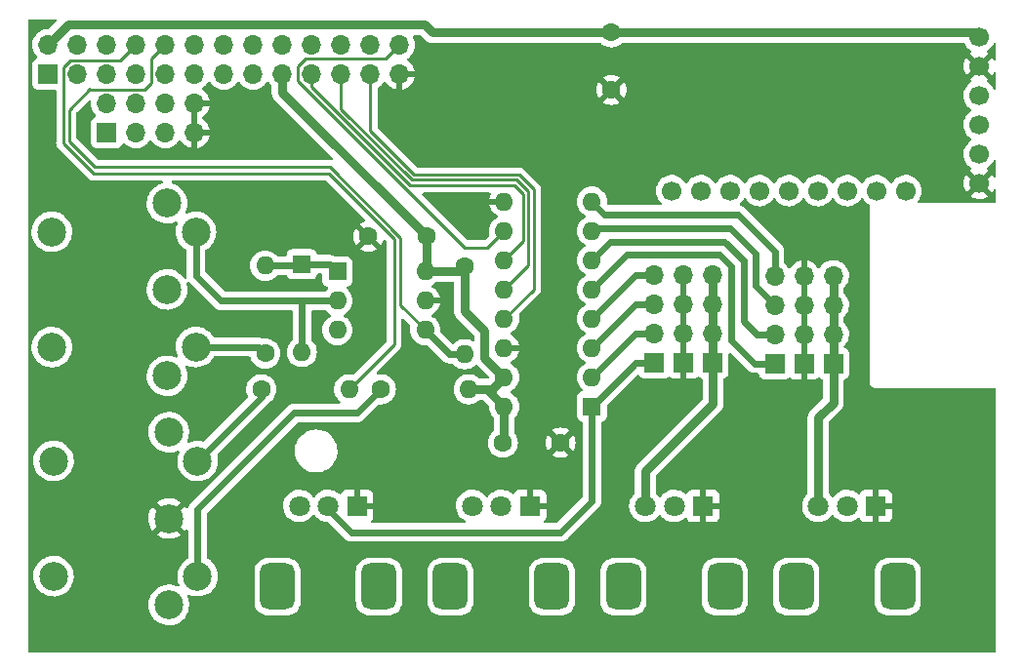
<source format=gtl>
G04 #@! TF.GenerationSoftware,KiCad,Pcbnew,(6.0.5)*
G04 #@! TF.CreationDate,2022-08-31T18:22:49+01:00*
G04 #@! TF.ProjectId,RPi-V1-Synth-IOBoard,5250692d-5631-42d5-9379-6e74682d494f,rev?*
G04 #@! TF.SameCoordinates,Original*
G04 #@! TF.FileFunction,Copper,L1,Top*
G04 #@! TF.FilePolarity,Positive*
%FSLAX46Y46*%
G04 Gerber Fmt 4.6, Leading zero omitted, Abs format (unit mm)*
G04 Created by KiCad (PCBNEW (6.0.5)) date 2022-08-31 18:22:49*
%MOMM*%
%LPD*%
G01*
G04 APERTURE LIST*
G04 Aperture macros list*
%AMRoundRect*
0 Rectangle with rounded corners*
0 $1 Rounding radius*
0 $2 $3 $4 $5 $6 $7 $8 $9 X,Y pos of 4 corners*
0 Add a 4 corners polygon primitive as box body*
4,1,4,$2,$3,$4,$5,$6,$7,$8,$9,$2,$3,0*
0 Add four circle primitives for the rounded corners*
1,1,$1+$1,$2,$3*
1,1,$1+$1,$4,$5*
1,1,$1+$1,$6,$7*
1,1,$1+$1,$8,$9*
0 Add four rect primitives between the rounded corners*
20,1,$1+$1,$2,$3,$4,$5,0*
20,1,$1+$1,$4,$5,$6,$7,0*
20,1,$1+$1,$6,$7,$8,$9,0*
20,1,$1+$1,$8,$9,$2,$3,0*%
G04 Aperture macros list end*
G04 #@! TA.AperFunction,ComponentPad*
%ADD10C,2.499360*%
G04 #@! TD*
G04 #@! TA.AperFunction,WasherPad*
%ADD11C,2.499360*%
G04 #@! TD*
G04 #@! TA.AperFunction,ComponentPad*
%ADD12R,1.700000X1.700000*%
G04 #@! TD*
G04 #@! TA.AperFunction,ComponentPad*
%ADD13O,1.700000X1.700000*%
G04 #@! TD*
G04 #@! TA.AperFunction,ComponentPad*
%ADD14R,1.800000X1.800000*%
G04 #@! TD*
G04 #@! TA.AperFunction,ComponentPad*
%ADD15C,1.800000*%
G04 #@! TD*
G04 #@! TA.AperFunction,ComponentPad*
%ADD16RoundRect,0.750000X-0.750000X1.250000X-0.750000X-1.250000X0.750000X-1.250000X0.750000X1.250000X0*%
G04 #@! TD*
G04 #@! TA.AperFunction,ComponentPad*
%ADD17C,1.600000*%
G04 #@! TD*
G04 #@! TA.AperFunction,ComponentPad*
%ADD18R,1.600000X1.600000*%
G04 #@! TD*
G04 #@! TA.AperFunction,ComponentPad*
%ADD19O,1.600000X1.600000*%
G04 #@! TD*
G04 #@! TA.AperFunction,ComponentPad*
%ADD20C,1.700000*%
G04 #@! TD*
G04 #@! TA.AperFunction,Conductor*
%ADD21C,0.254000*%
G04 #@! TD*
G04 #@! TA.AperFunction,Conductor*
%ADD22C,0.600000*%
G04 #@! TD*
G04 #@! TA.AperFunction,Conductor*
%ADD23C,0.800000*%
G04 #@! TD*
G04 APERTURE END LIST*
D10*
X156083000Y-141472920D03*
X158584900Y-153967180D03*
X156085540Y-148971000D03*
X156083000Y-156469080D03*
X158584900Y-143974820D03*
D11*
X146088100Y-153972260D03*
X146088100Y-143969740D03*
D12*
X198348600Y-155346400D03*
D13*
X198348600Y-152806400D03*
X198348600Y-150266400D03*
X198348600Y-147726400D03*
D12*
X200888600Y-155346400D03*
D13*
X200888600Y-152806400D03*
X200888600Y-150266400D03*
X200888600Y-147726400D03*
D12*
X203428600Y-155346400D03*
D13*
X203428600Y-152806400D03*
X203428600Y-150266400D03*
X203428600Y-147726400D03*
D14*
X172561800Y-167762200D03*
D15*
X170061800Y-167762200D03*
X167561800Y-167762200D03*
D16*
X174461800Y-174762200D03*
X165661800Y-174762200D03*
D14*
X217561800Y-167762200D03*
D15*
X215061800Y-167762200D03*
X212561800Y-167762200D03*
D16*
X219461800Y-174762200D03*
X210661800Y-174762200D03*
D14*
X202561800Y-167762200D03*
D15*
X200061800Y-167762200D03*
X197561800Y-167762200D03*
D16*
X204461800Y-174762200D03*
X195661800Y-174762200D03*
D14*
X187561800Y-167762200D03*
D15*
X185061800Y-167762200D03*
X182561800Y-167762200D03*
D16*
X189461800Y-174762200D03*
X180661800Y-174762200D03*
D12*
X211328000Y-155412600D03*
D13*
X211328000Y-152872600D03*
X211328000Y-150332600D03*
X211328000Y-147792600D03*
D12*
X213868000Y-155412600D03*
D13*
X213868000Y-152872600D03*
X213868000Y-150332600D03*
X213868000Y-147792600D03*
D12*
X208788000Y-155412600D03*
D13*
X208788000Y-152872600D03*
X208788000Y-150332600D03*
X208788000Y-147792600D03*
D17*
X190206000Y-162280600D03*
X185206000Y-162280600D03*
D18*
X192938400Y-159131000D03*
D19*
X192938400Y-156591000D03*
X192938400Y-154051000D03*
X192938400Y-151511000D03*
X192938400Y-148971000D03*
X192938400Y-146431000D03*
X192938400Y-143891000D03*
X192938400Y-141351000D03*
X185318400Y-141351000D03*
X185318400Y-143891000D03*
X185318400Y-146431000D03*
X185318400Y-148971000D03*
X185318400Y-151511000D03*
X185318400Y-154051000D03*
X185318400Y-156591000D03*
X185318400Y-159131000D03*
D12*
X145755360Y-130279140D03*
D13*
X145755360Y-127739140D03*
X148295360Y-130279140D03*
X148295360Y-127739140D03*
X150835360Y-130279140D03*
X150835360Y-127739140D03*
X153375360Y-130279140D03*
X153375360Y-127739140D03*
X155915360Y-130279140D03*
X155915360Y-127739140D03*
X158455360Y-130279140D03*
X158455360Y-127739140D03*
X160995360Y-130279140D03*
X160995360Y-127739140D03*
X163535360Y-130279140D03*
X163535360Y-127739140D03*
X166075360Y-130279140D03*
X166075360Y-127739140D03*
X168615360Y-130279140D03*
X168615360Y-127739140D03*
X171155360Y-130279140D03*
X171155360Y-127739140D03*
X173695360Y-130279140D03*
X173695360Y-127739140D03*
X176235360Y-130279140D03*
X176235360Y-127739140D03*
D18*
X170850400Y-147411600D03*
D19*
X170850400Y-149951600D03*
X170850400Y-152491600D03*
X178470400Y-152491600D03*
X178470400Y-149951600D03*
X178470400Y-147411600D03*
D17*
X181889400Y-146964400D03*
D19*
X181889400Y-154584400D03*
D17*
X164261800Y-157632400D03*
D19*
X171881800Y-157632400D03*
D17*
X174625000Y-157632400D03*
D19*
X182245000Y-157632400D03*
D17*
X164592000Y-154533600D03*
D19*
X164592000Y-146913600D03*
D12*
X150835360Y-135359140D03*
D13*
X150835360Y-132819140D03*
X153375360Y-135359140D03*
X153375360Y-132819140D03*
X155915360Y-135359140D03*
X155915360Y-132819140D03*
X158455360Y-135359140D03*
X158455360Y-132819140D03*
D10*
X156235400Y-161361120D03*
X158737300Y-173855380D03*
X156237940Y-168859200D03*
X156235400Y-176357280D03*
X158737300Y-163863020D03*
D11*
X146240500Y-173860460D03*
X146240500Y-163857940D03*
D18*
X167767000Y-146786600D03*
D19*
X167767000Y-154406600D03*
D17*
X194614800Y-131644400D03*
X194614800Y-126644400D03*
X178551200Y-144373600D03*
X173551200Y-144373600D03*
D20*
X220172000Y-140399200D03*
X217632000Y-140399200D03*
X215092000Y-140399200D03*
X212552000Y-140399200D03*
X210012000Y-140399200D03*
X207472000Y-140399200D03*
X204932000Y-140399200D03*
X202392000Y-140399200D03*
X199852000Y-140399200D03*
X226522000Y-139764200D03*
X226522000Y-137224200D03*
X226522000Y-134684200D03*
X226522000Y-132144200D03*
X226522000Y-129604200D03*
X226522000Y-127064200D03*
D21*
X186595808Y-139008860D02*
X187876440Y-140289492D01*
X187876440Y-148952960D02*
X185318400Y-151511000D01*
X177508982Y-139008860D02*
X186595808Y-139008860D01*
X187876440Y-140289492D02*
X187876440Y-148952960D01*
X173695360Y-130279140D02*
X173695360Y-135195238D01*
X173695360Y-135195238D02*
X177508982Y-139008860D01*
X187422920Y-140477346D02*
X187422920Y-146866480D01*
X186407954Y-139462380D02*
X187422920Y-140477346D01*
X171155360Y-133296612D02*
X177321128Y-139462380D01*
X177321128Y-139462380D02*
X186407954Y-139462380D01*
X187422920Y-146866480D02*
X185318400Y-148971000D01*
X171155360Y-130279140D02*
X171155360Y-133296612D01*
X186969400Y-144780000D02*
X185318400Y-146431000D01*
X186220100Y-139915900D02*
X186969400Y-140665200D01*
X177133274Y-139915900D02*
X186220100Y-139915900D01*
X168615360Y-131397986D02*
X177133274Y-139915900D01*
X168615360Y-130279140D02*
X168615360Y-131397986D01*
X186969400Y-140665200D02*
X186969400Y-144780000D01*
D22*
X196748400Y-155346400D02*
X198348600Y-155346400D01*
X192938400Y-159131000D02*
X192963800Y-159131000D01*
X192963800Y-159131000D02*
X196748400Y-155346400D01*
X196723000Y-152806400D02*
X198348600Y-152806400D01*
X192938400Y-156591000D02*
X196723000Y-152806400D01*
X196723000Y-150266400D02*
X198348600Y-150266400D01*
X192938400Y-154051000D02*
X196723000Y-150266400D01*
X196723000Y-147726400D02*
X198348600Y-147726400D01*
X192938400Y-151511000D02*
X196723000Y-147726400D01*
X167106600Y-159689800D02*
X158737300Y-168059100D01*
X172567600Y-159689800D02*
X167106600Y-159689800D01*
X174625000Y-157632400D02*
X172567600Y-159689800D01*
X158737300Y-168059100D02*
X158737300Y-173855380D01*
X180563200Y-154584400D02*
X178470400Y-152491600D01*
X181889400Y-154584400D02*
X180563200Y-154584400D01*
D21*
X167438849Y-129604834D02*
X168128032Y-128915651D01*
X167438849Y-130862849D02*
X167438849Y-129604834D01*
X181914800Y-145338800D02*
X167438849Y-130862849D01*
X183870600Y-145338800D02*
X181914800Y-145338800D01*
X185318400Y-143891000D02*
X183870600Y-145338800D01*
X168128032Y-128915651D02*
X175058849Y-128915651D01*
X175058849Y-128915651D02*
X176235360Y-127739140D01*
D22*
X192938400Y-167335200D02*
X192938400Y-166852600D01*
X190220600Y-170053000D02*
X192938400Y-167335200D01*
X170061800Y-168029800D02*
X172085000Y-170053000D01*
X172085000Y-170053000D02*
X190220600Y-170053000D01*
X170061800Y-167762200D02*
X170061800Y-168029800D01*
X192938400Y-166852600D02*
X192938400Y-162636200D01*
X167767000Y-150114000D02*
X167767000Y-154406600D01*
X167929400Y-149951600D02*
X170850400Y-149951600D01*
X167929400Y-149951600D02*
X167767000Y-150114000D01*
X160746600Y-149951600D02*
X167929400Y-149951600D01*
X158584900Y-147789900D02*
X160746600Y-149951600D01*
X158584900Y-143974820D02*
X158584900Y-147789900D01*
D21*
X175768000Y-144557774D02*
X175768000Y-153746200D01*
X170104555Y-138894329D02*
X175768000Y-144557774D01*
X175768000Y-153746200D02*
X171881800Y-157632400D01*
X149700471Y-138894329D02*
X170104555Y-138894329D01*
X147096971Y-136290829D02*
X149700471Y-138894329D01*
X176326800Y-150348000D02*
X178470400Y-152491600D01*
X176326800Y-144475200D02*
X176326800Y-150348000D01*
X149805258Y-138357742D02*
X170209342Y-138357742D01*
X170209342Y-138357742D02*
X176326800Y-144475200D01*
X147572369Y-136124853D02*
X149805258Y-138357742D01*
X147572369Y-135637631D02*
X147572369Y-136124853D01*
X147572369Y-135637631D02*
X147572369Y-135862969D01*
X147572369Y-133377031D02*
X147572369Y-135637631D01*
X147572369Y-135862969D02*
X147572369Y-136124853D01*
X149377400Y-131572000D02*
X147572369Y-133377031D01*
X149402800Y-131597400D02*
X149377400Y-131572000D01*
X154692350Y-131006850D02*
X154101800Y-131597400D01*
X154101800Y-131597400D02*
X149402800Y-131597400D01*
X154692350Y-128962150D02*
X154692350Y-131006850D01*
X155915360Y-127739140D02*
X154692350Y-128962150D01*
X147118849Y-129690351D02*
X147118849Y-136268951D01*
X152011871Y-129102629D02*
X147706571Y-129102629D01*
X153375360Y-127739140D02*
X152011871Y-129102629D01*
X147706571Y-129102629D02*
X147118849Y-129690351D01*
X147118849Y-136268951D02*
X147096971Y-136290829D01*
D22*
X205562200Y-142443200D02*
X208788000Y-145669000D01*
X194030600Y-142443200D02*
X205562200Y-142443200D01*
X192938400Y-141351000D02*
X194030600Y-142443200D01*
X208788000Y-145669000D02*
X208788000Y-147792600D01*
X204952600Y-143687800D02*
X193141600Y-143687800D01*
X207111600Y-145846800D02*
X204952600Y-143687800D01*
X207111600Y-148656200D02*
X207111600Y-145846800D01*
X193141600Y-143687800D02*
X192938400Y-143891000D01*
X208788000Y-150332600D02*
X207111600Y-148656200D01*
X194538600Y-144830800D02*
X192938400Y-146431000D01*
X204444600Y-144830800D02*
X194538600Y-144830800D01*
X206082320Y-146468520D02*
X204444600Y-144830800D01*
X208788000Y-152872600D02*
X207240720Y-152872600D01*
X207240720Y-152872600D02*
X206082320Y-151714200D01*
X206082320Y-151714200D02*
X206082320Y-146468520D01*
X205016100Y-153377900D02*
X205016100Y-146977100D01*
X205016100Y-146977100D02*
X203987400Y-145948400D01*
X195961000Y-145948400D02*
X192938400Y-148971000D01*
X207050800Y-155412600D02*
X205016100Y-153377900D01*
X203987400Y-145948400D02*
X195961000Y-145948400D01*
X208788000Y-155412600D02*
X207050800Y-155412600D01*
D23*
X183629300Y-154901900D02*
X185318400Y-156591000D01*
X183629300Y-152565100D02*
X183629300Y-154901900D01*
X181889400Y-150825200D02*
X183629300Y-152565100D01*
X181889400Y-146964400D02*
X181889400Y-150825200D01*
D22*
X192938400Y-162636200D02*
X192938400Y-159131000D01*
D23*
X147535900Y-125958600D02*
X145755360Y-127739140D01*
X150056850Y-125977650D02*
X150037800Y-125958600D01*
X150037800Y-125958600D02*
X147535900Y-125958600D01*
X182727600Y-126669800D02*
X182753000Y-126644400D01*
X179095400Y-126669800D02*
X182727600Y-126669800D01*
X182753000Y-126644400D02*
X194614800Y-126644400D01*
X178403250Y-125977650D02*
X179095400Y-126669800D01*
X150056850Y-125977650D02*
X178403250Y-125977650D01*
X226102200Y-126644400D02*
X226522000Y-127064200D01*
X194614800Y-126644400D02*
X226102200Y-126644400D01*
X166075360Y-131897760D02*
X178551200Y-144373600D01*
X166075360Y-130279140D02*
X166075360Y-131897760D01*
X213868000Y-150332600D02*
X213868000Y-147792600D01*
X213868000Y-152872600D02*
X213868000Y-150332600D01*
X213868000Y-155412600D02*
X213868000Y-152872600D01*
X213868000Y-158775400D02*
X213868000Y-155412600D01*
X212561800Y-160081600D02*
X213868000Y-158775400D01*
X212561800Y-167762200D02*
X212561800Y-160081600D01*
X203428600Y-150266400D02*
X203428600Y-147726400D01*
X203428600Y-152806400D02*
X203428600Y-150266400D01*
X203428600Y-155346400D02*
X203428600Y-152806400D01*
X203428600Y-158902400D02*
X203428600Y-155346400D01*
X197561800Y-164769200D02*
X203428600Y-158902400D01*
X197561800Y-167762200D02*
X197561800Y-164769200D01*
X185318400Y-162168200D02*
X185206000Y-162280600D01*
X185318400Y-159131000D02*
X185318400Y-162168200D01*
X183819800Y-157632400D02*
X185318400Y-159131000D01*
X183642000Y-157632400D02*
X183819800Y-157632400D01*
X183642000Y-157632400D02*
X184277000Y-157632400D01*
X182245000Y-157632400D02*
X183642000Y-157632400D01*
X184277000Y-157632400D02*
X185318400Y-156591000D01*
X181442200Y-147411600D02*
X181889400Y-146964400D01*
X178470400Y-147411600D02*
X181442200Y-147411600D01*
X178551200Y-147330800D02*
X178470400Y-147411600D01*
X178551200Y-144373600D02*
X178551200Y-147330800D01*
D22*
X164261800Y-158338520D02*
X164261800Y-157632400D01*
X158737300Y-163863020D02*
X164261800Y-158338520D01*
X164025580Y-153967180D02*
X164592000Y-154533600D01*
X158584900Y-153967180D02*
X164025580Y-153967180D01*
X170225400Y-146786600D02*
X170850400Y-147411600D01*
X167767000Y-146786600D02*
X170225400Y-146786600D01*
X167640000Y-146913600D02*
X167767000Y-146786600D01*
X164592000Y-146913600D02*
X167640000Y-146913600D01*
G04 #@! TA.AperFunction,Conductor*
G36*
X146465118Y-125528502D02*
G01*
X146511611Y-125582158D01*
X146521715Y-125652432D01*
X146492221Y-125717012D01*
X146486092Y-125723595D01*
X145865874Y-126343813D01*
X145803562Y-126377839D01*
X145775240Y-126380709D01*
X145665441Y-126379368D01*
X145665439Y-126379368D01*
X145660271Y-126379305D01*
X145439451Y-126413095D01*
X145227116Y-126482497D01*
X145028967Y-126585647D01*
X145024834Y-126588750D01*
X145024831Y-126588752D01*
X144976684Y-126624902D01*
X144850325Y-126719775D01*
X144695989Y-126881278D01*
X144693075Y-126885550D01*
X144693074Y-126885551D01*
X144607916Y-127010389D01*
X144570103Y-127065820D01*
X144554363Y-127099730D01*
X144479203Y-127261649D01*
X144476048Y-127268445D01*
X144416349Y-127483710D01*
X144392611Y-127705835D01*
X144392908Y-127710988D01*
X144392908Y-127710991D01*
X144398371Y-127805730D01*
X144405470Y-127928855D01*
X144406607Y-127933901D01*
X144406608Y-127933907D01*
X144411907Y-127957419D01*
X144454582Y-128146779D01*
X144492821Y-128240951D01*
X144534336Y-128343190D01*
X144538626Y-128353756D01*
X144577852Y-128417767D01*
X144652651Y-128539828D01*
X144655347Y-128544228D01*
X144801610Y-128713078D01*
X144805590Y-128716382D01*
X144810341Y-128720327D01*
X144849976Y-128779230D01*
X144851473Y-128850211D01*
X144814357Y-128910733D01*
X144774085Y-128935252D01*
X144685455Y-128968478D01*
X144658655Y-128978525D01*
X144542099Y-129065879D01*
X144454745Y-129182435D01*
X144403615Y-129318824D01*
X144396860Y-129381006D01*
X144396860Y-131177274D01*
X144403615Y-131239456D01*
X144454745Y-131375845D01*
X144542099Y-131492401D01*
X144658655Y-131579755D01*
X144795044Y-131630885D01*
X144857226Y-131637640D01*
X146357349Y-131637640D01*
X146425470Y-131657642D01*
X146471963Y-131711298D01*
X146483349Y-131763640D01*
X146483349Y-136092765D01*
X146481798Y-136112476D01*
X146473037Y-136167789D01*
X146471556Y-136175555D01*
X146459263Y-136230548D01*
X146459512Y-136238471D01*
X146459512Y-136238472D01*
X146459524Y-136238839D01*
X146458034Y-136262511D01*
X146456736Y-136270708D01*
X146457482Y-136278600D01*
X146457482Y-136278603D01*
X146462039Y-136326808D01*
X146462536Y-136334708D01*
X146463530Y-136366338D01*
X146464306Y-136391034D01*
X146466516Y-136398641D01*
X146466516Y-136398642D01*
X146466622Y-136399005D01*
X146471066Y-136422303D01*
X146471847Y-136430561D01*
X146490932Y-136483571D01*
X146493378Y-136491100D01*
X146506889Y-136537607D01*
X146506891Y-136537611D01*
X146509102Y-136545222D01*
X146513136Y-136552043D01*
X146513330Y-136552371D01*
X146523424Y-136573823D01*
X146526236Y-136581633D01*
X146532141Y-136590321D01*
X146557912Y-136628242D01*
X146562155Y-136634928D01*
X146586801Y-136676604D01*
X146586805Y-136676609D01*
X146590837Y-136683427D01*
X146596698Y-136689288D01*
X146611817Y-136707563D01*
X146616486Y-136714433D01*
X146622434Y-136719677D01*
X146622435Y-136719678D01*
X146658770Y-136751711D01*
X146664540Y-136757130D01*
X149195221Y-139287812D01*
X149202797Y-139296138D01*
X149206918Y-139302632D01*
X149212693Y-139308055D01*
X149256736Y-139349414D01*
X149259578Y-139352169D01*
X149279377Y-139371968D01*
X149282502Y-139374392D01*
X149282511Y-139374400D01*
X149282597Y-139374466D01*
X149291622Y-139382174D01*
X149323965Y-139412546D01*
X149330909Y-139416364D01*
X149330911Y-139416365D01*
X149341800Y-139422351D01*
X149358318Y-139433202D01*
X149374404Y-139445679D01*
X149415137Y-139463305D01*
X149425785Y-139468522D01*
X149464668Y-139489898D01*
X149472343Y-139491869D01*
X149472349Y-139491871D01*
X149484382Y-139494960D01*
X149503084Y-139501363D01*
X149521763Y-139509446D01*
X149550516Y-139514000D01*
X149565598Y-139516389D01*
X149577211Y-139518794D01*
X149620189Y-139529829D01*
X149640536Y-139529829D01*
X149660248Y-139531380D01*
X149680350Y-139534564D01*
X149688242Y-139533818D01*
X149724527Y-139530388D01*
X149736385Y-139529829D01*
X155583539Y-139529829D01*
X155651660Y-139549831D01*
X155698153Y-139603487D01*
X155708257Y-139673761D01*
X155678763Y-139738341D01*
X155618798Y-139776795D01*
X155465546Y-139821464D01*
X155461299Y-139823422D01*
X155461296Y-139823423D01*
X155424778Y-139840258D01*
X155228227Y-139930869D01*
X155193293Y-139953773D01*
X155013600Y-140071585D01*
X155013595Y-140071588D01*
X155009687Y-140074151D01*
X154948673Y-140128608D01*
X154824343Y-140239577D01*
X154814725Y-140248161D01*
X154647625Y-140449077D01*
X154512057Y-140672485D01*
X154510248Y-140676799D01*
X154510246Y-140676803D01*
X154455718Y-140806839D01*
X154411001Y-140913477D01*
X154346676Y-141166759D01*
X154320494Y-141426767D01*
X154320718Y-141431433D01*
X154320718Y-141431438D01*
X154326012Y-141541639D01*
X154333032Y-141687789D01*
X154384014Y-141944091D01*
X154472319Y-142190041D01*
X154474536Y-142194167D01*
X154571993Y-142375543D01*
X154596008Y-142420238D01*
X154598803Y-142423982D01*
X154598805Y-142423984D01*
X154749572Y-142625886D01*
X154749577Y-142625892D01*
X154752364Y-142629624D01*
X154755673Y-142632904D01*
X154755678Y-142632910D01*
X154911471Y-142787348D01*
X154937952Y-142813599D01*
X154941714Y-142816357D01*
X154941717Y-142816360D01*
X155125311Y-142950977D01*
X155148694Y-142968122D01*
X155152837Y-142970302D01*
X155152839Y-142970303D01*
X155375812Y-143087615D01*
X155375817Y-143087617D01*
X155379962Y-143089798D01*
X155384385Y-143091343D01*
X155384386Y-143091343D01*
X155622257Y-143174411D01*
X155622263Y-143174413D01*
X155626674Y-143175953D01*
X155631267Y-143176825D01*
X155878821Y-143223825D01*
X155878824Y-143223825D01*
X155883410Y-143224696D01*
X156011859Y-143229743D01*
X156139864Y-143234773D01*
X156139870Y-143234773D01*
X156144532Y-143234956D01*
X156236546Y-143224879D01*
X156399648Y-143207017D01*
X156399654Y-143207016D01*
X156404301Y-143206507D01*
X156657012Y-143139973D01*
X156746217Y-143101648D01*
X156823463Y-143068461D01*
X156893947Y-143059949D01*
X156957845Y-143090895D01*
X156994868Y-143151474D01*
X156993262Y-143222452D01*
X156989397Y-143232954D01*
X156961268Y-143300034D01*
X156912901Y-143415377D01*
X156848576Y-143668659D01*
X156822394Y-143928667D01*
X156822618Y-143933333D01*
X156822618Y-143933338D01*
X156826043Y-144004639D01*
X156834932Y-144189689D01*
X156885914Y-144445991D01*
X156974219Y-144691941D01*
X156976436Y-144696067D01*
X157092965Y-144912938D01*
X157097908Y-144922138D01*
X157100703Y-144925882D01*
X157100705Y-144925884D01*
X157251472Y-145127786D01*
X157251477Y-145127792D01*
X157254264Y-145131524D01*
X157257573Y-145134804D01*
X157257578Y-145134810D01*
X157434727Y-145310419D01*
X157439852Y-145315499D01*
X157443614Y-145318257D01*
X157443617Y-145318260D01*
X157588922Y-145424802D01*
X157650594Y-145470022D01*
X157654729Y-145472198D01*
X157654733Y-145472200D01*
X157709068Y-145500787D01*
X157760040Y-145550207D01*
X157776400Y-145612295D01*
X157776400Y-147780686D01*
X157776393Y-147782006D01*
X157775449Y-147872121D01*
X157776938Y-147879006D01*
X157781100Y-147898257D01*
X157775944Y-147969066D01*
X157733325Y-148025847D01*
X157666772Y-148050572D01*
X157597418Y-148035392D01*
X157553408Y-147992170D01*
X157552157Y-147993014D01*
X157549544Y-147989140D01*
X157547224Y-147985081D01*
X157385441Y-147779860D01*
X157226464Y-147630309D01*
X157198502Y-147604005D01*
X157198499Y-147604003D01*
X157195101Y-147600806D01*
X157026417Y-147483786D01*
X156984222Y-147454514D01*
X156984221Y-147454513D01*
X156980386Y-147451853D01*
X156976195Y-147449786D01*
X156750201Y-147338338D01*
X156750198Y-147338337D01*
X156746013Y-147336273D01*
X156701128Y-147321905D01*
X156647273Y-147304666D01*
X156497130Y-147256605D01*
X156492523Y-147255855D01*
X156492520Y-147255854D01*
X156243816Y-147215350D01*
X156243817Y-147215350D01*
X156239205Y-147214599D01*
X156112520Y-147212941D01*
X155982582Y-147211240D01*
X155982579Y-147211240D01*
X155977905Y-147211179D01*
X155718969Y-147246418D01*
X155714479Y-147247727D01*
X155714473Y-147247728D01*
X155635356Y-147270789D01*
X155468086Y-147319544D01*
X155463839Y-147321502D01*
X155463836Y-147321503D01*
X155427318Y-147338338D01*
X155230767Y-147428949D01*
X155195833Y-147451853D01*
X155016140Y-147569665D01*
X155016135Y-147569668D01*
X155012227Y-147572231D01*
X154817265Y-147746241D01*
X154650165Y-147947157D01*
X154627152Y-147985081D01*
X154560391Y-148095100D01*
X154514597Y-148170565D01*
X154512788Y-148174879D01*
X154512786Y-148174883D01*
X154449682Y-148325370D01*
X154413541Y-148411557D01*
X154349216Y-148664839D01*
X154323034Y-148924847D01*
X154323258Y-148929513D01*
X154323258Y-148929518D01*
X154327860Y-149025315D01*
X154335572Y-149185869D01*
X154386554Y-149442171D01*
X154474859Y-149688121D01*
X154477076Y-149692247D01*
X154587803Y-149898320D01*
X154598548Y-149918318D01*
X154601343Y-149922062D01*
X154601345Y-149922064D01*
X154752112Y-150123966D01*
X154752117Y-150123972D01*
X154754904Y-150127704D01*
X154758213Y-150130984D01*
X154758218Y-150130990D01*
X154937175Y-150308391D01*
X154940492Y-150311679D01*
X154944254Y-150314437D01*
X154944257Y-150314440D01*
X155127619Y-150448887D01*
X155151234Y-150466202D01*
X155155377Y-150468382D01*
X155155379Y-150468383D01*
X155378352Y-150585695D01*
X155378357Y-150585697D01*
X155382502Y-150587878D01*
X155386925Y-150589423D01*
X155386926Y-150589423D01*
X155624797Y-150672491D01*
X155624803Y-150672493D01*
X155629214Y-150674033D01*
X155633807Y-150674905D01*
X155881361Y-150721905D01*
X155881364Y-150721905D01*
X155885950Y-150722776D01*
X156016511Y-150727906D01*
X156142404Y-150732853D01*
X156142410Y-150732853D01*
X156147072Y-150733036D01*
X156239086Y-150722959D01*
X156402188Y-150705097D01*
X156402194Y-150705096D01*
X156406841Y-150704587D01*
X156423683Y-150700153D01*
X156489684Y-150682776D01*
X156659552Y-150638053D01*
X156899654Y-150534898D01*
X156903634Y-150532435D01*
X156903638Y-150532433D01*
X157117897Y-150399845D01*
X157117901Y-150399842D01*
X157121870Y-150397386D01*
X157292792Y-150252690D01*
X157317754Y-150231558D01*
X157317755Y-150231557D01*
X157321320Y-150228539D01*
X157420784Y-150115122D01*
X157490540Y-150035581D01*
X157490543Y-150035576D01*
X157493622Y-150032066D01*
X157507192Y-150010970D01*
X157632463Y-149816213D01*
X157634991Y-149812283D01*
X157742321Y-149574019D01*
X157753987Y-149532655D01*
X157811985Y-149327012D01*
X157811986Y-149327009D01*
X157813255Y-149322508D01*
X157822395Y-149250661D01*
X157845836Y-149066405D01*
X157845836Y-149066399D01*
X157846234Y-149063274D01*
X157846379Y-149057764D01*
X157847938Y-148998197D01*
X157848650Y-148971000D01*
X157845007Y-148921971D01*
X157829630Y-148715048D01*
X157829629Y-148715044D01*
X157829284Y-148710396D01*
X157828213Y-148705659D01*
X157772641Y-148460074D01*
X157771610Y-148455517D01*
X157771083Y-148454161D01*
X157770303Y-148384015D01*
X157808021Y-148323866D01*
X157872270Y-148293657D01*
X157942652Y-148302980D01*
X157980681Y-148329073D01*
X158002968Y-148351360D01*
X158075085Y-148423982D01*
X158076122Y-148424640D01*
X158077351Y-148425743D01*
X160168366Y-150516758D01*
X160169294Y-150517695D01*
X160183727Y-150532433D01*
X160232371Y-150582107D01*
X160268821Y-150605598D01*
X160279146Y-150613017D01*
X160313043Y-150640076D01*
X160319382Y-150643140D01*
X160319386Y-150643143D01*
X160343238Y-150654674D01*
X160356651Y-150662201D01*
X160378913Y-150676547D01*
X160378916Y-150676548D01*
X160384838Y-150680365D01*
X160391457Y-150682774D01*
X160391461Y-150682776D01*
X160425573Y-150695192D01*
X160437317Y-150700153D01*
X160469999Y-150715952D01*
X160470001Y-150715953D01*
X160476348Y-150719021D01*
X160488840Y-150721905D01*
X160509027Y-150726566D01*
X160523768Y-150730932D01*
X160555285Y-150742403D01*
X160562271Y-150743285D01*
X160562277Y-150743287D01*
X160598301Y-150747838D01*
X160610853Y-150750074D01*
X160646214Y-150758238D01*
X160646217Y-150758238D01*
X160653085Y-150759824D01*
X160660131Y-150759849D01*
X160660134Y-150759849D01*
X160693656Y-150759966D01*
X160694538Y-150759995D01*
X160695369Y-150760100D01*
X160732019Y-150760100D01*
X160732459Y-150760101D01*
X160830943Y-150760445D01*
X160830948Y-150760445D01*
X160834470Y-150760457D01*
X160835670Y-150760189D01*
X160837307Y-150760100D01*
X166832500Y-150760100D01*
X166900621Y-150780102D01*
X166947114Y-150833758D01*
X166958500Y-150886100D01*
X166958500Y-153312412D01*
X166938498Y-153380533D01*
X166921595Y-153401507D01*
X166760802Y-153562300D01*
X166757645Y-153566808D01*
X166757643Y-153566811D01*
X166716222Y-153625966D01*
X166629477Y-153749851D01*
X166627154Y-153754833D01*
X166627151Y-153754838D01*
X166549657Y-153921027D01*
X166532716Y-153957357D01*
X166531294Y-153962665D01*
X166531293Y-153962667D01*
X166487057Y-154127758D01*
X166473457Y-154178513D01*
X166453502Y-154406600D01*
X166473457Y-154634687D01*
X166474881Y-154640000D01*
X166474881Y-154640002D01*
X166521382Y-154813543D01*
X166532716Y-154855843D01*
X166535039Y-154860824D01*
X166535039Y-154860825D01*
X166627151Y-155058362D01*
X166627154Y-155058367D01*
X166629477Y-155063349D01*
X166702902Y-155168211D01*
X166754013Y-155241204D01*
X166760802Y-155250900D01*
X166922700Y-155412798D01*
X166927208Y-155415955D01*
X166927211Y-155415957D01*
X166980795Y-155453477D01*
X167110251Y-155544123D01*
X167115233Y-155546446D01*
X167115238Y-155546449D01*
X167310429Y-155637467D01*
X167317757Y-155640884D01*
X167323065Y-155642306D01*
X167323067Y-155642307D01*
X167533598Y-155698719D01*
X167533600Y-155698719D01*
X167538913Y-155700143D01*
X167767000Y-155720098D01*
X167995087Y-155700143D01*
X168000400Y-155698719D01*
X168000402Y-155698719D01*
X168210933Y-155642307D01*
X168210935Y-155642306D01*
X168216243Y-155640884D01*
X168223571Y-155637467D01*
X168418762Y-155546449D01*
X168418767Y-155546446D01*
X168423749Y-155544123D01*
X168553205Y-155453477D01*
X168606789Y-155415957D01*
X168606792Y-155415955D01*
X168611300Y-155412798D01*
X168773198Y-155250900D01*
X168779988Y-155241204D01*
X168831098Y-155168211D01*
X168904523Y-155063349D01*
X168906846Y-155058367D01*
X168906849Y-155058362D01*
X168998961Y-154860825D01*
X168998961Y-154860824D01*
X169001284Y-154855843D01*
X169012619Y-154813543D01*
X169059119Y-154640002D01*
X169059119Y-154640000D01*
X169060543Y-154634687D01*
X169080498Y-154406600D01*
X169060543Y-154178513D01*
X169046943Y-154127758D01*
X169002707Y-153962667D01*
X169002706Y-153962665D01*
X169001284Y-153957357D01*
X168984343Y-153921027D01*
X168906849Y-153754838D01*
X168906846Y-153754833D01*
X168904523Y-153749851D01*
X168817778Y-153625966D01*
X168776357Y-153566811D01*
X168776355Y-153566808D01*
X168773198Y-153562300D01*
X168612405Y-153401507D01*
X168578379Y-153339195D01*
X168575500Y-153312412D01*
X168575500Y-150886100D01*
X168595502Y-150817979D01*
X168649158Y-150771486D01*
X168701500Y-150760100D01*
X169756212Y-150760100D01*
X169824333Y-150780102D01*
X169845307Y-150797005D01*
X170006100Y-150957798D01*
X170010608Y-150960955D01*
X170010611Y-150960957D01*
X170078587Y-151008554D01*
X170193651Y-151089123D01*
X170198633Y-151091446D01*
X170198638Y-151091449D01*
X170232857Y-151107405D01*
X170286142Y-151154322D01*
X170305603Y-151222599D01*
X170285061Y-151290559D01*
X170232857Y-151335795D01*
X170198638Y-151351751D01*
X170198633Y-151351754D01*
X170193651Y-151354077D01*
X170109545Y-151412969D01*
X170010611Y-151482243D01*
X170010608Y-151482245D01*
X170006100Y-151485402D01*
X169844202Y-151647300D01*
X169841045Y-151651808D01*
X169841043Y-151651811D01*
X169828461Y-151669780D01*
X169712877Y-151834851D01*
X169710554Y-151839833D01*
X169710551Y-151839838D01*
X169618439Y-152037375D01*
X169616116Y-152042357D01*
X169614694Y-152047665D01*
X169614693Y-152047667D01*
X169558370Y-152257865D01*
X169556857Y-152263513D01*
X169536902Y-152491600D01*
X169556857Y-152719687D01*
X169558281Y-152725000D01*
X169558281Y-152725002D01*
X169608277Y-152911586D01*
X169616116Y-152940843D01*
X169618439Y-152945824D01*
X169618439Y-152945825D01*
X169710551Y-153143362D01*
X169710554Y-153143367D01*
X169712877Y-153148349D01*
X169769021Y-153228530D01*
X169840447Y-153330537D01*
X169844202Y-153335900D01*
X170006100Y-153497798D01*
X170010608Y-153500955D01*
X170010611Y-153500957D01*
X170088789Y-153555698D01*
X170193651Y-153629123D01*
X170198633Y-153631446D01*
X170198638Y-153631449D01*
X170380456Y-153716231D01*
X170401157Y-153725884D01*
X170406465Y-153727306D01*
X170406467Y-153727307D01*
X170616998Y-153783719D01*
X170617000Y-153783719D01*
X170622313Y-153785143D01*
X170850400Y-153805098D01*
X171078487Y-153785143D01*
X171083800Y-153783719D01*
X171083802Y-153783719D01*
X171294333Y-153727307D01*
X171294335Y-153727306D01*
X171299643Y-153725884D01*
X171320344Y-153716231D01*
X171502162Y-153631449D01*
X171502167Y-153631446D01*
X171507149Y-153629123D01*
X171612011Y-153555698D01*
X171690189Y-153500957D01*
X171690192Y-153500955D01*
X171694700Y-153497798D01*
X171856598Y-153335900D01*
X171860354Y-153330537D01*
X171931779Y-153228530D01*
X171987923Y-153148349D01*
X171990246Y-153143367D01*
X171990249Y-153143362D01*
X172082361Y-152945825D01*
X172082361Y-152945824D01*
X172084684Y-152940843D01*
X172092524Y-152911586D01*
X172142519Y-152725002D01*
X172142519Y-152725000D01*
X172143943Y-152719687D01*
X172163898Y-152491600D01*
X172143943Y-152263513D01*
X172142430Y-152257865D01*
X172086107Y-152047667D01*
X172086106Y-152047665D01*
X172084684Y-152042357D01*
X172082361Y-152037375D01*
X171990249Y-151839838D01*
X171990246Y-151839833D01*
X171987923Y-151834851D01*
X171872339Y-151669780D01*
X171859757Y-151651811D01*
X171859755Y-151651808D01*
X171856598Y-151647300D01*
X171694700Y-151485402D01*
X171690192Y-151482245D01*
X171690189Y-151482243D01*
X171591255Y-151412969D01*
X171507149Y-151354077D01*
X171502167Y-151351754D01*
X171502162Y-151351751D01*
X171467943Y-151335795D01*
X171414658Y-151288878D01*
X171395197Y-151220601D01*
X171415739Y-151152641D01*
X171467943Y-151107405D01*
X171502162Y-151091449D01*
X171502167Y-151091446D01*
X171507149Y-151089123D01*
X171622213Y-151008554D01*
X171690189Y-150960957D01*
X171690192Y-150960955D01*
X171694700Y-150957798D01*
X171856598Y-150795900D01*
X171879289Y-150763495D01*
X171923641Y-150700153D01*
X171987923Y-150608349D01*
X171990246Y-150603367D01*
X171990249Y-150603362D01*
X172082361Y-150405825D01*
X172082361Y-150405824D01*
X172084684Y-150400843D01*
X172096916Y-150355195D01*
X172142519Y-150185002D01*
X172142519Y-150185000D01*
X172143943Y-150179687D01*
X172163898Y-149951600D01*
X172143943Y-149723513D01*
X172142519Y-149718198D01*
X172086107Y-149507667D01*
X172086106Y-149507665D01*
X172084684Y-149502357D01*
X172082361Y-149497375D01*
X171990249Y-149299838D01*
X171990246Y-149299833D01*
X171987923Y-149294851D01*
X171881052Y-149142224D01*
X171859757Y-149111811D01*
X171859755Y-149111808D01*
X171856598Y-149107300D01*
X171694700Y-148945402D01*
X171690189Y-148942243D01*
X171685976Y-148938708D01*
X171686927Y-148937574D01*
X171646929Y-148887529D01*
X171639624Y-148816910D01*
X171671658Y-148753551D01*
X171732862Y-148717570D01*
X171749917Y-148714518D01*
X171760716Y-148713345D01*
X171897105Y-148662215D01*
X172013661Y-148574861D01*
X172101015Y-148458305D01*
X172152145Y-148321916D01*
X172158900Y-148259734D01*
X172158900Y-146563466D01*
X172152145Y-146501284D01*
X172101015Y-146364895D01*
X172013661Y-146248339D01*
X171897105Y-146160985D01*
X171760716Y-146109855D01*
X171698534Y-146103100D01*
X170698109Y-146103100D01*
X170643273Y-146090542D01*
X170628765Y-146083529D01*
X170615345Y-146075998D01*
X170587162Y-146057835D01*
X170580545Y-146055427D01*
X170580540Y-146055424D01*
X170546427Y-146043008D01*
X170534684Y-146038047D01*
X170501997Y-146022246D01*
X170501992Y-146022244D01*
X170495651Y-146019179D01*
X170488793Y-146017596D01*
X170488791Y-146017595D01*
X170462974Y-146011635D01*
X170448231Y-146007268D01*
X170416715Y-145995797D01*
X170409725Y-145994914D01*
X170409717Y-145994912D01*
X170373699Y-145990362D01*
X170361147Y-145988126D01*
X170325786Y-145979962D01*
X170325783Y-145979962D01*
X170318915Y-145978376D01*
X170311869Y-145978351D01*
X170311866Y-145978351D01*
X170278344Y-145978234D01*
X170277462Y-145978205D01*
X170276631Y-145978100D01*
X170239981Y-145978100D01*
X170239541Y-145978099D01*
X170141057Y-145977755D01*
X170141052Y-145977755D01*
X170137530Y-145977743D01*
X170136330Y-145978011D01*
X170134693Y-145978100D01*
X169191493Y-145978100D01*
X169123372Y-145958098D01*
X169076879Y-145904442D01*
X169069457Y-145882837D01*
X169068745Y-145876284D01*
X169065972Y-145868885D01*
X169020767Y-145748303D01*
X169017615Y-145739895D01*
X168930261Y-145623339D01*
X168813705Y-145535985D01*
X168677316Y-145484855D01*
X168615134Y-145478100D01*
X166918866Y-145478100D01*
X166856684Y-145484855D01*
X166720295Y-145535985D01*
X166603739Y-145623339D01*
X166516385Y-145739895D01*
X166465255Y-145876284D01*
X166458500Y-145938466D01*
X166458500Y-145979100D01*
X166438498Y-146047221D01*
X166384842Y-146093714D01*
X166332500Y-146105100D01*
X165686188Y-146105100D01*
X165618067Y-146085098D01*
X165597093Y-146068195D01*
X165436300Y-145907402D01*
X165431792Y-145904245D01*
X165431789Y-145904243D01*
X165306600Y-145816585D01*
X165248749Y-145776077D01*
X165243767Y-145773754D01*
X165243762Y-145773751D01*
X165046225Y-145681639D01*
X165046224Y-145681639D01*
X165041243Y-145679316D01*
X165035935Y-145677894D01*
X165035933Y-145677893D01*
X164825402Y-145621481D01*
X164825400Y-145621481D01*
X164820087Y-145620057D01*
X164592000Y-145600102D01*
X164363913Y-145620057D01*
X164358600Y-145621481D01*
X164358598Y-145621481D01*
X164148067Y-145677893D01*
X164148065Y-145677894D01*
X164142757Y-145679316D01*
X164137776Y-145681639D01*
X164137775Y-145681639D01*
X163940238Y-145773751D01*
X163940233Y-145773754D01*
X163935251Y-145776077D01*
X163877400Y-145816585D01*
X163752211Y-145904243D01*
X163752208Y-145904245D01*
X163747700Y-145907402D01*
X163585802Y-146069300D01*
X163582645Y-146073808D01*
X163582643Y-146073811D01*
X163552960Y-146116203D01*
X163454477Y-146256851D01*
X163452154Y-146261833D01*
X163452151Y-146261838D01*
X163360039Y-146459375D01*
X163357716Y-146464357D01*
X163356294Y-146469665D01*
X163356293Y-146469667D01*
X163306044Y-146657198D01*
X163298457Y-146685513D01*
X163278502Y-146913600D01*
X163298457Y-147141687D01*
X163299881Y-147147000D01*
X163299881Y-147147002D01*
X163350597Y-147336273D01*
X163357716Y-147362843D01*
X163360039Y-147367824D01*
X163360039Y-147367825D01*
X163452151Y-147565362D01*
X163452153Y-147565366D01*
X163454477Y-147570349D01*
X163499560Y-147634734D01*
X163575456Y-147743124D01*
X163585802Y-147757900D01*
X163747700Y-147919798D01*
X163752208Y-147922955D01*
X163752211Y-147922957D01*
X163786824Y-147947193D01*
X163935251Y-148051123D01*
X163940233Y-148053446D01*
X163940238Y-148053449D01*
X164088970Y-148122803D01*
X164142757Y-148147884D01*
X164148065Y-148149306D01*
X164148067Y-148149307D01*
X164358598Y-148205719D01*
X164358600Y-148205719D01*
X164363913Y-148207143D01*
X164592000Y-148227098D01*
X164820087Y-148207143D01*
X164825400Y-148205719D01*
X164825402Y-148205719D01*
X165035933Y-148149307D01*
X165035935Y-148149306D01*
X165041243Y-148147884D01*
X165095030Y-148122803D01*
X165243762Y-148053449D01*
X165243767Y-148053446D01*
X165248749Y-148051123D01*
X165397176Y-147947193D01*
X165431789Y-147922957D01*
X165431792Y-147922955D01*
X165436300Y-147919798D01*
X165597093Y-147759005D01*
X165659405Y-147724979D01*
X165686188Y-147722100D01*
X166387368Y-147722100D01*
X166455489Y-147742102D01*
X166501982Y-147795758D01*
X166505349Y-147803867D01*
X166516385Y-147833305D01*
X166603739Y-147949861D01*
X166720295Y-148037215D01*
X166856684Y-148088345D01*
X166918866Y-148095100D01*
X168615134Y-148095100D01*
X168677316Y-148088345D01*
X168813705Y-148037215D01*
X168930261Y-147949861D01*
X169017615Y-147833305D01*
X169031691Y-147795758D01*
X169065972Y-147704314D01*
X169065973Y-147704311D01*
X169068745Y-147696916D01*
X169069372Y-147691147D01*
X169104126Y-147630309D01*
X169167081Y-147597487D01*
X169191493Y-147595100D01*
X169415900Y-147595100D01*
X169484021Y-147615102D01*
X169530514Y-147668758D01*
X169541900Y-147721100D01*
X169541900Y-148259734D01*
X169548655Y-148321916D01*
X169599785Y-148458305D01*
X169687139Y-148574861D01*
X169803695Y-148662215D01*
X169940084Y-148713345D01*
X169950874Y-148714517D01*
X169953006Y-148715403D01*
X169955622Y-148716025D01*
X169955521Y-148716448D01*
X170016435Y-148741755D01*
X170056863Y-148800117D01*
X170059322Y-148871071D01*
X170023029Y-148932090D01*
X170014369Y-148939089D01*
X170010607Y-148942246D01*
X170006100Y-148945402D01*
X169845307Y-149106195D01*
X169782995Y-149140221D01*
X169756212Y-149143100D01*
X167938565Y-149143100D01*
X167937246Y-149143093D01*
X167847179Y-149142150D01*
X167843877Y-149142864D01*
X167839216Y-149143100D01*
X161133681Y-149143100D01*
X161065560Y-149123098D01*
X161044586Y-149106195D01*
X159430305Y-147491913D01*
X159396279Y-147429601D01*
X159393400Y-147402818D01*
X159393400Y-145612394D01*
X159413402Y-145544273D01*
X159453097Y-145505250D01*
X159460310Y-145500787D01*
X159526767Y-145459662D01*
X172829693Y-145459662D01*
X172838989Y-145471677D01*
X172890194Y-145507531D01*
X172899689Y-145513014D01*
X173097147Y-145605090D01*
X173107439Y-145608836D01*
X173317888Y-145665225D01*
X173328681Y-145667128D01*
X173545725Y-145686117D01*
X173556675Y-145686117D01*
X173773719Y-145667128D01*
X173784512Y-145665225D01*
X173994961Y-145608836D01*
X174005253Y-145605090D01*
X174202711Y-145513014D01*
X174212206Y-145507531D01*
X174264248Y-145471091D01*
X174272624Y-145460612D01*
X174265556Y-145447166D01*
X173564012Y-144745622D01*
X173550068Y-144738008D01*
X173548235Y-144738139D01*
X173541620Y-144742390D01*
X172836123Y-145447887D01*
X172829693Y-145459662D01*
X159526767Y-145459662D01*
X159576802Y-145428699D01*
X159617257Y-145403665D01*
X159617261Y-145403662D01*
X159621230Y-145401206D01*
X159722471Y-145315499D01*
X159817114Y-145235378D01*
X159817115Y-145235377D01*
X159820680Y-145232359D01*
X159901017Y-145140752D01*
X159989900Y-145039401D01*
X159989903Y-145039396D01*
X159992982Y-145035886D01*
X159998780Y-145026873D01*
X160131823Y-144820033D01*
X160134351Y-144816103D01*
X160241681Y-144577839D01*
X160251574Y-144542762D01*
X160297739Y-144379075D01*
X172238683Y-144379075D01*
X172257672Y-144596119D01*
X172259575Y-144606912D01*
X172315964Y-144817361D01*
X172319710Y-144827653D01*
X172411786Y-145025111D01*
X172417269Y-145034606D01*
X172453709Y-145086648D01*
X172464188Y-145095024D01*
X172477634Y-145087956D01*
X173179178Y-144386412D01*
X173186792Y-144372468D01*
X173186661Y-144370635D01*
X173182410Y-144364020D01*
X172476913Y-143658523D01*
X172465138Y-143652093D01*
X172453123Y-143661389D01*
X172417269Y-143712594D01*
X172411786Y-143722089D01*
X172319710Y-143919547D01*
X172315964Y-143929839D01*
X172259575Y-144140288D01*
X172257672Y-144151081D01*
X172238683Y-144368125D01*
X172238683Y-144379075D01*
X160297739Y-144379075D01*
X160311345Y-144330832D01*
X160311346Y-144330829D01*
X160312615Y-144326328D01*
X160320578Y-144263735D01*
X160345196Y-144070225D01*
X160345196Y-144070219D01*
X160345594Y-144067094D01*
X160345749Y-144061203D01*
X160347927Y-143977980D01*
X160348010Y-143974820D01*
X160347776Y-143971671D01*
X160328990Y-143718868D01*
X160328989Y-143718864D01*
X160328644Y-143714216D01*
X160327495Y-143709136D01*
X160272001Y-143463894D01*
X160270970Y-143459337D01*
X160268995Y-143454257D01*
X160177950Y-143220135D01*
X160177949Y-143220133D01*
X160176257Y-143215782D01*
X160171248Y-143207017D01*
X160088598Y-143062410D01*
X160046584Y-142988901D01*
X159884801Y-142783680D01*
X159694461Y-142604626D01*
X159553055Y-142506529D01*
X159483582Y-142458334D01*
X159483581Y-142458333D01*
X159479746Y-142455673D01*
X159465377Y-142448587D01*
X159249561Y-142342158D01*
X159249558Y-142342157D01*
X159245373Y-142340093D01*
X159235955Y-142337078D01*
X159146080Y-142308309D01*
X158996490Y-142260425D01*
X158991883Y-142259675D01*
X158991880Y-142259674D01*
X158743176Y-142219170D01*
X158743177Y-142219170D01*
X158738565Y-142218419D01*
X158611880Y-142216761D01*
X158481942Y-142215060D01*
X158481939Y-142215060D01*
X158477265Y-142214999D01*
X158218329Y-142250238D01*
X158213839Y-142251547D01*
X158213833Y-142251548D01*
X158109191Y-142282049D01*
X157967446Y-142323364D01*
X157963199Y-142325322D01*
X157963196Y-142325323D01*
X157845488Y-142379587D01*
X157775250Y-142389942D01*
X157710565Y-142360679D01*
X157671968Y-142301090D01*
X157671715Y-142230094D01*
X157677855Y-142213411D01*
X157737858Y-142080208D01*
X157739781Y-142075939D01*
X157782614Y-141924066D01*
X157809445Y-141828932D01*
X157809446Y-141828929D01*
X157810715Y-141824428D01*
X157823712Y-141722264D01*
X157843296Y-141568325D01*
X157843296Y-141568319D01*
X157843694Y-141565194D01*
X157846110Y-141472920D01*
X157842334Y-141422113D01*
X157827090Y-141216968D01*
X157827089Y-141216964D01*
X157826744Y-141212316D01*
X157824928Y-141204288D01*
X157770101Y-140961994D01*
X157769070Y-140957437D01*
X157767377Y-140953083D01*
X157676050Y-140718235D01*
X157676049Y-140718233D01*
X157674357Y-140713882D01*
X157660561Y-140689743D01*
X157605820Y-140593967D01*
X157544684Y-140487001D01*
X157382901Y-140281780D01*
X157271050Y-140176561D01*
X157195962Y-140105925D01*
X157195959Y-140105923D01*
X157192561Y-140102726D01*
X157007705Y-139974487D01*
X156981682Y-139956434D01*
X156981681Y-139956433D01*
X156977846Y-139953773D01*
X156973655Y-139951706D01*
X156747661Y-139840258D01*
X156747658Y-139840257D01*
X156743473Y-139838193D01*
X156697332Y-139823423D01*
X156548654Y-139775831D01*
X156489874Y-139736013D01*
X156461952Y-139670738D01*
X156473753Y-139600729D01*
X156521531Y-139548214D01*
X156587067Y-139529829D01*
X169789133Y-139529829D01*
X169857254Y-139549831D01*
X169878228Y-139566734D01*
X173223178Y-142911685D01*
X173257204Y-142973997D01*
X173252139Y-143044813D01*
X173209592Y-143101648D01*
X173166694Y-143122487D01*
X173107439Y-143138364D01*
X173097147Y-143142110D01*
X172899689Y-143234186D01*
X172890194Y-143239669D01*
X172838152Y-143276109D01*
X172829776Y-143286588D01*
X172836844Y-143300034D01*
X174625487Y-145088677D01*
X174637262Y-145095107D01*
X174649277Y-145085811D01*
X174685131Y-145034606D01*
X174690614Y-145025111D01*
X174782690Y-144827653D01*
X174786436Y-144817361D01*
X174802313Y-144758106D01*
X174839265Y-144697483D01*
X174903125Y-144666462D01*
X174973620Y-144674890D01*
X175013115Y-144701622D01*
X175095595Y-144784102D01*
X175129621Y-144846414D01*
X175132500Y-144873197D01*
X175132500Y-153430778D01*
X175112498Y-153498899D01*
X175095595Y-153519873D01*
X172292817Y-156322650D01*
X172230505Y-156356676D01*
X172171110Y-156355261D01*
X172115209Y-156340282D01*
X172115198Y-156340280D01*
X172109887Y-156338857D01*
X171881800Y-156318902D01*
X171653713Y-156338857D01*
X171648400Y-156340281D01*
X171648398Y-156340281D01*
X171437867Y-156396693D01*
X171437865Y-156396694D01*
X171432557Y-156398116D01*
X171427576Y-156400439D01*
X171427575Y-156400439D01*
X171230038Y-156492551D01*
X171230033Y-156492554D01*
X171225051Y-156494877D01*
X171148313Y-156548610D01*
X171042011Y-156623043D01*
X171042008Y-156623045D01*
X171037500Y-156626202D01*
X170875602Y-156788100D01*
X170872445Y-156792608D01*
X170872443Y-156792611D01*
X170850524Y-156823915D01*
X170744277Y-156975651D01*
X170741954Y-156980633D01*
X170741951Y-156980638D01*
X170654788Y-157167562D01*
X170647516Y-157183157D01*
X170646094Y-157188465D01*
X170646093Y-157188467D01*
X170605784Y-157338901D01*
X170588257Y-157404313D01*
X170568302Y-157632400D01*
X170588257Y-157860487D01*
X170589681Y-157865800D01*
X170589681Y-157865802D01*
X170633816Y-158030513D01*
X170647516Y-158081643D01*
X170649839Y-158086624D01*
X170649839Y-158086625D01*
X170741951Y-158284162D01*
X170741954Y-158284167D01*
X170744277Y-158289149D01*
X170762193Y-158314735D01*
X170870731Y-158469743D01*
X170875602Y-158476700D01*
X171037500Y-158638598D01*
X171042008Y-158641755D01*
X171042011Y-158641757D01*
X171056764Y-158652087D01*
X171101093Y-158707545D01*
X171108401Y-158778164D01*
X171076370Y-158841524D01*
X171015168Y-158877509D01*
X170984493Y-158881300D01*
X167115860Y-158881300D01*
X167114541Y-158881293D01*
X167024379Y-158880349D01*
X167017493Y-158881838D01*
X167017491Y-158881838D01*
X167008163Y-158883855D01*
X166982003Y-158889511D01*
X166969437Y-158891569D01*
X166926345Y-158896403D01*
X166919694Y-158898719D01*
X166919690Y-158898720D01*
X166894670Y-158907433D01*
X166879858Y-158911596D01*
X166879359Y-158911704D01*
X166847090Y-158918681D01*
X166807789Y-158937007D01*
X166796006Y-158941792D01*
X166755048Y-158956055D01*
X166749071Y-158959790D01*
X166726616Y-158973821D01*
X166713099Y-158981160D01*
X166689081Y-158992360D01*
X166689077Y-158992362D01*
X166682698Y-158995337D01*
X166677134Y-158999653D01*
X166677132Y-158999654D01*
X166648440Y-159021909D01*
X166637985Y-159029203D01*
X166601224Y-159052174D01*
X166596227Y-159057136D01*
X166596226Y-159057137D01*
X166572421Y-159080776D01*
X166571796Y-159081361D01*
X166571130Y-159081878D01*
X166545140Y-159107868D01*
X166472518Y-159179985D01*
X166471860Y-159181022D01*
X166470757Y-159182251D01*
X158172142Y-167480866D01*
X158171205Y-167481794D01*
X158118784Y-167533129D01*
X158106793Y-167544871D01*
X158083302Y-167581321D01*
X158075883Y-167591646D01*
X158048824Y-167625543D01*
X158045759Y-167631884D01*
X158045758Y-167631885D01*
X158034228Y-167655737D01*
X158026699Y-167669154D01*
X158008535Y-167697338D01*
X158006127Y-167703955D01*
X158006124Y-167703960D01*
X157993708Y-167738073D01*
X157988747Y-167749816D01*
X157972946Y-167782503D01*
X157972944Y-167782508D01*
X157969879Y-167788849D01*
X157968296Y-167795707D01*
X157968295Y-167795709D01*
X157962335Y-167821526D01*
X157957968Y-167836269D01*
X157946497Y-167867785D01*
X157946185Y-167870252D01*
X157911627Y-167930198D01*
X157848543Y-167962770D01*
X157777863Y-167956066D01*
X157722029Y-167912214D01*
X157715227Y-167901587D01*
X157701528Y-167877619D01*
X157696317Y-167869894D01*
X157659104Y-167822690D01*
X157647178Y-167814218D01*
X157635646Y-167820704D01*
X156609962Y-168846388D01*
X156602348Y-168860332D01*
X156602479Y-168862165D01*
X156606730Y-168868780D01*
X157637622Y-169899672D01*
X157650002Y-169906432D01*
X157658343Y-169900188D01*
X157696829Y-169840355D01*
X157750503Y-169793884D01*
X157820781Y-169783808D01*
X157885350Y-169813326D01*
X157923710Y-169873068D01*
X157928800Y-169908518D01*
X157928800Y-172214934D01*
X157908798Y-172283055D01*
X157871885Y-172320306D01*
X157667900Y-172454045D01*
X157667895Y-172454048D01*
X157663987Y-172456611D01*
X157469025Y-172630621D01*
X157301925Y-172831537D01*
X157166357Y-173054945D01*
X157164548Y-173059259D01*
X157164546Y-173059263D01*
X157145042Y-173105775D01*
X157065301Y-173295937D01*
X157000976Y-173549219D01*
X156974794Y-173809227D01*
X156975018Y-173813893D01*
X156975018Y-173813898D01*
X156981292Y-173944497D01*
X156987332Y-174070249D01*
X156988244Y-174074834D01*
X156990404Y-174085693D01*
X157038314Y-174326551D01*
X157126619Y-174572501D01*
X157128836Y-174576627D01*
X157133185Y-174584721D01*
X157147808Y-174654195D01*
X157122550Y-174720547D01*
X157065428Y-174762709D01*
X156994580Y-174767296D01*
X156966465Y-174757365D01*
X156900061Y-174724618D01*
X156900058Y-174724617D01*
X156895873Y-174722553D01*
X156889607Y-174720547D01*
X156682322Y-174654195D01*
X156646990Y-174642885D01*
X156642383Y-174642135D01*
X156642380Y-174642134D01*
X156393676Y-174601630D01*
X156393677Y-174601630D01*
X156389065Y-174600879D01*
X156262380Y-174599221D01*
X156132442Y-174597520D01*
X156132439Y-174597520D01*
X156127765Y-174597459D01*
X155868829Y-174632698D01*
X155864339Y-174634007D01*
X155864333Y-174634008D01*
X155795076Y-174654195D01*
X155617946Y-174705824D01*
X155613699Y-174707782D01*
X155613696Y-174707783D01*
X155577178Y-174724618D01*
X155380627Y-174815229D01*
X155376718Y-174817792D01*
X155166000Y-174955945D01*
X155165995Y-174955948D01*
X155162087Y-174958511D01*
X155100560Y-175013426D01*
X154983396Y-175117999D01*
X154967125Y-175132521D01*
X154800025Y-175333437D01*
X154664457Y-175556845D01*
X154662648Y-175561159D01*
X154662646Y-175561163D01*
X154637141Y-175621987D01*
X154563401Y-175797837D01*
X154499076Y-176051119D01*
X154472894Y-176311127D01*
X154473118Y-176315793D01*
X154473118Y-176315798D01*
X154478535Y-176428561D01*
X154485432Y-176572149D01*
X154536414Y-176828451D01*
X154624719Y-177074401D01*
X154748408Y-177304598D01*
X154751203Y-177308342D01*
X154751205Y-177308344D01*
X154901972Y-177510246D01*
X154901977Y-177510252D01*
X154904764Y-177513984D01*
X154908073Y-177517264D01*
X154908078Y-177517270D01*
X155087035Y-177694671D01*
X155090352Y-177697959D01*
X155094114Y-177700717D01*
X155094117Y-177700720D01*
X155297320Y-177849715D01*
X155301094Y-177852482D01*
X155305237Y-177854662D01*
X155305239Y-177854663D01*
X155528212Y-177971975D01*
X155528217Y-177971977D01*
X155532362Y-177974158D01*
X155536785Y-177975703D01*
X155536786Y-177975703D01*
X155774657Y-178058771D01*
X155774663Y-178058773D01*
X155779074Y-178060313D01*
X155783667Y-178061185D01*
X156031221Y-178108185D01*
X156031224Y-178108185D01*
X156035810Y-178109056D01*
X156166371Y-178114186D01*
X156292264Y-178119133D01*
X156292270Y-178119133D01*
X156296932Y-178119316D01*
X156388946Y-178109239D01*
X156552048Y-178091377D01*
X156552054Y-178091376D01*
X156556701Y-178090867D01*
X156809412Y-178024333D01*
X157049514Y-177921178D01*
X157053494Y-177918715D01*
X157053498Y-177918713D01*
X157267757Y-177786125D01*
X157267761Y-177786122D01*
X157271730Y-177783666D01*
X157471180Y-177614819D01*
X157562888Y-177510246D01*
X157640400Y-177421861D01*
X157640403Y-177421856D01*
X157643482Y-177418346D01*
X157784851Y-177198563D01*
X157892181Y-176960299D01*
X157963115Y-176708788D01*
X157996094Y-176449554D01*
X157996502Y-176433994D01*
X157998427Y-176360440D01*
X157998510Y-176357280D01*
X157979144Y-176096676D01*
X157974181Y-176074742D01*
X163653300Y-176074742D01*
X163653507Y-176077282D01*
X163653507Y-176077292D01*
X163655084Y-176096676D01*
X163664822Y-176216400D01*
X163666156Y-176221595D01*
X163666156Y-176221596D01*
X163689143Y-176311127D01*
X163720690Y-176433994D01*
X163814209Y-176638255D01*
X163942420Y-176822727D01*
X164101273Y-176981580D01*
X164285745Y-177109791D01*
X164490006Y-177203310D01*
X164707600Y-177259178D01*
X164761505Y-177263562D01*
X164846708Y-177270493D01*
X164846718Y-177270493D01*
X164849258Y-177270700D01*
X166474342Y-177270700D01*
X166476882Y-177270493D01*
X166476892Y-177270493D01*
X166562095Y-177263562D01*
X166616000Y-177259178D01*
X166833594Y-177203310D01*
X167037855Y-177109791D01*
X167222327Y-176981580D01*
X167381180Y-176822727D01*
X167509391Y-176638255D01*
X167602910Y-176433994D01*
X167634457Y-176311127D01*
X167657444Y-176221596D01*
X167657444Y-176221595D01*
X167658778Y-176216400D01*
X167668516Y-176096676D01*
X167670093Y-176077292D01*
X167670093Y-176077282D01*
X167670300Y-176074742D01*
X172453300Y-176074742D01*
X172453507Y-176077282D01*
X172453507Y-176077292D01*
X172455084Y-176096676D01*
X172464822Y-176216400D01*
X172466156Y-176221595D01*
X172466156Y-176221596D01*
X172489143Y-176311127D01*
X172520690Y-176433994D01*
X172614209Y-176638255D01*
X172742420Y-176822727D01*
X172901273Y-176981580D01*
X173085745Y-177109791D01*
X173290006Y-177203310D01*
X173507600Y-177259178D01*
X173561505Y-177263562D01*
X173646708Y-177270493D01*
X173646718Y-177270493D01*
X173649258Y-177270700D01*
X175274342Y-177270700D01*
X175276882Y-177270493D01*
X175276892Y-177270493D01*
X175362095Y-177263562D01*
X175416000Y-177259178D01*
X175633594Y-177203310D01*
X175837855Y-177109791D01*
X176022327Y-176981580D01*
X176181180Y-176822727D01*
X176309391Y-176638255D01*
X176402910Y-176433994D01*
X176434457Y-176311127D01*
X176457444Y-176221596D01*
X176457444Y-176221595D01*
X176458778Y-176216400D01*
X176468516Y-176096676D01*
X176470093Y-176077292D01*
X176470093Y-176077282D01*
X176470300Y-176074742D01*
X178653300Y-176074742D01*
X178653507Y-176077282D01*
X178653507Y-176077292D01*
X178655084Y-176096676D01*
X178664822Y-176216400D01*
X178666156Y-176221595D01*
X178666156Y-176221596D01*
X178689143Y-176311127D01*
X178720690Y-176433994D01*
X178814209Y-176638255D01*
X178942420Y-176822727D01*
X179101273Y-176981580D01*
X179285745Y-177109791D01*
X179490006Y-177203310D01*
X179707600Y-177259178D01*
X179761505Y-177263562D01*
X179846708Y-177270493D01*
X179846718Y-177270493D01*
X179849258Y-177270700D01*
X181474342Y-177270700D01*
X181476882Y-177270493D01*
X181476892Y-177270493D01*
X181562095Y-177263562D01*
X181616000Y-177259178D01*
X181833594Y-177203310D01*
X182037855Y-177109791D01*
X182222327Y-176981580D01*
X182381180Y-176822727D01*
X182509391Y-176638255D01*
X182602910Y-176433994D01*
X182634457Y-176311127D01*
X182657444Y-176221596D01*
X182657444Y-176221595D01*
X182658778Y-176216400D01*
X182668516Y-176096676D01*
X182670093Y-176077292D01*
X182670093Y-176077282D01*
X182670300Y-176074742D01*
X187453300Y-176074742D01*
X187453507Y-176077282D01*
X187453507Y-176077292D01*
X187455084Y-176096676D01*
X187464822Y-176216400D01*
X187466156Y-176221595D01*
X187466156Y-176221596D01*
X187489143Y-176311127D01*
X187520690Y-176433994D01*
X187614209Y-176638255D01*
X187742420Y-176822727D01*
X187901273Y-176981580D01*
X188085745Y-177109791D01*
X188290006Y-177203310D01*
X188507600Y-177259178D01*
X188561505Y-177263562D01*
X188646708Y-177270493D01*
X188646718Y-177270493D01*
X188649258Y-177270700D01*
X190274342Y-177270700D01*
X190276882Y-177270493D01*
X190276892Y-177270493D01*
X190362095Y-177263562D01*
X190416000Y-177259178D01*
X190633594Y-177203310D01*
X190837855Y-177109791D01*
X191022327Y-176981580D01*
X191181180Y-176822727D01*
X191309391Y-176638255D01*
X191402910Y-176433994D01*
X191434457Y-176311127D01*
X191457444Y-176221596D01*
X191457444Y-176221595D01*
X191458778Y-176216400D01*
X191468516Y-176096676D01*
X191470093Y-176077292D01*
X191470093Y-176077282D01*
X191470300Y-176074742D01*
X193653300Y-176074742D01*
X193653507Y-176077282D01*
X193653507Y-176077292D01*
X193655084Y-176096676D01*
X193664822Y-176216400D01*
X193666156Y-176221595D01*
X193666156Y-176221596D01*
X193689143Y-176311127D01*
X193720690Y-176433994D01*
X193814209Y-176638255D01*
X193942420Y-176822727D01*
X194101273Y-176981580D01*
X194285745Y-177109791D01*
X194490006Y-177203310D01*
X194707600Y-177259178D01*
X194761505Y-177263562D01*
X194846708Y-177270493D01*
X194846718Y-177270493D01*
X194849258Y-177270700D01*
X196474342Y-177270700D01*
X196476882Y-177270493D01*
X196476892Y-177270493D01*
X196562095Y-177263562D01*
X196616000Y-177259178D01*
X196833594Y-177203310D01*
X197037855Y-177109791D01*
X197222327Y-176981580D01*
X197381180Y-176822727D01*
X197509391Y-176638255D01*
X197602910Y-176433994D01*
X197634457Y-176311127D01*
X197657444Y-176221596D01*
X197657444Y-176221595D01*
X197658778Y-176216400D01*
X197668516Y-176096676D01*
X197670093Y-176077292D01*
X197670093Y-176077282D01*
X197670300Y-176074742D01*
X202453300Y-176074742D01*
X202453507Y-176077282D01*
X202453507Y-176077292D01*
X202455084Y-176096676D01*
X202464822Y-176216400D01*
X202466156Y-176221595D01*
X202466156Y-176221596D01*
X202489143Y-176311127D01*
X202520690Y-176433994D01*
X202614209Y-176638255D01*
X202742420Y-176822727D01*
X202901273Y-176981580D01*
X203085745Y-177109791D01*
X203290006Y-177203310D01*
X203507600Y-177259178D01*
X203561505Y-177263562D01*
X203646708Y-177270493D01*
X203646718Y-177270493D01*
X203649258Y-177270700D01*
X205274342Y-177270700D01*
X205276882Y-177270493D01*
X205276892Y-177270493D01*
X205362095Y-177263562D01*
X205416000Y-177259178D01*
X205633594Y-177203310D01*
X205837855Y-177109791D01*
X206022327Y-176981580D01*
X206181180Y-176822727D01*
X206309391Y-176638255D01*
X206402910Y-176433994D01*
X206434457Y-176311127D01*
X206457444Y-176221596D01*
X206457444Y-176221595D01*
X206458778Y-176216400D01*
X206468516Y-176096676D01*
X206470093Y-176077292D01*
X206470093Y-176077282D01*
X206470300Y-176074742D01*
X208653300Y-176074742D01*
X208653507Y-176077282D01*
X208653507Y-176077292D01*
X208655084Y-176096676D01*
X208664822Y-176216400D01*
X208666156Y-176221595D01*
X208666156Y-176221596D01*
X208689143Y-176311127D01*
X208720690Y-176433994D01*
X208814209Y-176638255D01*
X208942420Y-176822727D01*
X209101273Y-176981580D01*
X209285745Y-177109791D01*
X209490006Y-177203310D01*
X209707600Y-177259178D01*
X209761505Y-177263562D01*
X209846708Y-177270493D01*
X209846718Y-177270493D01*
X209849258Y-177270700D01*
X211474342Y-177270700D01*
X211476882Y-177270493D01*
X211476892Y-177270493D01*
X211562095Y-177263562D01*
X211616000Y-177259178D01*
X211833594Y-177203310D01*
X212037855Y-177109791D01*
X212222327Y-176981580D01*
X212381180Y-176822727D01*
X212509391Y-176638255D01*
X212602910Y-176433994D01*
X212634457Y-176311127D01*
X212657444Y-176221596D01*
X212657444Y-176221595D01*
X212658778Y-176216400D01*
X212668516Y-176096676D01*
X212670093Y-176077292D01*
X212670093Y-176077282D01*
X212670300Y-176074742D01*
X217453300Y-176074742D01*
X217453507Y-176077282D01*
X217453507Y-176077292D01*
X217455084Y-176096676D01*
X217464822Y-176216400D01*
X217466156Y-176221595D01*
X217466156Y-176221596D01*
X217489143Y-176311127D01*
X217520690Y-176433994D01*
X217614209Y-176638255D01*
X217742420Y-176822727D01*
X217901273Y-176981580D01*
X218085745Y-177109791D01*
X218290006Y-177203310D01*
X218507600Y-177259178D01*
X218561505Y-177263562D01*
X218646708Y-177270493D01*
X218646718Y-177270493D01*
X218649258Y-177270700D01*
X220274342Y-177270700D01*
X220276882Y-177270493D01*
X220276892Y-177270493D01*
X220362095Y-177263562D01*
X220416000Y-177259178D01*
X220633594Y-177203310D01*
X220837855Y-177109791D01*
X221022327Y-176981580D01*
X221181180Y-176822727D01*
X221309391Y-176638255D01*
X221402910Y-176433994D01*
X221434457Y-176311127D01*
X221457444Y-176221596D01*
X221457444Y-176221595D01*
X221458778Y-176216400D01*
X221468516Y-176096676D01*
X221470093Y-176077292D01*
X221470093Y-176077282D01*
X221470300Y-176074742D01*
X221470300Y-173449658D01*
X221458778Y-173308000D01*
X221455878Y-173296703D01*
X221404305Y-173095839D01*
X221404305Y-173095838D01*
X221402910Y-173090406D01*
X221309391Y-172886145D01*
X221304147Y-172878599D01*
X221268940Y-172827943D01*
X221181180Y-172701673D01*
X221022327Y-172542820D01*
X220837855Y-172414609D01*
X220633594Y-172321090D01*
X220485456Y-172283055D01*
X220421196Y-172266556D01*
X220421195Y-172266556D01*
X220416000Y-172265222D01*
X220362095Y-172260838D01*
X220276892Y-172253907D01*
X220276882Y-172253907D01*
X220274342Y-172253700D01*
X218649258Y-172253700D01*
X218646718Y-172253907D01*
X218646708Y-172253907D01*
X218561505Y-172260838D01*
X218507600Y-172265222D01*
X218502405Y-172266556D01*
X218502404Y-172266556D01*
X218438144Y-172283055D01*
X218290006Y-172321090D01*
X218085745Y-172414609D01*
X217901273Y-172542820D01*
X217742420Y-172701673D01*
X217654660Y-172827943D01*
X217619454Y-172878599D01*
X217614209Y-172886145D01*
X217520690Y-173090406D01*
X217519295Y-173095838D01*
X217519295Y-173095839D01*
X217467723Y-173296703D01*
X217464822Y-173308000D01*
X217453300Y-173449658D01*
X217453300Y-176074742D01*
X212670300Y-176074742D01*
X212670300Y-173449658D01*
X212658778Y-173308000D01*
X212655878Y-173296703D01*
X212604305Y-173095839D01*
X212604305Y-173095838D01*
X212602910Y-173090406D01*
X212509391Y-172886145D01*
X212504147Y-172878599D01*
X212468940Y-172827943D01*
X212381180Y-172701673D01*
X212222327Y-172542820D01*
X212037855Y-172414609D01*
X211833594Y-172321090D01*
X211685456Y-172283055D01*
X211621196Y-172266556D01*
X211621195Y-172266556D01*
X211616000Y-172265222D01*
X211562095Y-172260838D01*
X211476892Y-172253907D01*
X211476882Y-172253907D01*
X211474342Y-172253700D01*
X209849258Y-172253700D01*
X209846718Y-172253907D01*
X209846708Y-172253907D01*
X209761505Y-172260838D01*
X209707600Y-172265222D01*
X209702405Y-172266556D01*
X209702404Y-172266556D01*
X209638144Y-172283055D01*
X209490006Y-172321090D01*
X209285745Y-172414609D01*
X209101273Y-172542820D01*
X208942420Y-172701673D01*
X208854660Y-172827943D01*
X208819454Y-172878599D01*
X208814209Y-172886145D01*
X208720690Y-173090406D01*
X208719295Y-173095838D01*
X208719295Y-173095839D01*
X208667723Y-173296703D01*
X208664822Y-173308000D01*
X208653300Y-173449658D01*
X208653300Y-176074742D01*
X206470300Y-176074742D01*
X206470300Y-173449658D01*
X206458778Y-173308000D01*
X206455878Y-173296703D01*
X206404305Y-173095839D01*
X206404305Y-173095838D01*
X206402910Y-173090406D01*
X206309391Y-172886145D01*
X206304147Y-172878599D01*
X206268940Y-172827943D01*
X206181180Y-172701673D01*
X206022327Y-172542820D01*
X205837855Y-172414609D01*
X205633594Y-172321090D01*
X205485456Y-172283055D01*
X205421196Y-172266556D01*
X205421195Y-172266556D01*
X205416000Y-172265222D01*
X205362095Y-172260838D01*
X205276892Y-172253907D01*
X205276882Y-172253907D01*
X205274342Y-172253700D01*
X203649258Y-172253700D01*
X203646718Y-172253907D01*
X203646708Y-172253907D01*
X203561505Y-172260838D01*
X203507600Y-172265222D01*
X203502405Y-172266556D01*
X203502404Y-172266556D01*
X203438144Y-172283055D01*
X203290006Y-172321090D01*
X203085745Y-172414609D01*
X202901273Y-172542820D01*
X202742420Y-172701673D01*
X202654660Y-172827943D01*
X202619454Y-172878599D01*
X202614209Y-172886145D01*
X202520690Y-173090406D01*
X202519295Y-173095838D01*
X202519295Y-173095839D01*
X202467723Y-173296703D01*
X202464822Y-173308000D01*
X202453300Y-173449658D01*
X202453300Y-176074742D01*
X197670300Y-176074742D01*
X197670300Y-173449658D01*
X197658778Y-173308000D01*
X197655878Y-173296703D01*
X197604305Y-173095839D01*
X197604305Y-173095838D01*
X197602910Y-173090406D01*
X197509391Y-172886145D01*
X197504147Y-172878599D01*
X197468940Y-172827943D01*
X197381180Y-172701673D01*
X197222327Y-172542820D01*
X197037855Y-172414609D01*
X196833594Y-172321090D01*
X196685456Y-172283055D01*
X196621196Y-172266556D01*
X196621195Y-172266556D01*
X196616000Y-172265222D01*
X196562095Y-172260838D01*
X196476892Y-172253907D01*
X196476882Y-172253907D01*
X196474342Y-172253700D01*
X194849258Y-172253700D01*
X194846718Y-172253907D01*
X194846708Y-172253907D01*
X194761505Y-172260838D01*
X194707600Y-172265222D01*
X194702405Y-172266556D01*
X194702404Y-172266556D01*
X194638144Y-172283055D01*
X194490006Y-172321090D01*
X194285745Y-172414609D01*
X194101273Y-172542820D01*
X193942420Y-172701673D01*
X193854660Y-172827943D01*
X193819454Y-172878599D01*
X193814209Y-172886145D01*
X193720690Y-173090406D01*
X193719295Y-173095838D01*
X193719295Y-173095839D01*
X193667723Y-173296703D01*
X193664822Y-173308000D01*
X193653300Y-173449658D01*
X193653300Y-176074742D01*
X191470300Y-176074742D01*
X191470300Y-173449658D01*
X191458778Y-173308000D01*
X191455878Y-173296703D01*
X191404305Y-173095839D01*
X191404305Y-173095838D01*
X191402910Y-173090406D01*
X191309391Y-172886145D01*
X191304147Y-172878599D01*
X191268940Y-172827943D01*
X191181180Y-172701673D01*
X191022327Y-172542820D01*
X190837855Y-172414609D01*
X190633594Y-172321090D01*
X190485456Y-172283055D01*
X190421196Y-172266556D01*
X190421195Y-172266556D01*
X190416000Y-172265222D01*
X190362095Y-172260838D01*
X190276892Y-172253907D01*
X190276882Y-172253907D01*
X190274342Y-172253700D01*
X188649258Y-172253700D01*
X188646718Y-172253907D01*
X188646708Y-172253907D01*
X188561505Y-172260838D01*
X188507600Y-172265222D01*
X188502405Y-172266556D01*
X188502404Y-172266556D01*
X188438144Y-172283055D01*
X188290006Y-172321090D01*
X188085745Y-172414609D01*
X187901273Y-172542820D01*
X187742420Y-172701673D01*
X187654660Y-172827943D01*
X187619454Y-172878599D01*
X187614209Y-172886145D01*
X187520690Y-173090406D01*
X187519295Y-173095838D01*
X187519295Y-173095839D01*
X187467723Y-173296703D01*
X187464822Y-173308000D01*
X187453300Y-173449658D01*
X187453300Y-176074742D01*
X182670300Y-176074742D01*
X182670300Y-173449658D01*
X182658778Y-173308000D01*
X182655878Y-173296703D01*
X182604305Y-173095839D01*
X182604305Y-173095838D01*
X182602910Y-173090406D01*
X182509391Y-172886145D01*
X182504147Y-172878599D01*
X182468940Y-172827943D01*
X182381180Y-172701673D01*
X182222327Y-172542820D01*
X182037855Y-172414609D01*
X181833594Y-172321090D01*
X181685456Y-172283055D01*
X181621196Y-172266556D01*
X181621195Y-172266556D01*
X181616000Y-172265222D01*
X181562095Y-172260838D01*
X181476892Y-172253907D01*
X181476882Y-172253907D01*
X181474342Y-172253700D01*
X179849258Y-172253700D01*
X179846718Y-172253907D01*
X179846708Y-172253907D01*
X179761505Y-172260838D01*
X179707600Y-172265222D01*
X179702405Y-172266556D01*
X179702404Y-172266556D01*
X179638144Y-172283055D01*
X179490006Y-172321090D01*
X179285745Y-172414609D01*
X179101273Y-172542820D01*
X178942420Y-172701673D01*
X178854660Y-172827943D01*
X178819454Y-172878599D01*
X178814209Y-172886145D01*
X178720690Y-173090406D01*
X178719295Y-173095838D01*
X178719295Y-173095839D01*
X178667723Y-173296703D01*
X178664822Y-173308000D01*
X178653300Y-173449658D01*
X178653300Y-176074742D01*
X176470300Y-176074742D01*
X176470300Y-173449658D01*
X176458778Y-173308000D01*
X176455878Y-173296703D01*
X176404305Y-173095839D01*
X176404305Y-173095838D01*
X176402910Y-173090406D01*
X176309391Y-172886145D01*
X176304147Y-172878599D01*
X176268940Y-172827943D01*
X176181180Y-172701673D01*
X176022327Y-172542820D01*
X175837855Y-172414609D01*
X175633594Y-172321090D01*
X175485456Y-172283055D01*
X175421196Y-172266556D01*
X175421195Y-172266556D01*
X175416000Y-172265222D01*
X175362095Y-172260838D01*
X175276892Y-172253907D01*
X175276882Y-172253907D01*
X175274342Y-172253700D01*
X173649258Y-172253700D01*
X173646718Y-172253907D01*
X173646708Y-172253907D01*
X173561505Y-172260838D01*
X173507600Y-172265222D01*
X173502405Y-172266556D01*
X173502404Y-172266556D01*
X173438144Y-172283055D01*
X173290006Y-172321090D01*
X173085745Y-172414609D01*
X172901273Y-172542820D01*
X172742420Y-172701673D01*
X172654660Y-172827943D01*
X172619454Y-172878599D01*
X172614209Y-172886145D01*
X172520690Y-173090406D01*
X172519295Y-173095838D01*
X172519295Y-173095839D01*
X172467723Y-173296703D01*
X172464822Y-173308000D01*
X172453300Y-173449658D01*
X172453300Y-176074742D01*
X167670300Y-176074742D01*
X167670300Y-173449658D01*
X167658778Y-173308000D01*
X167655878Y-173296703D01*
X167604305Y-173095839D01*
X167604305Y-173095838D01*
X167602910Y-173090406D01*
X167509391Y-172886145D01*
X167504147Y-172878599D01*
X167468940Y-172827943D01*
X167381180Y-172701673D01*
X167222327Y-172542820D01*
X167037855Y-172414609D01*
X166833594Y-172321090D01*
X166685456Y-172283055D01*
X166621196Y-172266556D01*
X166621195Y-172266556D01*
X166616000Y-172265222D01*
X166562095Y-172260838D01*
X166476892Y-172253907D01*
X166476882Y-172253907D01*
X166474342Y-172253700D01*
X164849258Y-172253700D01*
X164846718Y-172253907D01*
X164846708Y-172253907D01*
X164761505Y-172260838D01*
X164707600Y-172265222D01*
X164702405Y-172266556D01*
X164702404Y-172266556D01*
X164638144Y-172283055D01*
X164490006Y-172321090D01*
X164285745Y-172414609D01*
X164101273Y-172542820D01*
X163942420Y-172701673D01*
X163854660Y-172827943D01*
X163819454Y-172878599D01*
X163814209Y-172886145D01*
X163720690Y-173090406D01*
X163719295Y-173095838D01*
X163719295Y-173095839D01*
X163667723Y-173296703D01*
X163664822Y-173308000D01*
X163653300Y-173449658D01*
X163653300Y-176074742D01*
X157974181Y-176074742D01*
X157969890Y-176055777D01*
X157922501Y-175846354D01*
X157921470Y-175841797D01*
X157833928Y-175616682D01*
X157827881Y-175545945D01*
X157861037Y-175483166D01*
X157922871Y-175448279D01*
X157993750Y-175452360D01*
X158010018Y-175459503D01*
X158034262Y-175472258D01*
X158038685Y-175473803D01*
X158038686Y-175473803D01*
X158276557Y-175556871D01*
X158276563Y-175556873D01*
X158280974Y-175558413D01*
X158285567Y-175559285D01*
X158533121Y-175606285D01*
X158533124Y-175606285D01*
X158537710Y-175607156D01*
X158668271Y-175612286D01*
X158794164Y-175617233D01*
X158794170Y-175617233D01*
X158798832Y-175617416D01*
X158890846Y-175607339D01*
X159053948Y-175589477D01*
X159053954Y-175589476D01*
X159058601Y-175588967D01*
X159311312Y-175522433D01*
X159551414Y-175419278D01*
X159555394Y-175416815D01*
X159555398Y-175416813D01*
X159769657Y-175284225D01*
X159769661Y-175284222D01*
X159773630Y-175281766D01*
X159973080Y-175112919D01*
X160061510Y-175012084D01*
X160142300Y-174919961D01*
X160142303Y-174919956D01*
X160145382Y-174916446D01*
X160286751Y-174696663D01*
X160394081Y-174458399D01*
X160430027Y-174330946D01*
X160463745Y-174211392D01*
X160463746Y-174211389D01*
X160465015Y-174206888D01*
X160482992Y-174065579D01*
X160497596Y-173950785D01*
X160497596Y-173950779D01*
X160497994Y-173947654D01*
X160500410Y-173855380D01*
X160481044Y-173594776D01*
X160471790Y-173553877D01*
X160425551Y-173349534D01*
X160423370Y-173339897D01*
X160410013Y-173305549D01*
X160330350Y-173100695D01*
X160330349Y-173100693D01*
X160328657Y-173096342D01*
X160322350Y-173085306D01*
X160211434Y-172891244D01*
X160198984Y-172869461D01*
X160037201Y-172664240D01*
X159855662Y-172493465D01*
X159850262Y-172488385D01*
X159850259Y-172488383D01*
X159846861Y-172485186D01*
X159632146Y-172336233D01*
X159627952Y-172334165D01*
X159627949Y-172334163D01*
X159616071Y-172328305D01*
X159563822Y-172280237D01*
X159545800Y-172215300D01*
X159545800Y-168446182D01*
X159565802Y-168378061D01*
X159582705Y-168357087D01*
X164897514Y-163042277D01*
X167137009Y-163042277D01*
X167162625Y-163310769D01*
X167163710Y-163315203D01*
X167163711Y-163315209D01*
X167223982Y-163561517D01*
X167226731Y-163572750D01*
X167327985Y-163822733D01*
X167464265Y-164055482D01*
X167546349Y-164158123D01*
X167601708Y-164227345D01*
X167632716Y-164266119D01*
X167829809Y-164450234D01*
X168051416Y-164603968D01*
X168055499Y-164605999D01*
X168055502Y-164606001D01*
X168096299Y-164626297D01*
X168292894Y-164724101D01*
X168297228Y-164725522D01*
X168297231Y-164725523D01*
X168544853Y-164806698D01*
X168544859Y-164806699D01*
X168549186Y-164808118D01*
X168553677Y-164808898D01*
X168553678Y-164808898D01*
X168811140Y-164853601D01*
X168811148Y-164853602D01*
X168814921Y-164854257D01*
X168818758Y-164854448D01*
X168898578Y-164858422D01*
X168898586Y-164858422D01*
X168900149Y-164858500D01*
X169068512Y-164858500D01*
X169070780Y-164858335D01*
X169070792Y-164858335D01*
X169201884Y-164848823D01*
X169269004Y-164843953D01*
X169273459Y-164842969D01*
X169273462Y-164842969D01*
X169527912Y-164786791D01*
X169527916Y-164786790D01*
X169532372Y-164785806D01*
X169658480Y-164738028D01*
X169780318Y-164691868D01*
X169780321Y-164691867D01*
X169784588Y-164690250D01*
X170020368Y-164559286D01*
X170214635Y-164411026D01*
X170231141Y-164398429D01*
X170231142Y-164398428D01*
X170234773Y-164395657D01*
X170238426Y-164391921D01*
X170394509Y-164232256D01*
X170423312Y-164202792D01*
X170582034Y-163984730D01*
X170665190Y-163826676D01*
X170705490Y-163750079D01*
X170705493Y-163750073D01*
X170707615Y-163746039D01*
X170761272Y-163594098D01*
X170795902Y-163496033D01*
X170795902Y-163496032D01*
X170797425Y-163491720D01*
X170822605Y-163363968D01*
X170848700Y-163231572D01*
X170848701Y-163231566D01*
X170849581Y-163227100D01*
X170854669Y-163124900D01*
X170862764Y-162962292D01*
X170862764Y-162962286D01*
X170862991Y-162957723D01*
X170837375Y-162689231D01*
X170831887Y-162666800D01*
X170774355Y-162431688D01*
X170773269Y-162427250D01*
X170672015Y-162177267D01*
X170535735Y-161944518D01*
X170417928Y-161797208D01*
X170370136Y-161737447D01*
X170370135Y-161737445D01*
X170367284Y-161733881D01*
X170170191Y-161549766D01*
X169948584Y-161396032D01*
X169944501Y-161394001D01*
X169944498Y-161393999D01*
X169776281Y-161310313D01*
X169707106Y-161275899D01*
X169702772Y-161274478D01*
X169702769Y-161274477D01*
X169455147Y-161193302D01*
X169455141Y-161193301D01*
X169450814Y-161191882D01*
X169446322Y-161191102D01*
X169188860Y-161146399D01*
X169188852Y-161146398D01*
X169185079Y-161145743D01*
X169173817Y-161145182D01*
X169101422Y-161141578D01*
X169101414Y-161141578D01*
X169099851Y-161141500D01*
X168931488Y-161141500D01*
X168929220Y-161141665D01*
X168929208Y-161141665D01*
X168798116Y-161151177D01*
X168730996Y-161156047D01*
X168726541Y-161157031D01*
X168726538Y-161157031D01*
X168472088Y-161213209D01*
X168472084Y-161213210D01*
X168467628Y-161214194D01*
X168341520Y-161261972D01*
X168219682Y-161308132D01*
X168219679Y-161308133D01*
X168215412Y-161309750D01*
X167979632Y-161440714D01*
X167976000Y-161443486D01*
X167802380Y-161575989D01*
X167765227Y-161604343D01*
X167762034Y-161607609D01*
X167762032Y-161607611D01*
X167741281Y-161628838D01*
X167576688Y-161797208D01*
X167417966Y-162015270D01*
X167369937Y-162106558D01*
X167294510Y-162249921D01*
X167294507Y-162249927D01*
X167292385Y-162253961D01*
X167290865Y-162258266D01*
X167290863Y-162258270D01*
X167204366Y-162503207D01*
X167202575Y-162508280D01*
X167180820Y-162618659D01*
X167163889Y-162704560D01*
X167150419Y-162772900D01*
X167150192Y-162777453D01*
X167150192Y-162777456D01*
X167137652Y-163029363D01*
X167137009Y-163042277D01*
X164897514Y-163042277D01*
X167404586Y-160535205D01*
X167466898Y-160501179D01*
X167493681Y-160498300D01*
X172558386Y-160498300D01*
X172559706Y-160498307D01*
X172649821Y-160499251D01*
X172692197Y-160490089D01*
X172704763Y-160488031D01*
X172747855Y-160483197D01*
X172754506Y-160480881D01*
X172754510Y-160480880D01*
X172779530Y-160472167D01*
X172794342Y-160468004D01*
X172820219Y-160462409D01*
X172827110Y-160460919D01*
X172866413Y-160442592D01*
X172878189Y-160437810D01*
X172919152Y-160423545D01*
X172925127Y-160419811D01*
X172925130Y-160419810D01*
X172947595Y-160405773D01*
X172961112Y-160398434D01*
X172985114Y-160387241D01*
X172985115Y-160387240D01*
X172991502Y-160384262D01*
X173003184Y-160375201D01*
X173025753Y-160357694D01*
X173036212Y-160350398D01*
X173067004Y-160331158D01*
X173067007Y-160331156D01*
X173072976Y-160327426D01*
X173101779Y-160298824D01*
X173102404Y-160298239D01*
X173103070Y-160297722D01*
X173129060Y-160271732D01*
X173201682Y-160199615D01*
X173202340Y-160198578D01*
X173203443Y-160197349D01*
X174427032Y-158973760D01*
X174489344Y-158939734D01*
X174527108Y-158937334D01*
X174619524Y-158945419D01*
X174619525Y-158945419D01*
X174625000Y-158945898D01*
X174853087Y-158925943D01*
X174858400Y-158924519D01*
X174858402Y-158924519D01*
X175068933Y-158868107D01*
X175068935Y-158868106D01*
X175074243Y-158866684D01*
X175109988Y-158850016D01*
X175276762Y-158772249D01*
X175276767Y-158772246D01*
X175281749Y-158769923D01*
X175450036Y-158652087D01*
X175464789Y-158641757D01*
X175464792Y-158641755D01*
X175469300Y-158638598D01*
X175631198Y-158476700D01*
X175636070Y-158469743D01*
X175744607Y-158314735D01*
X175762523Y-158289149D01*
X175764846Y-158284167D01*
X175764849Y-158284162D01*
X175856961Y-158086625D01*
X175856961Y-158086624D01*
X175859284Y-158081643D01*
X175872985Y-158030513D01*
X175917119Y-157865802D01*
X175917119Y-157865800D01*
X175918543Y-157860487D01*
X175938498Y-157632400D01*
X175918543Y-157404313D01*
X175901016Y-157338901D01*
X175860707Y-157188467D01*
X175860706Y-157188465D01*
X175859284Y-157183157D01*
X175852012Y-157167562D01*
X175764849Y-156980638D01*
X175764846Y-156980633D01*
X175762523Y-156975651D01*
X175656276Y-156823915D01*
X175634357Y-156792611D01*
X175634355Y-156792608D01*
X175631198Y-156788100D01*
X175469300Y-156626202D01*
X175464792Y-156623045D01*
X175464789Y-156623043D01*
X175358487Y-156548610D01*
X175281749Y-156494877D01*
X175276767Y-156492554D01*
X175276762Y-156492551D01*
X175079225Y-156400439D01*
X175079224Y-156400439D01*
X175074243Y-156398116D01*
X175068935Y-156396694D01*
X175068933Y-156396693D01*
X174858402Y-156340281D01*
X174858400Y-156340281D01*
X174853087Y-156338857D01*
X174625000Y-156318902D01*
X174619525Y-156319381D01*
X174402387Y-156338378D01*
X174402386Y-156338378D01*
X174396913Y-156338857D01*
X174396399Y-156338995D01*
X174327366Y-156331298D01*
X174272261Y-156286533D01*
X174250106Y-156219081D01*
X174267934Y-156150360D01*
X174286947Y-156125985D01*
X174996976Y-155415957D01*
X176161483Y-154251450D01*
X176169809Y-154243874D01*
X176176303Y-154239753D01*
X176223086Y-154189934D01*
X176225840Y-154187093D01*
X176245639Y-154167294D01*
X176248063Y-154164169D01*
X176248071Y-154164160D01*
X176248137Y-154164074D01*
X176255845Y-154155049D01*
X176266042Y-154144190D01*
X176286217Y-154122706D01*
X176296023Y-154104869D01*
X176306873Y-154088353D01*
X176319350Y-154072267D01*
X176336976Y-154031534D01*
X176342193Y-154020886D01*
X176359749Y-153988951D01*
X176363569Y-153982003D01*
X176365540Y-153974328D01*
X176365542Y-153974322D01*
X176368631Y-153962289D01*
X176375034Y-153943587D01*
X176383117Y-153924908D01*
X176390060Y-153881073D01*
X176392467Y-153869451D01*
X176394810Y-153860327D01*
X176403500Y-153826482D01*
X176403500Y-153806135D01*
X176405051Y-153786424D01*
X176406995Y-153774150D01*
X176408235Y-153766321D01*
X176404547Y-153727307D01*
X176404059Y-153722144D01*
X176403500Y-153710286D01*
X176403500Y-151627622D01*
X176423502Y-151559501D01*
X176477158Y-151513008D01*
X176547432Y-151502904D01*
X176612012Y-151532398D01*
X176618595Y-151538527D01*
X177160650Y-152080582D01*
X177194676Y-152142894D01*
X177193262Y-152202288D01*
X177178370Y-152257865D01*
X177176857Y-152263513D01*
X177156902Y-152491600D01*
X177176857Y-152719687D01*
X177178281Y-152725000D01*
X177178281Y-152725002D01*
X177228277Y-152911586D01*
X177236116Y-152940843D01*
X177238439Y-152945824D01*
X177238439Y-152945825D01*
X177330551Y-153143362D01*
X177330554Y-153143367D01*
X177332877Y-153148349D01*
X177389021Y-153228530D01*
X177460447Y-153330537D01*
X177464202Y-153335900D01*
X177626100Y-153497798D01*
X177630608Y-153500955D01*
X177630611Y-153500957D01*
X177708789Y-153555698D01*
X177813651Y-153629123D01*
X177818633Y-153631446D01*
X177818638Y-153631449D01*
X178000456Y-153716231D01*
X178021157Y-153725884D01*
X178026465Y-153727306D01*
X178026467Y-153727307D01*
X178236998Y-153783719D01*
X178237000Y-153783719D01*
X178242313Y-153785143D01*
X178470400Y-153805098D01*
X178475875Y-153804619D01*
X178475876Y-153804619D01*
X178568292Y-153796534D01*
X178637897Y-153810524D01*
X178668368Y-153832960D01*
X179984966Y-155149558D01*
X179985894Y-155150495D01*
X180040767Y-155206529D01*
X180048971Y-155214907D01*
X180085421Y-155238398D01*
X180095746Y-155245817D01*
X180129643Y-155272876D01*
X180135984Y-155275941D01*
X180135985Y-155275942D01*
X180159837Y-155287472D01*
X180173254Y-155295001D01*
X180201438Y-155313165D01*
X180208055Y-155315573D01*
X180208060Y-155315576D01*
X180242173Y-155327992D01*
X180253916Y-155332953D01*
X180286603Y-155348754D01*
X180286608Y-155348756D01*
X180292949Y-155351821D01*
X180299807Y-155353404D01*
X180299809Y-155353405D01*
X180325626Y-155359365D01*
X180340369Y-155363732D01*
X180371885Y-155375203D01*
X180378875Y-155376086D01*
X180378883Y-155376088D01*
X180414901Y-155380638D01*
X180427453Y-155382874D01*
X180462814Y-155391038D01*
X180462817Y-155391038D01*
X180469685Y-155392624D01*
X180476731Y-155392649D01*
X180476734Y-155392649D01*
X180510256Y-155392766D01*
X180511138Y-155392795D01*
X180511969Y-155392900D01*
X180548619Y-155392900D01*
X180549059Y-155392901D01*
X180647543Y-155393245D01*
X180647548Y-155393245D01*
X180651070Y-155393257D01*
X180652270Y-155392989D01*
X180653907Y-155392900D01*
X180795212Y-155392900D01*
X180863333Y-155412902D01*
X180884307Y-155429805D01*
X181045100Y-155590598D01*
X181049608Y-155593755D01*
X181049611Y-155593757D01*
X181116916Y-155640884D01*
X181232651Y-155721923D01*
X181237633Y-155724246D01*
X181237638Y-155724249D01*
X181435175Y-155816361D01*
X181440157Y-155818684D01*
X181445465Y-155820106D01*
X181445467Y-155820107D01*
X181655998Y-155876519D01*
X181656000Y-155876519D01*
X181661313Y-155877943D01*
X181889400Y-155897898D01*
X182117487Y-155877943D01*
X182122800Y-155876519D01*
X182122802Y-155876519D01*
X182333333Y-155820107D01*
X182333335Y-155820106D01*
X182338643Y-155818684D01*
X182343625Y-155816361D01*
X182541162Y-155724249D01*
X182541167Y-155724246D01*
X182546149Y-155721923D01*
X182661884Y-155640884D01*
X182729189Y-155593757D01*
X182729192Y-155593755D01*
X182733700Y-155590598D01*
X182794096Y-155530202D01*
X182856408Y-155496176D01*
X182927223Y-155501241D01*
X182976826Y-155534985D01*
X183018047Y-155580766D01*
X183023386Y-155584645D01*
X183023387Y-155584646D01*
X183029435Y-155589040D01*
X183044468Y-155601881D01*
X183944492Y-156501905D01*
X183978518Y-156564217D01*
X183973453Y-156635032D01*
X183944492Y-156680095D01*
X183937592Y-156686995D01*
X183875280Y-156721021D01*
X183848497Y-156723900D01*
X183846874Y-156723900D01*
X183840280Y-156723727D01*
X183778582Y-156720493D01*
X183778577Y-156720493D01*
X183771990Y-156720148D01*
X183758092Y-156722349D01*
X183738383Y-156723900D01*
X183239188Y-156723900D01*
X183171067Y-156703898D01*
X183150093Y-156686995D01*
X183089300Y-156626202D01*
X183084792Y-156623045D01*
X183084789Y-156623043D01*
X182978487Y-156548610D01*
X182901749Y-156494877D01*
X182896767Y-156492554D01*
X182896762Y-156492551D01*
X182699225Y-156400439D01*
X182699224Y-156400439D01*
X182694243Y-156398116D01*
X182688935Y-156396694D01*
X182688933Y-156396693D01*
X182478402Y-156340281D01*
X182478400Y-156340281D01*
X182473087Y-156338857D01*
X182245000Y-156318902D01*
X182016913Y-156338857D01*
X182011600Y-156340281D01*
X182011598Y-156340281D01*
X181801067Y-156396693D01*
X181801065Y-156396694D01*
X181795757Y-156398116D01*
X181790776Y-156400439D01*
X181790775Y-156400439D01*
X181593238Y-156492551D01*
X181593233Y-156492554D01*
X181588251Y-156494877D01*
X181511513Y-156548610D01*
X181405211Y-156623043D01*
X181405208Y-156623045D01*
X181400700Y-156626202D01*
X181238802Y-156788100D01*
X181235645Y-156792608D01*
X181235643Y-156792611D01*
X181213724Y-156823915D01*
X181107477Y-156975651D01*
X181105154Y-156980633D01*
X181105151Y-156980638D01*
X181017988Y-157167562D01*
X181010716Y-157183157D01*
X181009294Y-157188465D01*
X181009293Y-157188467D01*
X180968984Y-157338901D01*
X180951457Y-157404313D01*
X180931502Y-157632400D01*
X180951457Y-157860487D01*
X180952881Y-157865800D01*
X180952881Y-157865802D01*
X180997016Y-158030513D01*
X181010716Y-158081643D01*
X181013039Y-158086624D01*
X181013039Y-158086625D01*
X181105151Y-158284162D01*
X181105154Y-158284167D01*
X181107477Y-158289149D01*
X181125393Y-158314735D01*
X181233931Y-158469743D01*
X181238802Y-158476700D01*
X181400700Y-158638598D01*
X181405208Y-158641755D01*
X181405211Y-158641757D01*
X181419964Y-158652087D01*
X181588251Y-158769923D01*
X181593233Y-158772246D01*
X181593238Y-158772249D01*
X181760012Y-158850016D01*
X181795757Y-158866684D01*
X181801065Y-158868106D01*
X181801067Y-158868107D01*
X182011598Y-158924519D01*
X182011600Y-158924519D01*
X182016913Y-158925943D01*
X182245000Y-158945898D01*
X182473087Y-158925943D01*
X182478400Y-158924519D01*
X182478402Y-158924519D01*
X182688933Y-158868107D01*
X182688935Y-158868106D01*
X182694243Y-158866684D01*
X182729988Y-158850016D01*
X182896762Y-158772249D01*
X182896767Y-158772246D01*
X182901749Y-158769923D01*
X183070036Y-158652087D01*
X183084789Y-158641757D01*
X183084792Y-158641755D01*
X183089300Y-158638598D01*
X183150093Y-158577805D01*
X183212405Y-158543779D01*
X183239188Y-158540900D01*
X183391297Y-158540900D01*
X183459418Y-158560902D01*
X183480392Y-158577805D01*
X183969723Y-159067136D01*
X184003749Y-159129448D01*
X184006148Y-159145246D01*
X184007211Y-159157391D01*
X184024377Y-159353606D01*
X184024378Y-159353611D01*
X184024857Y-159359087D01*
X184026281Y-159364400D01*
X184026281Y-159364402D01*
X184073265Y-159539745D01*
X184084116Y-159580243D01*
X184086439Y-159585224D01*
X184086439Y-159585225D01*
X184178551Y-159782762D01*
X184178554Y-159782767D01*
X184180877Y-159787749D01*
X184249250Y-159885395D01*
X184305318Y-159965468D01*
X184312202Y-159975300D01*
X184372995Y-160036093D01*
X184407021Y-160098405D01*
X184409900Y-160125188D01*
X184409900Y-161175829D01*
X184389898Y-161243950D01*
X184365313Y-161271872D01*
X184361700Y-161274402D01*
X184199802Y-161436300D01*
X184196645Y-161440808D01*
X184196643Y-161440811D01*
X184162313Y-161489840D01*
X184068477Y-161623851D01*
X184066154Y-161628833D01*
X184066151Y-161628838D01*
X183989164Y-161793940D01*
X183971716Y-161831357D01*
X183970294Y-161836665D01*
X183970293Y-161836667D01*
X183949019Y-161916061D01*
X183912457Y-162052513D01*
X183892502Y-162280600D01*
X183912457Y-162508687D01*
X183913881Y-162514000D01*
X183913881Y-162514002D01*
X183964202Y-162701799D01*
X183971716Y-162729843D01*
X183974039Y-162734824D01*
X183974039Y-162734825D01*
X184066151Y-162932362D01*
X184066154Y-162932367D01*
X184068477Y-162937349D01*
X184096940Y-162977998D01*
X184191397Y-163112896D01*
X184199802Y-163124900D01*
X184361700Y-163286798D01*
X184366208Y-163289955D01*
X184366211Y-163289957D01*
X184434971Y-163338103D01*
X184549251Y-163418123D01*
X184554233Y-163420446D01*
X184554238Y-163420449D01*
X184750765Y-163512090D01*
X184756757Y-163514884D01*
X184762065Y-163516306D01*
X184762067Y-163516307D01*
X184972598Y-163572719D01*
X184972600Y-163572719D01*
X184977913Y-163574143D01*
X185206000Y-163594098D01*
X185434087Y-163574143D01*
X185439400Y-163572719D01*
X185439402Y-163572719D01*
X185649933Y-163516307D01*
X185649935Y-163516306D01*
X185655243Y-163514884D01*
X185661235Y-163512090D01*
X185857762Y-163420449D01*
X185857767Y-163420446D01*
X185862749Y-163418123D01*
X185936243Y-163366662D01*
X189484493Y-163366662D01*
X189493789Y-163378677D01*
X189544994Y-163414531D01*
X189554489Y-163420014D01*
X189751947Y-163512090D01*
X189762239Y-163515836D01*
X189972688Y-163572225D01*
X189983481Y-163574128D01*
X190200525Y-163593117D01*
X190211475Y-163593117D01*
X190428519Y-163574128D01*
X190439312Y-163572225D01*
X190649761Y-163515836D01*
X190660053Y-163512090D01*
X190857511Y-163420014D01*
X190867006Y-163414531D01*
X190919048Y-163378091D01*
X190927424Y-163367612D01*
X190920356Y-163354166D01*
X190218812Y-162652622D01*
X190204868Y-162645008D01*
X190203035Y-162645139D01*
X190196420Y-162649390D01*
X189490923Y-163354887D01*
X189484493Y-163366662D01*
X185936243Y-163366662D01*
X185977029Y-163338103D01*
X186045789Y-163289957D01*
X186045792Y-163289955D01*
X186050300Y-163286798D01*
X186212198Y-163124900D01*
X186220604Y-163112896D01*
X186315060Y-162977998D01*
X186343523Y-162937349D01*
X186345846Y-162932367D01*
X186345849Y-162932362D01*
X186437961Y-162734825D01*
X186437961Y-162734824D01*
X186440284Y-162729843D01*
X186447799Y-162701799D01*
X186498119Y-162514002D01*
X186498119Y-162514000D01*
X186499543Y-162508687D01*
X186519019Y-162286075D01*
X188893483Y-162286075D01*
X188912472Y-162503119D01*
X188914375Y-162513912D01*
X188970764Y-162724361D01*
X188974510Y-162734653D01*
X189066586Y-162932111D01*
X189072069Y-162941606D01*
X189108509Y-162993648D01*
X189118988Y-163002024D01*
X189132434Y-162994956D01*
X189833978Y-162293412D01*
X189840356Y-162281732D01*
X190570408Y-162281732D01*
X190570539Y-162283565D01*
X190574790Y-162290180D01*
X191280287Y-162995677D01*
X191292062Y-163002107D01*
X191304077Y-162992811D01*
X191339931Y-162941606D01*
X191345414Y-162932111D01*
X191437490Y-162734653D01*
X191441236Y-162724361D01*
X191497625Y-162513912D01*
X191499528Y-162503119D01*
X191518517Y-162286075D01*
X191518517Y-162275125D01*
X191499528Y-162058081D01*
X191497625Y-162047288D01*
X191441236Y-161836839D01*
X191437490Y-161826547D01*
X191345414Y-161629089D01*
X191339931Y-161619594D01*
X191303491Y-161567552D01*
X191293012Y-161559176D01*
X191279566Y-161566244D01*
X190578022Y-162267788D01*
X190570408Y-162281732D01*
X189840356Y-162281732D01*
X189841592Y-162279468D01*
X189841461Y-162277635D01*
X189837210Y-162271020D01*
X189131713Y-161565523D01*
X189119938Y-161559093D01*
X189107923Y-161568389D01*
X189072069Y-161619594D01*
X189066586Y-161629089D01*
X188974510Y-161826547D01*
X188970764Y-161836839D01*
X188914375Y-162047288D01*
X188912472Y-162058081D01*
X188893483Y-162275125D01*
X188893483Y-162286075D01*
X186519019Y-162286075D01*
X186519498Y-162280600D01*
X186499543Y-162052513D01*
X186462981Y-161916061D01*
X186441707Y-161836667D01*
X186441706Y-161836665D01*
X186440284Y-161831357D01*
X186422836Y-161793940D01*
X186345849Y-161628838D01*
X186345846Y-161628833D01*
X186343523Y-161623851D01*
X186249687Y-161489840D01*
X186226900Y-161417569D01*
X186226900Y-161193588D01*
X189484576Y-161193588D01*
X189491644Y-161207034D01*
X190193188Y-161908578D01*
X190207132Y-161916192D01*
X190208965Y-161916061D01*
X190215580Y-161911810D01*
X190921077Y-161206313D01*
X190927507Y-161194538D01*
X190918211Y-161182523D01*
X190867006Y-161146669D01*
X190857511Y-161141186D01*
X190660053Y-161049110D01*
X190649761Y-161045364D01*
X190439312Y-160988975D01*
X190428519Y-160987072D01*
X190211475Y-160968083D01*
X190200525Y-160968083D01*
X189983481Y-160987072D01*
X189972688Y-160988975D01*
X189762239Y-161045364D01*
X189751947Y-161049110D01*
X189554489Y-161141186D01*
X189544994Y-161146669D01*
X189492952Y-161183109D01*
X189484576Y-161193588D01*
X186226900Y-161193588D01*
X186226900Y-160125188D01*
X186246902Y-160057067D01*
X186263805Y-160036093D01*
X186324598Y-159975300D01*
X186331483Y-159965468D01*
X186387550Y-159885395D01*
X186455923Y-159787749D01*
X186458246Y-159782767D01*
X186458249Y-159782762D01*
X186550361Y-159585225D01*
X186550361Y-159585224D01*
X186552684Y-159580243D01*
X186563536Y-159539745D01*
X186610519Y-159364402D01*
X186610519Y-159364400D01*
X186611943Y-159359087D01*
X186631898Y-159131000D01*
X186611943Y-158902913D01*
X186608713Y-158890859D01*
X186554107Y-158687067D01*
X186554106Y-158687065D01*
X186552684Y-158681757D01*
X186504211Y-158577805D01*
X186458249Y-158479238D01*
X186458246Y-158479233D01*
X186455923Y-158474251D01*
X186366749Y-158346897D01*
X186327757Y-158291211D01*
X186327755Y-158291208D01*
X186324598Y-158286700D01*
X186162700Y-158124802D01*
X186158192Y-158121645D01*
X186158189Y-158121643D01*
X186031562Y-158032978D01*
X185975149Y-157993477D01*
X185970167Y-157991154D01*
X185970162Y-157991151D01*
X185935943Y-157975195D01*
X185882658Y-157928278D01*
X185863197Y-157860001D01*
X185883739Y-157792041D01*
X185935943Y-157746805D01*
X185970162Y-157730849D01*
X185970167Y-157730846D01*
X185975149Y-157728523D01*
X186080049Y-157655071D01*
X186158189Y-157600357D01*
X186158192Y-157600355D01*
X186162700Y-157597198D01*
X186324598Y-157435300D01*
X186335211Y-157420144D01*
X186412080Y-157310363D01*
X186455923Y-157247749D01*
X186458246Y-157242767D01*
X186458249Y-157242762D01*
X186550361Y-157045225D01*
X186550361Y-157045224D01*
X186552684Y-157040243D01*
X186565572Y-156992147D01*
X186610519Y-156824402D01*
X186610519Y-156824400D01*
X186611943Y-156819087D01*
X186631898Y-156591000D01*
X186611943Y-156362913D01*
X186603472Y-156331298D01*
X186554107Y-156147067D01*
X186554106Y-156147065D01*
X186552684Y-156141757D01*
X186550361Y-156136775D01*
X186458249Y-155939238D01*
X186458246Y-155939233D01*
X186455923Y-155934251D01*
X186340428Y-155769307D01*
X186327757Y-155751211D01*
X186327755Y-155751208D01*
X186324598Y-155746700D01*
X186162700Y-155584802D01*
X186158192Y-155581645D01*
X186158189Y-155581643D01*
X185998236Y-155469643D01*
X185975149Y-155453477D01*
X185970167Y-155451154D01*
X185970162Y-155451151D01*
X185935351Y-155434919D01*
X185882066Y-155388002D01*
X185862605Y-155319725D01*
X185883147Y-155251765D01*
X185935351Y-155206529D01*
X185969911Y-155190414D01*
X185979407Y-155184931D01*
X186157867Y-155059972D01*
X186166275Y-155052916D01*
X186320316Y-154898875D01*
X186327372Y-154890467D01*
X186452331Y-154712007D01*
X186457814Y-154702511D01*
X186549890Y-154505053D01*
X186553636Y-154494761D01*
X186599794Y-154322497D01*
X186599458Y-154308401D01*
X186591516Y-154305000D01*
X185190400Y-154305000D01*
X185122279Y-154284998D01*
X185075786Y-154231342D01*
X185064400Y-154179000D01*
X185064400Y-153923000D01*
X185084402Y-153854879D01*
X185138058Y-153808386D01*
X185190400Y-153797000D01*
X186586367Y-153797000D01*
X186599898Y-153793027D01*
X186601127Y-153784478D01*
X186553636Y-153607239D01*
X186549890Y-153596947D01*
X186457814Y-153399489D01*
X186452331Y-153389993D01*
X186327372Y-153211533D01*
X186320316Y-153203125D01*
X186166275Y-153049084D01*
X186157867Y-153042028D01*
X185979407Y-152917069D01*
X185969911Y-152911586D01*
X185935351Y-152895471D01*
X185882066Y-152848554D01*
X185862605Y-152780277D01*
X185883147Y-152712317D01*
X185935351Y-152667081D01*
X185970162Y-152650849D01*
X185970167Y-152650846D01*
X185975149Y-152648523D01*
X186080011Y-152575098D01*
X186158189Y-152520357D01*
X186158192Y-152520355D01*
X186162700Y-152517198D01*
X186324598Y-152355300D01*
X186348753Y-152320804D01*
X186403955Y-152241967D01*
X186455923Y-152167749D01*
X186458246Y-152162767D01*
X186458249Y-152162762D01*
X186550361Y-151965225D01*
X186550361Y-151965224D01*
X186552684Y-151960243D01*
X186554676Y-151952811D01*
X186610519Y-151744402D01*
X186610519Y-151744400D01*
X186611943Y-151739087D01*
X186631898Y-151511000D01*
X186611943Y-151282913D01*
X186600535Y-151240338D01*
X186595538Y-151221688D01*
X186597228Y-151150711D01*
X186628150Y-151099982D01*
X187428838Y-150299295D01*
X188269923Y-149458210D01*
X188278249Y-149450634D01*
X188284743Y-149446513D01*
X188331526Y-149396694D01*
X188334280Y-149393853D01*
X188354079Y-149374054D01*
X188356503Y-149370929D01*
X188356511Y-149370920D01*
X188356577Y-149370834D01*
X188364285Y-149361809D01*
X188389230Y-149335245D01*
X188394657Y-149329466D01*
X188398483Y-149322508D01*
X188404462Y-149311631D01*
X188415313Y-149295113D01*
X188427790Y-149279027D01*
X188445416Y-149238294D01*
X188450633Y-149227646D01*
X188468189Y-149195711D01*
X188472009Y-149188763D01*
X188473980Y-149181088D01*
X188473982Y-149181082D01*
X188477071Y-149169049D01*
X188483474Y-149150347D01*
X188491557Y-149131668D01*
X188498500Y-149087833D01*
X188500907Y-149076211D01*
X188511940Y-149033242D01*
X188511940Y-149012895D01*
X188513491Y-148993184D01*
X188515435Y-148980910D01*
X188516675Y-148973081D01*
X188512499Y-148928904D01*
X188511940Y-148917046D01*
X188511940Y-140368508D01*
X188512470Y-140357280D01*
X188514148Y-140349773D01*
X188512002Y-140281480D01*
X188511940Y-140277523D01*
X188511940Y-140249509D01*
X188511432Y-140245488D01*
X188510498Y-140233636D01*
X188509354Y-140197210D01*
X188509354Y-140197209D01*
X188509105Y-140189287D01*
X188503427Y-140169743D01*
X188499417Y-140150380D01*
X188497860Y-140138052D01*
X188497860Y-140138050D01*
X188496867Y-140130193D01*
X188493951Y-140122829D01*
X188493950Y-140122824D01*
X188480533Y-140088936D01*
X188476688Y-140077707D01*
X188471218Y-140058881D01*
X188464309Y-140035099D01*
X188453950Y-140017583D01*
X188445253Y-139999833D01*
X188437759Y-139980904D01*
X188411680Y-139945009D01*
X188405162Y-139935087D01*
X188386610Y-139903716D01*
X188386606Y-139903711D01*
X188382574Y-139896893D01*
X188368187Y-139882506D01*
X188355346Y-139867472D01*
X188348042Y-139857419D01*
X188343382Y-139851005D01*
X188309190Y-139822719D01*
X188300411Y-139814730D01*
X187101058Y-138615377D01*
X187093482Y-138607051D01*
X187089361Y-138600557D01*
X187039542Y-138553774D01*
X187036701Y-138551020D01*
X187016902Y-138531221D01*
X187013777Y-138528797D01*
X187013768Y-138528789D01*
X187013682Y-138528723D01*
X187004657Y-138521015D01*
X186978093Y-138496070D01*
X186972314Y-138490643D01*
X186964679Y-138486445D01*
X186954479Y-138480838D01*
X186937961Y-138469987D01*
X186921875Y-138457510D01*
X186881142Y-138439884D01*
X186870494Y-138434667D01*
X186858866Y-138428275D01*
X186831611Y-138413291D01*
X186823936Y-138411320D01*
X186823930Y-138411318D01*
X186811897Y-138408229D01*
X186793195Y-138401826D01*
X186774516Y-138393743D01*
X186740680Y-138388384D01*
X186730681Y-138386800D01*
X186719068Y-138384395D01*
X186676090Y-138373360D01*
X186655743Y-138373360D01*
X186636032Y-138371809D01*
X186623758Y-138369865D01*
X186615929Y-138368625D01*
X186608037Y-138369371D01*
X186571752Y-138372801D01*
X186559894Y-138373360D01*
X177824404Y-138373360D01*
X177756283Y-138353358D01*
X177735309Y-138336455D01*
X174367765Y-134968910D01*
X174333739Y-134906598D01*
X174330860Y-134879815D01*
X174330860Y-132730462D01*
X193893293Y-132730462D01*
X193902589Y-132742477D01*
X193953794Y-132778331D01*
X193963289Y-132783814D01*
X194160747Y-132875890D01*
X194171039Y-132879636D01*
X194381488Y-132936025D01*
X194392281Y-132937928D01*
X194609325Y-132956917D01*
X194620275Y-132956917D01*
X194837319Y-132937928D01*
X194848112Y-132936025D01*
X195058561Y-132879636D01*
X195068853Y-132875890D01*
X195266311Y-132783814D01*
X195275806Y-132778331D01*
X195327848Y-132741891D01*
X195336224Y-132731412D01*
X195329156Y-132717966D01*
X194627612Y-132016422D01*
X194613668Y-132008808D01*
X194611835Y-132008939D01*
X194605220Y-132013190D01*
X193899723Y-132718687D01*
X193893293Y-132730462D01*
X174330860Y-132730462D01*
X174330860Y-131649875D01*
X193302283Y-131649875D01*
X193321272Y-131866919D01*
X193323175Y-131877712D01*
X193379564Y-132088161D01*
X193383310Y-132098453D01*
X193475386Y-132295911D01*
X193480869Y-132305406D01*
X193517309Y-132357448D01*
X193527788Y-132365824D01*
X193541234Y-132358756D01*
X194242778Y-131657212D01*
X194249156Y-131645532D01*
X194979208Y-131645532D01*
X194979339Y-131647365D01*
X194983590Y-131653980D01*
X195689087Y-132359477D01*
X195700862Y-132365907D01*
X195712877Y-132356611D01*
X195748731Y-132305406D01*
X195754214Y-132295911D01*
X195846290Y-132098453D01*
X195850036Y-132088161D01*
X195906425Y-131877712D01*
X195908328Y-131866919D01*
X195927317Y-131649875D01*
X195927317Y-131638925D01*
X195908328Y-131421881D01*
X195906425Y-131411088D01*
X195850036Y-131200639D01*
X195846290Y-131190347D01*
X195754214Y-130992889D01*
X195748731Y-130983394D01*
X195712291Y-130931352D01*
X195701812Y-130922976D01*
X195688366Y-130930044D01*
X194986822Y-131631588D01*
X194979208Y-131645532D01*
X194249156Y-131645532D01*
X194250392Y-131643268D01*
X194250261Y-131641435D01*
X194246010Y-131634820D01*
X193540513Y-130929323D01*
X193528738Y-130922893D01*
X193516723Y-130932189D01*
X193480869Y-130983394D01*
X193475386Y-130992889D01*
X193383310Y-131190347D01*
X193379564Y-131200639D01*
X193323175Y-131411088D01*
X193321272Y-131421881D01*
X193302283Y-131638925D01*
X193302283Y-131649875D01*
X174330860Y-131649875D01*
X174330860Y-131558375D01*
X174350862Y-131490254D01*
X174391531Y-131450929D01*
X174393354Y-131450036D01*
X174575220Y-131320313D01*
X174583084Y-131312477D01*
X174718760Y-131177274D01*
X174733456Y-131162629D01*
X174863813Y-130981217D01*
X174865000Y-130982070D01*
X174912320Y-130938502D01*
X174982257Y-130926285D01*
X175047698Y-130953818D01*
X175075526Y-130985651D01*
X175133054Y-131079528D01*
X175139137Y-131087839D01*
X175278573Y-131248807D01*
X175285940Y-131256023D01*
X175449794Y-131392056D01*
X175458241Y-131397971D01*
X175642116Y-131505419D01*
X175651402Y-131509869D01*
X175850361Y-131585843D01*
X175860259Y-131588719D01*
X175963610Y-131609746D01*
X175977659Y-131608550D01*
X175981360Y-131598205D01*
X175981360Y-131597657D01*
X176489360Y-131597657D01*
X176493424Y-131611499D01*
X176506838Y-131613533D01*
X176513544Y-131612674D01*
X176523622Y-131610532D01*
X176727615Y-131549331D01*
X176737202Y-131545573D01*
X176928455Y-131451879D01*
X176937305Y-131446604D01*
X177110688Y-131322932D01*
X177118560Y-131316279D01*
X177269412Y-131165952D01*
X177276090Y-131158105D01*
X177400363Y-130985160D01*
X177405673Y-130976323D01*
X177500030Y-130785407D01*
X177503829Y-130775812D01*
X177565737Y-130572050D01*
X177567915Y-130561977D01*
X177568519Y-130557388D01*
X193893376Y-130557388D01*
X193900444Y-130570834D01*
X194601988Y-131272378D01*
X194615932Y-131279992D01*
X194617765Y-131279861D01*
X194624380Y-131275610D01*
X195329877Y-130570113D01*
X195336307Y-130558338D01*
X195327011Y-130546323D01*
X195275806Y-130510469D01*
X195266311Y-130504986D01*
X195068853Y-130412910D01*
X195058561Y-130409164D01*
X194848112Y-130352775D01*
X194837319Y-130350872D01*
X194620275Y-130331883D01*
X194609325Y-130331883D01*
X194392281Y-130350872D01*
X194381488Y-130352775D01*
X194171039Y-130409164D01*
X194160747Y-130412910D01*
X193963289Y-130504986D01*
X193953794Y-130510469D01*
X193901752Y-130546909D01*
X193893376Y-130557388D01*
X177568519Y-130557388D01*
X177569346Y-130551102D01*
X177567135Y-130536918D01*
X177553977Y-130533140D01*
X176507475Y-130533140D01*
X176492236Y-130537615D01*
X176491031Y-130539005D01*
X176489360Y-130546688D01*
X176489360Y-131597657D01*
X175981360Y-131597657D01*
X175981360Y-130151140D01*
X176001362Y-130083019D01*
X176055018Y-130036526D01*
X176107360Y-130025140D01*
X177553704Y-130025140D01*
X177567235Y-130021167D01*
X177568540Y-130012087D01*
X177526574Y-129845015D01*
X177523254Y-129835264D01*
X177438332Y-129639954D01*
X177433465Y-129630879D01*
X177398003Y-129576063D01*
X225160050Y-129576063D01*
X225172309Y-129788677D01*
X225173745Y-129798897D01*
X225220565Y-130006646D01*
X225223645Y-130016475D01*
X225303770Y-130213803D01*
X225308413Y-130222994D01*
X225388460Y-130353620D01*
X225398916Y-130363080D01*
X225407694Y-130359296D01*
X226149978Y-129617012D01*
X226157592Y-129603068D01*
X226157461Y-129601235D01*
X226153210Y-129594620D01*
X225411849Y-128853259D01*
X225400313Y-128846959D01*
X225388031Y-128856582D01*
X225340089Y-128926862D01*
X225335004Y-128935813D01*
X225245338Y-129128983D01*
X225241775Y-129138670D01*
X225184864Y-129343881D01*
X225182933Y-129354000D01*
X225160302Y-129565774D01*
X225160050Y-129576063D01*
X177398003Y-129576063D01*
X177317786Y-129452066D01*
X177311496Y-129443897D01*
X177168166Y-129286380D01*
X177160633Y-129279355D01*
X176993499Y-129147362D01*
X176984916Y-129141660D01*
X176947962Y-129121260D01*
X176897991Y-129070827D01*
X176883219Y-129001385D01*
X176908335Y-128934979D01*
X176935687Y-128908372D01*
X176959400Y-128891458D01*
X177115220Y-128780313D01*
X177273456Y-128622629D01*
X177323987Y-128552308D01*
X177400795Y-128445417D01*
X177403813Y-128441217D01*
X177417355Y-128413818D01*
X177500496Y-128245593D01*
X177500497Y-128245591D01*
X177502790Y-128240951D01*
X177567730Y-128027209D01*
X177596889Y-127805730D01*
X177597548Y-127778766D01*
X177598434Y-127742505D01*
X177598434Y-127742501D01*
X177598516Y-127739140D01*
X177580212Y-127516501D01*
X177525791Y-127299842D01*
X177436714Y-127094980D01*
X177432225Y-127088041D01*
X177427404Y-127080588D01*
X177407198Y-127012528D01*
X177426995Y-126944348D01*
X177480511Y-126897694D01*
X177533197Y-126886150D01*
X177974747Y-126886150D01*
X178042868Y-126906152D01*
X178063842Y-126923055D01*
X178395419Y-127254632D01*
X178408260Y-127269665D01*
X178411001Y-127273437D01*
X178416534Y-127281053D01*
X178421443Y-127285473D01*
X178467359Y-127326816D01*
X178472144Y-127331357D01*
X178486659Y-127345872D01*
X178489223Y-127347948D01*
X178502616Y-127358794D01*
X178507631Y-127363078D01*
X178553545Y-127404419D01*
X178553550Y-127404423D01*
X178558456Y-127408840D01*
X178564172Y-127412140D01*
X178564176Y-127412143D01*
X178570637Y-127415873D01*
X178586933Y-127427073D01*
X178597870Y-127435929D01*
X178603748Y-127438924D01*
X178603751Y-127438926D01*
X178658826Y-127466988D01*
X178664623Y-127470136D01*
X178697032Y-127488847D01*
X178723844Y-127504327D01*
X178737226Y-127508675D01*
X178755485Y-127516238D01*
X178768030Y-127522630D01*
X178774400Y-127524337D01*
X178774403Y-127524338D01*
X178813474Y-127534807D01*
X178834112Y-127540337D01*
X178840425Y-127542207D01*
X178873334Y-127552900D01*
X178892315Y-127559067D01*
X178905472Y-127563342D01*
X178919475Y-127564814D01*
X178938904Y-127568415D01*
X178952497Y-127572057D01*
X178959094Y-127572403D01*
X178959096Y-127572403D01*
X179020784Y-127575636D01*
X179027358Y-127576153D01*
X179044516Y-127577956D01*
X179044518Y-127577956D01*
X179047790Y-127578300D01*
X179068326Y-127578300D01*
X179074920Y-127578473D01*
X179136618Y-127581707D01*
X179136623Y-127581707D01*
X179143210Y-127582052D01*
X179157108Y-127579851D01*
X179176817Y-127578300D01*
X182646183Y-127578300D01*
X182665892Y-127579851D01*
X182679790Y-127582052D01*
X182686377Y-127581707D01*
X182686382Y-127581707D01*
X182748080Y-127578473D01*
X182754674Y-127578300D01*
X182775210Y-127578300D01*
X182778482Y-127577956D01*
X182778484Y-127577956D01*
X182795642Y-127576153D01*
X182802216Y-127575636D01*
X182863908Y-127572403D01*
X182863912Y-127572402D01*
X182870503Y-127572057D01*
X182876884Y-127570347D01*
X182876886Y-127570347D01*
X182884091Y-127568417D01*
X182903525Y-127564815D01*
X182910954Y-127564034D01*
X182910963Y-127564032D01*
X182917528Y-127563342D01*
X182930685Y-127559067D01*
X182969621Y-127552900D01*
X193620612Y-127552900D01*
X193688733Y-127572902D01*
X193709707Y-127589805D01*
X193770500Y-127650598D01*
X193775008Y-127653755D01*
X193775011Y-127653757D01*
X193842056Y-127700702D01*
X193958051Y-127781923D01*
X193963033Y-127784246D01*
X193963038Y-127784249D01*
X194135973Y-127864889D01*
X194165557Y-127878684D01*
X194170865Y-127880106D01*
X194170867Y-127880107D01*
X194381398Y-127936519D01*
X194381400Y-127936519D01*
X194386713Y-127937943D01*
X194614800Y-127957898D01*
X194842887Y-127937943D01*
X194848200Y-127936519D01*
X194848202Y-127936519D01*
X195058733Y-127880107D01*
X195058735Y-127880106D01*
X195064043Y-127878684D01*
X195093627Y-127864889D01*
X195266562Y-127784249D01*
X195266567Y-127784246D01*
X195271549Y-127781923D01*
X195387544Y-127700702D01*
X195454589Y-127653757D01*
X195454592Y-127653755D01*
X195459100Y-127650598D01*
X195519893Y-127589805D01*
X195582205Y-127555779D01*
X195608988Y-127552900D01*
X225169308Y-127552900D01*
X225237429Y-127572902D01*
X225286050Y-127631495D01*
X225303319Y-127674023D01*
X225303323Y-127674031D01*
X225305266Y-127678816D01*
X225421987Y-127869288D01*
X225568250Y-128038138D01*
X225740126Y-128180832D01*
X225813955Y-128223974D01*
X225862679Y-128275612D01*
X225875750Y-128345395D01*
X225849019Y-128411167D01*
X225808562Y-128444527D01*
X225800460Y-128448744D01*
X225791734Y-128454239D01*
X225771677Y-128469299D01*
X225763223Y-128480627D01*
X225769968Y-128492958D01*
X226509188Y-129232178D01*
X226523132Y-129239792D01*
X226524965Y-129239661D01*
X226531580Y-129235410D01*
X227275389Y-128491601D01*
X227282410Y-128478744D01*
X227275611Y-128469413D01*
X227271559Y-128466721D01*
X227234602Y-128446320D01*
X227184631Y-128395887D01*
X227169859Y-128326445D01*
X227194975Y-128260039D01*
X227222327Y-128233432D01*
X227245797Y-128216691D01*
X227401860Y-128105373D01*
X227560096Y-127947689D01*
X227568123Y-127936519D01*
X227687435Y-127770477D01*
X227690453Y-127766277D01*
X227705523Y-127735786D01*
X227752543Y-127640647D01*
X227800656Y-127588440D01*
X227869358Y-127570533D01*
X227936834Y-127592611D01*
X227981662Y-127647665D01*
X227991500Y-127696474D01*
X227991500Y-128972218D01*
X227971498Y-129040339D01*
X227917842Y-129086832D01*
X227847568Y-129096936D01*
X227782988Y-129067442D01*
X227749950Y-129022460D01*
X227724972Y-128965014D01*
X227720105Y-128955939D01*
X227655063Y-128855397D01*
X227644377Y-128846195D01*
X227634812Y-128850598D01*
X226894022Y-129591388D01*
X226886408Y-129605332D01*
X226886539Y-129607165D01*
X226890790Y-129613780D01*
X227632474Y-130355464D01*
X227644484Y-130362023D01*
X227656223Y-130353055D01*
X227687004Y-130310219D01*
X227692315Y-130301380D01*
X227752543Y-130179518D01*
X227800657Y-130127311D01*
X227869358Y-130109404D01*
X227936834Y-130131483D01*
X227981663Y-130186537D01*
X227991500Y-130235345D01*
X227991500Y-131510966D01*
X227971498Y-131579087D01*
X227917842Y-131625580D01*
X227847568Y-131635684D01*
X227782988Y-131606190D01*
X227749952Y-131561210D01*
X227723354Y-131500040D01*
X227665808Y-131411088D01*
X227604822Y-131316817D01*
X227604820Y-131316814D01*
X227602014Y-131312477D01*
X227451670Y-131147251D01*
X227447619Y-131144052D01*
X227447615Y-131144048D01*
X227280414Y-131012000D01*
X227280410Y-131011998D01*
X227276359Y-131008798D01*
X227234569Y-130985729D01*
X227184598Y-130935297D01*
X227169826Y-130865854D01*
X227194942Y-130799448D01*
X227222293Y-130772842D01*
X227271247Y-130737923D01*
X227279648Y-130727223D01*
X227272660Y-130714070D01*
X226534812Y-129976222D01*
X226520868Y-129968608D01*
X226519035Y-129968739D01*
X226512420Y-129972990D01*
X225768737Y-130716673D01*
X225761977Y-130729053D01*
X225767258Y-130736107D01*
X225813969Y-130763403D01*
X225862693Y-130815041D01*
X225875764Y-130884824D01*
X225849033Y-130950596D01*
X225808584Y-130983952D01*
X225795607Y-130990707D01*
X225791474Y-130993810D01*
X225791471Y-130993812D01*
X225621100Y-131121730D01*
X225616965Y-131124835D01*
X225613393Y-131128573D01*
X225468819Y-131279861D01*
X225462629Y-131286338D01*
X225459715Y-131290610D01*
X225459714Y-131290611D01*
X225396448Y-131383356D01*
X225336743Y-131470880D01*
X225300327Y-131549331D01*
X225246336Y-131665647D01*
X225242688Y-131673505D01*
X225182989Y-131888770D01*
X225159251Y-132110895D01*
X225159548Y-132116048D01*
X225159548Y-132116051D01*
X225166560Y-132237667D01*
X225172110Y-132333915D01*
X225173247Y-132338961D01*
X225173248Y-132338967D01*
X225187098Y-132400420D01*
X225221222Y-132551839D01*
X225270262Y-132672611D01*
X225298394Y-132741891D01*
X225305266Y-132758816D01*
X225356019Y-132841638D01*
X225415026Y-132937928D01*
X225421987Y-132949288D01*
X225568250Y-133118138D01*
X225740126Y-133260832D01*
X225810595Y-133302011D01*
X225813445Y-133303676D01*
X225862169Y-133355314D01*
X225875240Y-133425097D01*
X225848509Y-133490869D01*
X225808055Y-133524227D01*
X225795607Y-133530707D01*
X225791474Y-133533810D01*
X225791471Y-133533812D01*
X225621100Y-133661730D01*
X225616965Y-133664835D01*
X225613393Y-133668573D01*
X225491258Y-133796380D01*
X225462629Y-133826338D01*
X225459715Y-133830610D01*
X225459714Y-133830611D01*
X225439453Y-133860313D01*
X225336743Y-134010880D01*
X225299582Y-134090937D01*
X225246336Y-134205647D01*
X225242688Y-134213505D01*
X225182989Y-134428770D01*
X225159251Y-134650895D01*
X225159548Y-134656048D01*
X225159548Y-134656051D01*
X225162946Y-134714980D01*
X225172110Y-134873915D01*
X225173247Y-134878961D01*
X225173248Y-134878967D01*
X225182460Y-134919842D01*
X225221222Y-135091839D01*
X225305266Y-135298816D01*
X225421987Y-135489288D01*
X225568250Y-135658138D01*
X225740126Y-135800832D01*
X225754840Y-135809430D01*
X225813445Y-135843676D01*
X225862169Y-135895314D01*
X225875240Y-135965097D01*
X225848509Y-136030869D01*
X225808055Y-136064227D01*
X225795607Y-136070707D01*
X225791474Y-136073810D01*
X225791471Y-136073812D01*
X225661106Y-136171693D01*
X225616965Y-136204835D01*
X225566853Y-136257274D01*
X225489211Y-136338522D01*
X225462629Y-136366338D01*
X225459715Y-136370610D01*
X225459714Y-136370611D01*
X225390513Y-136472056D01*
X225336743Y-136550880D01*
X225300327Y-136629331D01*
X225257914Y-136720704D01*
X225242688Y-136753505D01*
X225182989Y-136968770D01*
X225159251Y-137190895D01*
X225172110Y-137413915D01*
X225173247Y-137418961D01*
X225173248Y-137418967D01*
X225193812Y-137510215D01*
X225221222Y-137631839D01*
X225270262Y-137752611D01*
X225299634Y-137824945D01*
X225305266Y-137838816D01*
X225421987Y-138029288D01*
X225568250Y-138198138D01*
X225740126Y-138340832D01*
X225761562Y-138353358D01*
X225813955Y-138383974D01*
X225862679Y-138435612D01*
X225875750Y-138505395D01*
X225849019Y-138571167D01*
X225808562Y-138604527D01*
X225800460Y-138608744D01*
X225791734Y-138614239D01*
X225771677Y-138629299D01*
X225763223Y-138640627D01*
X225769968Y-138652958D01*
X226509188Y-139392178D01*
X226523132Y-139399792D01*
X226524965Y-139399661D01*
X226531580Y-139395410D01*
X227275389Y-138651601D01*
X227282410Y-138638744D01*
X227275611Y-138629413D01*
X227271559Y-138626721D01*
X227234602Y-138606320D01*
X227184631Y-138555887D01*
X227169859Y-138486445D01*
X227194975Y-138420039D01*
X227222327Y-138393432D01*
X227278509Y-138353358D01*
X227401860Y-138265373D01*
X227560096Y-138107689D01*
X227619594Y-138024889D01*
X227687435Y-137930477D01*
X227690453Y-137926277D01*
X227702790Y-137901316D01*
X227752543Y-137800647D01*
X227800656Y-137748440D01*
X227869358Y-137730533D01*
X227936834Y-137752611D01*
X227981662Y-137807665D01*
X227991500Y-137856474D01*
X227991500Y-139132218D01*
X227971498Y-139200339D01*
X227917842Y-139246832D01*
X227847568Y-139256936D01*
X227782988Y-139227442D01*
X227749950Y-139182460D01*
X227724972Y-139125014D01*
X227720105Y-139115939D01*
X227655063Y-139015397D01*
X227644377Y-139006195D01*
X227634812Y-139010598D01*
X226894022Y-139751388D01*
X226886408Y-139765332D01*
X226886539Y-139767165D01*
X226890790Y-139773780D01*
X227632474Y-140515464D01*
X227644484Y-140522023D01*
X227656223Y-140513055D01*
X227687004Y-140470219D01*
X227692315Y-140461380D01*
X227752543Y-140339518D01*
X227800657Y-140287311D01*
X227869358Y-140269404D01*
X227936834Y-140291483D01*
X227981663Y-140346537D01*
X227991500Y-140395345D01*
X227991500Y-141365500D01*
X227971498Y-141433621D01*
X227917842Y-141480114D01*
X227865500Y-141491500D01*
X221304517Y-141491500D01*
X221236396Y-141471498D01*
X221189903Y-141417842D01*
X221179799Y-141347568D01*
X221208251Y-141284528D01*
X221210096Y-141282689D01*
X221340453Y-141101277D01*
X221351215Y-141079503D01*
X221437136Y-140905653D01*
X221437137Y-140905651D01*
X221439430Y-140901011D01*
X221443063Y-140889053D01*
X225761977Y-140889053D01*
X225767258Y-140896107D01*
X225928756Y-140990479D01*
X225938042Y-140994929D01*
X226137001Y-141070903D01*
X226146899Y-141073779D01*
X226355595Y-141116238D01*
X226365823Y-141117457D01*
X226578650Y-141125262D01*
X226588936Y-141124795D01*
X226800185Y-141097734D01*
X226810262Y-141095592D01*
X227014255Y-141034391D01*
X227023842Y-141030633D01*
X227215098Y-140936938D01*
X227223944Y-140931665D01*
X227271247Y-140897923D01*
X227279648Y-140887223D01*
X227272660Y-140874070D01*
X226534812Y-140136222D01*
X226520868Y-140128608D01*
X226519035Y-140128739D01*
X226512420Y-140132990D01*
X225768737Y-140876673D01*
X225761977Y-140889053D01*
X221443063Y-140889053D01*
X221504370Y-140687269D01*
X221533529Y-140465790D01*
X221533840Y-140453070D01*
X221535074Y-140402565D01*
X221535074Y-140402561D01*
X221535156Y-140399200D01*
X221516852Y-140176561D01*
X221462431Y-139959902D01*
X221373354Y-139755040D01*
X221361077Y-139736063D01*
X225160050Y-139736063D01*
X225172309Y-139948677D01*
X225173745Y-139958897D01*
X225220565Y-140166646D01*
X225223645Y-140176475D01*
X225303770Y-140373803D01*
X225308413Y-140382994D01*
X225388460Y-140513620D01*
X225398916Y-140523080D01*
X225407694Y-140519296D01*
X226149978Y-139777012D01*
X226157592Y-139763068D01*
X226157461Y-139761235D01*
X226153210Y-139754620D01*
X225411849Y-139013259D01*
X225400313Y-139006959D01*
X225388031Y-139016582D01*
X225340089Y-139086862D01*
X225335004Y-139095813D01*
X225245338Y-139288983D01*
X225241775Y-139298670D01*
X225184864Y-139503881D01*
X225182933Y-139514000D01*
X225160302Y-139725774D01*
X225160050Y-139736063D01*
X221361077Y-139736063D01*
X221252014Y-139567477D01*
X221101670Y-139402251D01*
X221097619Y-139399052D01*
X221097615Y-139399048D01*
X220930414Y-139267000D01*
X220930410Y-139266998D01*
X220926359Y-139263798D01*
X220913929Y-139256936D01*
X220860500Y-139227442D01*
X220730789Y-139155838D01*
X220725920Y-139154114D01*
X220725916Y-139154112D01*
X220525087Y-139082995D01*
X220525083Y-139082994D01*
X220520212Y-139081269D01*
X220515119Y-139080362D01*
X220515116Y-139080361D01*
X220305373Y-139043000D01*
X220305367Y-139042999D01*
X220300284Y-139042094D01*
X220226452Y-139041192D01*
X220082081Y-139039428D01*
X220082079Y-139039428D01*
X220076911Y-139039365D01*
X219856091Y-139073155D01*
X219643756Y-139142557D01*
X219445607Y-139245707D01*
X219441474Y-139248810D01*
X219441471Y-139248812D01*
X219271100Y-139376730D01*
X219266965Y-139379835D01*
X219112629Y-139541338D01*
X219005201Y-139698821D01*
X218950293Y-139743821D01*
X218879768Y-139751992D01*
X218816021Y-139720738D01*
X218795324Y-139696254D01*
X218714822Y-139571817D01*
X218714820Y-139571814D01*
X218712014Y-139567477D01*
X218561670Y-139402251D01*
X218557619Y-139399052D01*
X218557615Y-139399048D01*
X218390414Y-139267000D01*
X218390410Y-139266998D01*
X218386359Y-139263798D01*
X218373929Y-139256936D01*
X218320500Y-139227442D01*
X218190789Y-139155838D01*
X218185920Y-139154114D01*
X218185916Y-139154112D01*
X217985087Y-139082995D01*
X217985083Y-139082994D01*
X217980212Y-139081269D01*
X217975119Y-139080362D01*
X217975116Y-139080361D01*
X217765373Y-139043000D01*
X217765367Y-139042999D01*
X217760284Y-139042094D01*
X217686452Y-139041192D01*
X217542081Y-139039428D01*
X217542079Y-139039428D01*
X217536911Y-139039365D01*
X217316091Y-139073155D01*
X217103756Y-139142557D01*
X216905607Y-139245707D01*
X216901474Y-139248810D01*
X216901471Y-139248812D01*
X216731100Y-139376730D01*
X216726965Y-139379835D01*
X216572629Y-139541338D01*
X216465201Y-139698821D01*
X216410293Y-139743821D01*
X216339768Y-139751992D01*
X216276021Y-139720738D01*
X216255324Y-139696254D01*
X216174822Y-139571817D01*
X216174820Y-139571814D01*
X216172014Y-139567477D01*
X216021670Y-139402251D01*
X216017619Y-139399052D01*
X216017615Y-139399048D01*
X215850414Y-139267000D01*
X215850410Y-139266998D01*
X215846359Y-139263798D01*
X215833929Y-139256936D01*
X215780500Y-139227442D01*
X215650789Y-139155838D01*
X215645920Y-139154114D01*
X215645916Y-139154112D01*
X215445087Y-139082995D01*
X215445083Y-139082994D01*
X215440212Y-139081269D01*
X215435119Y-139080362D01*
X215435116Y-139080361D01*
X215225373Y-139043000D01*
X215225367Y-139042999D01*
X215220284Y-139042094D01*
X215146452Y-139041192D01*
X215002081Y-139039428D01*
X215002079Y-139039428D01*
X214996911Y-139039365D01*
X214776091Y-139073155D01*
X214563756Y-139142557D01*
X214365607Y-139245707D01*
X214361474Y-139248810D01*
X214361471Y-139248812D01*
X214191100Y-139376730D01*
X214186965Y-139379835D01*
X214032629Y-139541338D01*
X213925201Y-139698821D01*
X213870293Y-139743821D01*
X213799768Y-139751992D01*
X213736021Y-139720738D01*
X213715324Y-139696254D01*
X213634822Y-139571817D01*
X213634820Y-139571814D01*
X213632014Y-139567477D01*
X213481670Y-139402251D01*
X213477619Y-139399052D01*
X213477615Y-139399048D01*
X213310414Y-139267000D01*
X213310410Y-139266998D01*
X213306359Y-139263798D01*
X213293929Y-139256936D01*
X213240500Y-139227442D01*
X213110789Y-139155838D01*
X213105920Y-139154114D01*
X213105916Y-139154112D01*
X212905087Y-139082995D01*
X212905083Y-139082994D01*
X212900212Y-139081269D01*
X212895119Y-139080362D01*
X212895116Y-139080361D01*
X212685373Y-139043000D01*
X212685367Y-139042999D01*
X212680284Y-139042094D01*
X212606452Y-139041192D01*
X212462081Y-139039428D01*
X212462079Y-139039428D01*
X212456911Y-139039365D01*
X212236091Y-139073155D01*
X212023756Y-139142557D01*
X211825607Y-139245707D01*
X211821474Y-139248810D01*
X211821471Y-139248812D01*
X211651100Y-139376730D01*
X211646965Y-139379835D01*
X211492629Y-139541338D01*
X211385201Y-139698821D01*
X211330293Y-139743821D01*
X211259768Y-139751992D01*
X211196021Y-139720738D01*
X211175324Y-139696254D01*
X211094822Y-139571817D01*
X211094820Y-139571814D01*
X211092014Y-139567477D01*
X210941670Y-139402251D01*
X210937619Y-139399052D01*
X210937615Y-139399048D01*
X210770414Y-139267000D01*
X210770410Y-139266998D01*
X210766359Y-139263798D01*
X210753929Y-139256936D01*
X210700500Y-139227442D01*
X210570789Y-139155838D01*
X210565920Y-139154114D01*
X210565916Y-139154112D01*
X210365087Y-139082995D01*
X210365083Y-139082994D01*
X210360212Y-139081269D01*
X210355119Y-139080362D01*
X210355116Y-139080361D01*
X210145373Y-139043000D01*
X210145367Y-139042999D01*
X210140284Y-139042094D01*
X210066452Y-139041192D01*
X209922081Y-139039428D01*
X209922079Y-139039428D01*
X209916911Y-139039365D01*
X209696091Y-139073155D01*
X209483756Y-139142557D01*
X209285607Y-139245707D01*
X209281474Y-139248810D01*
X209281471Y-139248812D01*
X209111100Y-139376730D01*
X209106965Y-139379835D01*
X208952629Y-139541338D01*
X208845201Y-139698821D01*
X208790293Y-139743821D01*
X208719768Y-139751992D01*
X208656021Y-139720738D01*
X208635324Y-139696254D01*
X208554822Y-139571817D01*
X208554820Y-139571814D01*
X208552014Y-139567477D01*
X208401670Y-139402251D01*
X208397619Y-139399052D01*
X208397615Y-139399048D01*
X208230414Y-139267000D01*
X208230410Y-139266998D01*
X208226359Y-139263798D01*
X208213929Y-139256936D01*
X208160500Y-139227442D01*
X208030789Y-139155838D01*
X208025920Y-139154114D01*
X208025916Y-139154112D01*
X207825087Y-139082995D01*
X207825083Y-139082994D01*
X207820212Y-139081269D01*
X207815119Y-139080362D01*
X207815116Y-139080361D01*
X207605373Y-139043000D01*
X207605367Y-139042999D01*
X207600284Y-139042094D01*
X207526452Y-139041192D01*
X207382081Y-139039428D01*
X207382079Y-139039428D01*
X207376911Y-139039365D01*
X207156091Y-139073155D01*
X206943756Y-139142557D01*
X206745607Y-139245707D01*
X206741474Y-139248810D01*
X206741471Y-139248812D01*
X206571100Y-139376730D01*
X206566965Y-139379835D01*
X206412629Y-139541338D01*
X206305201Y-139698821D01*
X206250293Y-139743821D01*
X206179768Y-139751992D01*
X206116021Y-139720738D01*
X206095324Y-139696254D01*
X206014822Y-139571817D01*
X206014820Y-139571814D01*
X206012014Y-139567477D01*
X205861670Y-139402251D01*
X205857619Y-139399052D01*
X205857615Y-139399048D01*
X205690414Y-139267000D01*
X205690410Y-139266998D01*
X205686359Y-139263798D01*
X205673929Y-139256936D01*
X205620500Y-139227442D01*
X205490789Y-139155838D01*
X205485920Y-139154114D01*
X205485916Y-139154112D01*
X205285087Y-139082995D01*
X205285083Y-139082994D01*
X205280212Y-139081269D01*
X205275119Y-139080362D01*
X205275116Y-139080361D01*
X205065373Y-139043000D01*
X205065367Y-139042999D01*
X205060284Y-139042094D01*
X204986452Y-139041192D01*
X204842081Y-139039428D01*
X204842079Y-139039428D01*
X204836911Y-139039365D01*
X204616091Y-139073155D01*
X204403756Y-139142557D01*
X204205607Y-139245707D01*
X204201474Y-139248810D01*
X204201471Y-139248812D01*
X204031100Y-139376730D01*
X204026965Y-139379835D01*
X203872629Y-139541338D01*
X203765201Y-139698821D01*
X203710293Y-139743821D01*
X203639768Y-139751992D01*
X203576021Y-139720738D01*
X203555324Y-139696254D01*
X203474822Y-139571817D01*
X203474820Y-139571814D01*
X203472014Y-139567477D01*
X203321670Y-139402251D01*
X203317619Y-139399052D01*
X203317615Y-139399048D01*
X203150414Y-139267000D01*
X203150410Y-139266998D01*
X203146359Y-139263798D01*
X203133929Y-139256936D01*
X203080500Y-139227442D01*
X202950789Y-139155838D01*
X202945920Y-139154114D01*
X202945916Y-139154112D01*
X202745087Y-139082995D01*
X202745083Y-139082994D01*
X202740212Y-139081269D01*
X202735119Y-139080362D01*
X202735116Y-139080361D01*
X202525373Y-139043000D01*
X202525367Y-139042999D01*
X202520284Y-139042094D01*
X202446452Y-139041192D01*
X202302081Y-139039428D01*
X202302079Y-139039428D01*
X202296911Y-139039365D01*
X202076091Y-139073155D01*
X201863756Y-139142557D01*
X201665607Y-139245707D01*
X201661474Y-139248810D01*
X201661471Y-139248812D01*
X201491100Y-139376730D01*
X201486965Y-139379835D01*
X201332629Y-139541338D01*
X201225201Y-139698821D01*
X201170293Y-139743821D01*
X201099768Y-139751992D01*
X201036021Y-139720738D01*
X201015324Y-139696254D01*
X200934822Y-139571817D01*
X200934820Y-139571814D01*
X200932014Y-139567477D01*
X200781670Y-139402251D01*
X200777619Y-139399052D01*
X200777615Y-139399048D01*
X200610414Y-139267000D01*
X200610410Y-139266998D01*
X200606359Y-139263798D01*
X200593929Y-139256936D01*
X200540500Y-139227442D01*
X200410789Y-139155838D01*
X200405920Y-139154114D01*
X200405916Y-139154112D01*
X200205087Y-139082995D01*
X200205083Y-139082994D01*
X200200212Y-139081269D01*
X200195119Y-139080362D01*
X200195116Y-139080361D01*
X199985373Y-139043000D01*
X199985367Y-139042999D01*
X199980284Y-139042094D01*
X199906452Y-139041192D01*
X199762081Y-139039428D01*
X199762079Y-139039428D01*
X199756911Y-139039365D01*
X199536091Y-139073155D01*
X199323756Y-139142557D01*
X199125607Y-139245707D01*
X199121474Y-139248810D01*
X199121471Y-139248812D01*
X198951100Y-139376730D01*
X198946965Y-139379835D01*
X198792629Y-139541338D01*
X198789720Y-139545603D01*
X198789714Y-139545611D01*
X198786835Y-139549831D01*
X198666743Y-139725880D01*
X198625500Y-139814730D01*
X198584195Y-139903716D01*
X198572688Y-139928505D01*
X198512989Y-140143770D01*
X198489251Y-140365895D01*
X198489548Y-140371048D01*
X198489548Y-140371051D01*
X198497875Y-140515464D01*
X198502110Y-140588915D01*
X198503247Y-140593961D01*
X198503248Y-140593967D01*
X198521917Y-140676803D01*
X198551222Y-140806839D01*
X198635266Y-141013816D01*
X198675519Y-141079503D01*
X198749291Y-141199888D01*
X198751987Y-141204288D01*
X198898250Y-141373138D01*
X198944766Y-141411756D01*
X198984401Y-141470658D01*
X198985899Y-141541639D01*
X198948785Y-141602162D01*
X198884841Y-141633011D01*
X198864281Y-141634700D01*
X194417682Y-141634700D01*
X194349561Y-141614698D01*
X194328587Y-141597795D01*
X194279760Y-141548968D01*
X194245734Y-141486656D01*
X194243334Y-141448892D01*
X194251419Y-141356476D01*
X194251419Y-141356475D01*
X194251898Y-141351000D01*
X194231943Y-141122913D01*
X194230359Y-141117002D01*
X194174107Y-140907067D01*
X194174106Y-140907065D01*
X194172684Y-140901757D01*
X194170361Y-140896775D01*
X194078249Y-140699238D01*
X194078246Y-140699233D01*
X194075923Y-140694251D01*
X193976122Y-140551721D01*
X193947757Y-140511211D01*
X193947755Y-140511208D01*
X193944598Y-140506700D01*
X193782700Y-140344802D01*
X193778192Y-140341645D01*
X193778189Y-140341643D01*
X193697934Y-140285448D01*
X193595149Y-140213477D01*
X193590167Y-140211154D01*
X193590162Y-140211151D01*
X193392625Y-140119039D01*
X193392624Y-140119039D01*
X193387643Y-140116716D01*
X193382335Y-140115294D01*
X193382333Y-140115293D01*
X193171802Y-140058881D01*
X193171800Y-140058881D01*
X193166487Y-140057457D01*
X192938400Y-140037502D01*
X192710313Y-140057457D01*
X192705000Y-140058881D01*
X192704998Y-140058881D01*
X192494467Y-140115293D01*
X192494465Y-140115294D01*
X192489157Y-140116716D01*
X192484176Y-140119039D01*
X192484175Y-140119039D01*
X192286638Y-140211151D01*
X192286633Y-140211154D01*
X192281651Y-140213477D01*
X192178866Y-140285448D01*
X192098611Y-140341643D01*
X192098608Y-140341645D01*
X192094100Y-140344802D01*
X191932202Y-140506700D01*
X191929045Y-140511208D01*
X191929043Y-140511211D01*
X191900678Y-140551721D01*
X191800877Y-140694251D01*
X191798554Y-140699233D01*
X191798551Y-140699238D01*
X191706439Y-140896775D01*
X191704116Y-140901757D01*
X191702694Y-140907065D01*
X191702693Y-140907067D01*
X191646441Y-141117002D01*
X191644857Y-141122913D01*
X191624902Y-141351000D01*
X191644857Y-141579087D01*
X191646281Y-141584400D01*
X191646281Y-141584402D01*
X191702206Y-141793113D01*
X191704116Y-141800243D01*
X191706439Y-141805224D01*
X191706439Y-141805225D01*
X191798551Y-142002762D01*
X191798554Y-142002767D01*
X191800877Y-142007749D01*
X191874222Y-142112496D01*
X191928520Y-142190041D01*
X191932202Y-142195300D01*
X192094100Y-142357198D01*
X192098608Y-142360355D01*
X192098611Y-142360357D01*
X192140863Y-142389942D01*
X192281651Y-142488523D01*
X192286633Y-142490846D01*
X192286638Y-142490849D01*
X192320857Y-142506805D01*
X192374142Y-142553722D01*
X192393603Y-142621999D01*
X192373061Y-142689959D01*
X192320857Y-142735195D01*
X192286638Y-142751151D01*
X192286633Y-142751154D01*
X192281651Y-142753477D01*
X192200484Y-142810311D01*
X192098611Y-142881643D01*
X192098608Y-142881645D01*
X192094100Y-142884802D01*
X191932202Y-143046700D01*
X191929045Y-143051208D01*
X191929043Y-143051211D01*
X191893727Y-143101648D01*
X191800877Y-143234251D01*
X191798554Y-143239233D01*
X191798551Y-143239238D01*
X191716417Y-143415377D01*
X191704116Y-143441757D01*
X191702694Y-143447065D01*
X191702693Y-143447067D01*
X191699405Y-143459337D01*
X191644857Y-143662913D01*
X191624902Y-143891000D01*
X191644857Y-144119087D01*
X191646281Y-144124400D01*
X191646281Y-144124402D01*
X191698740Y-144320178D01*
X191704116Y-144340243D01*
X191706439Y-144345224D01*
X191706439Y-144345225D01*
X191798551Y-144542762D01*
X191798554Y-144542767D01*
X191800877Y-144547749D01*
X191842367Y-144607002D01*
X191904731Y-144696067D01*
X191932202Y-144735300D01*
X192094100Y-144897198D01*
X192098608Y-144900355D01*
X192098611Y-144900357D01*
X192176789Y-144955098D01*
X192281651Y-145028523D01*
X192286633Y-145030846D01*
X192286638Y-145030849D01*
X192320857Y-145046805D01*
X192374142Y-145093722D01*
X192393603Y-145161999D01*
X192373061Y-145229959D01*
X192320857Y-145275195D01*
X192286638Y-145291151D01*
X192286633Y-145291154D01*
X192281651Y-145293477D01*
X192180337Y-145364418D01*
X192098611Y-145421643D01*
X192098608Y-145421645D01*
X192094100Y-145424802D01*
X191932202Y-145586700D01*
X191929045Y-145591208D01*
X191929043Y-145591211D01*
X191898419Y-145634947D01*
X191800877Y-145774251D01*
X191798554Y-145779233D01*
X191798551Y-145779238D01*
X191712853Y-145963020D01*
X191704116Y-145981757D01*
X191702694Y-145987065D01*
X191702693Y-145987067D01*
X191654648Y-146166371D01*
X191644857Y-146202913D01*
X191624902Y-146431000D01*
X191644857Y-146659087D01*
X191646281Y-146664400D01*
X191646281Y-146664402D01*
X191700980Y-146868538D01*
X191704116Y-146880243D01*
X191706439Y-146885224D01*
X191706439Y-146885225D01*
X191798551Y-147082762D01*
X191798554Y-147082767D01*
X191800877Y-147087749D01*
X191867932Y-147183513D01*
X191919112Y-147256605D01*
X191932202Y-147275300D01*
X192094100Y-147437198D01*
X192098608Y-147440355D01*
X192098611Y-147440357D01*
X192160634Y-147483786D01*
X192281651Y-147568523D01*
X192286633Y-147570846D01*
X192286638Y-147570849D01*
X192320857Y-147586805D01*
X192374142Y-147633722D01*
X192393603Y-147701999D01*
X192373061Y-147769959D01*
X192320857Y-147815195D01*
X192286638Y-147831151D01*
X192286633Y-147831154D01*
X192281651Y-147833477D01*
X192230215Y-147869493D01*
X192098611Y-147961643D01*
X192098608Y-147961645D01*
X192094100Y-147964802D01*
X191932202Y-148126700D01*
X191929045Y-148131208D01*
X191929043Y-148131211D01*
X191916372Y-148149307D01*
X191800877Y-148314251D01*
X191798554Y-148319233D01*
X191798551Y-148319238D01*
X191716443Y-148495322D01*
X191704116Y-148521757D01*
X191702694Y-148527065D01*
X191702693Y-148527067D01*
X191649219Y-148726633D01*
X191644857Y-148742913D01*
X191624902Y-148971000D01*
X191644857Y-149199087D01*
X191646281Y-149204400D01*
X191646281Y-149204402D01*
X191702125Y-149412811D01*
X191704116Y-149420243D01*
X191706439Y-149425224D01*
X191706439Y-149425225D01*
X191798551Y-149622762D01*
X191798554Y-149622767D01*
X191800877Y-149627749D01*
X191932202Y-149815300D01*
X192094100Y-149977198D01*
X192098608Y-149980355D01*
X192098611Y-149980357D01*
X192172459Y-150032066D01*
X192281651Y-150108523D01*
X192286633Y-150110846D01*
X192286638Y-150110849D01*
X192320857Y-150126805D01*
X192374142Y-150173722D01*
X192393603Y-150241999D01*
X192373061Y-150309959D01*
X192320857Y-150355195D01*
X192286638Y-150371151D01*
X192286633Y-150371154D01*
X192281651Y-150373477D01*
X192210240Y-150423480D01*
X192098611Y-150501643D01*
X192098608Y-150501645D01*
X192094100Y-150504802D01*
X191932202Y-150666700D01*
X191929045Y-150671208D01*
X191929043Y-150671211D01*
X191910724Y-150697373D01*
X191800877Y-150854251D01*
X191798554Y-150859233D01*
X191798551Y-150859238D01*
X191716443Y-151035322D01*
X191704116Y-151061757D01*
X191702694Y-151067065D01*
X191702693Y-151067067D01*
X191650520Y-151261779D01*
X191644857Y-151282913D01*
X191624902Y-151511000D01*
X191644857Y-151739087D01*
X191646281Y-151744400D01*
X191646281Y-151744402D01*
X191702125Y-151952811D01*
X191704116Y-151960243D01*
X191706439Y-151965224D01*
X191706439Y-151965225D01*
X191798551Y-152162762D01*
X191798554Y-152162767D01*
X191800877Y-152167749D01*
X191852845Y-152241967D01*
X191908048Y-152320804D01*
X191932202Y-152355300D01*
X192094100Y-152517198D01*
X192098608Y-152520355D01*
X192098611Y-152520357D01*
X192176789Y-152575098D01*
X192281651Y-152648523D01*
X192286633Y-152650846D01*
X192286638Y-152650849D01*
X192320857Y-152666805D01*
X192374142Y-152713722D01*
X192393603Y-152781999D01*
X192373061Y-152849959D01*
X192320857Y-152895195D01*
X192286638Y-152911151D01*
X192286633Y-152911154D01*
X192281651Y-152913477D01*
X192233304Y-152947330D01*
X192098611Y-153041643D01*
X192098608Y-153041645D01*
X192094100Y-153044802D01*
X191932202Y-153206700D01*
X191929045Y-153211208D01*
X191929043Y-153211211D01*
X191908845Y-153240057D01*
X191800877Y-153394251D01*
X191798554Y-153399233D01*
X191798551Y-153399238D01*
X191712768Y-153583202D01*
X191704116Y-153601757D01*
X191702694Y-153607065D01*
X191702693Y-153607067D01*
X191646281Y-153817598D01*
X191644857Y-153822913D01*
X191624902Y-154051000D01*
X191644857Y-154279087D01*
X191646281Y-154284400D01*
X191646281Y-154284402D01*
X191688710Y-154442746D01*
X191704116Y-154500243D01*
X191706439Y-154505224D01*
X191706439Y-154505225D01*
X191798551Y-154702762D01*
X191798554Y-154702767D01*
X191800877Y-154707749D01*
X191932202Y-154895300D01*
X192094100Y-155057198D01*
X192098608Y-155060355D01*
X192098611Y-155060357D01*
X192153636Y-155098886D01*
X192281651Y-155188523D01*
X192286633Y-155190846D01*
X192286638Y-155190849D01*
X192320857Y-155206805D01*
X192374142Y-155253722D01*
X192393603Y-155321999D01*
X192373061Y-155389959D01*
X192320857Y-155435195D01*
X192286638Y-155451151D01*
X192286633Y-155451154D01*
X192281651Y-155453477D01*
X192258564Y-155469643D01*
X192098611Y-155581643D01*
X192098608Y-155581645D01*
X192094100Y-155584802D01*
X191932202Y-155746700D01*
X191929045Y-155751208D01*
X191929043Y-155751211D01*
X191916372Y-155769307D01*
X191800877Y-155934251D01*
X191798554Y-155939233D01*
X191798551Y-155939238D01*
X191706439Y-156136775D01*
X191704116Y-156141757D01*
X191702694Y-156147065D01*
X191702693Y-156147067D01*
X191653328Y-156331298D01*
X191644857Y-156362913D01*
X191624902Y-156591000D01*
X191644857Y-156819087D01*
X191646281Y-156824400D01*
X191646281Y-156824402D01*
X191691229Y-156992147D01*
X191704116Y-157040243D01*
X191706439Y-157045224D01*
X191706439Y-157045225D01*
X191798551Y-157242762D01*
X191798554Y-157242767D01*
X191800877Y-157247749D01*
X191844720Y-157310363D01*
X191921590Y-157420144D01*
X191932202Y-157435300D01*
X192094100Y-157597198D01*
X192098611Y-157600357D01*
X192102824Y-157603892D01*
X192101873Y-157605026D01*
X192141871Y-157655071D01*
X192149176Y-157725690D01*
X192117142Y-157789049D01*
X192055938Y-157825030D01*
X192038883Y-157828082D01*
X192028084Y-157829255D01*
X191891695Y-157880385D01*
X191775139Y-157967739D01*
X191687785Y-158084295D01*
X191636655Y-158220684D01*
X191629900Y-158282866D01*
X191629900Y-159979134D01*
X191636655Y-160041316D01*
X191687785Y-160177705D01*
X191775139Y-160294261D01*
X191891695Y-160381615D01*
X191900103Y-160384767D01*
X192020686Y-160429972D01*
X192020689Y-160429973D01*
X192028084Y-160432745D01*
X192033853Y-160433372D01*
X192094691Y-160468126D01*
X192127513Y-160531081D01*
X192129900Y-160555493D01*
X192129900Y-166948118D01*
X192109898Y-167016239D01*
X192092995Y-167037213D01*
X189922613Y-169207595D01*
X189860301Y-169241621D01*
X189833518Y-169244500D01*
X188907699Y-169244500D01*
X188839578Y-169224498D01*
X188793085Y-169170842D01*
X188782981Y-169100568D01*
X188812475Y-169035988D01*
X188818604Y-169029405D01*
X188830085Y-169017924D01*
X188906586Y-168915849D01*
X188915124Y-168900254D01*
X188960278Y-168779806D01*
X188963905Y-168764551D01*
X188969431Y-168713686D01*
X188969800Y-168706872D01*
X188969800Y-168034315D01*
X188965325Y-168019076D01*
X188963935Y-168017871D01*
X188956252Y-168016200D01*
X187433800Y-168016200D01*
X187365679Y-167996198D01*
X187319186Y-167942542D01*
X187307800Y-167890200D01*
X187307800Y-167490085D01*
X187815800Y-167490085D01*
X187820275Y-167505324D01*
X187821665Y-167506529D01*
X187829348Y-167508200D01*
X188951684Y-167508200D01*
X188966923Y-167503725D01*
X188968128Y-167502335D01*
X188969799Y-167494652D01*
X188969799Y-166817531D01*
X188969429Y-166810710D01*
X188963905Y-166759848D01*
X188960279Y-166744596D01*
X188915124Y-166624146D01*
X188906586Y-166608551D01*
X188830085Y-166506476D01*
X188817524Y-166493915D01*
X188715449Y-166417414D01*
X188699854Y-166408876D01*
X188579406Y-166363722D01*
X188564151Y-166360095D01*
X188513286Y-166354569D01*
X188506472Y-166354200D01*
X187833915Y-166354200D01*
X187818676Y-166358675D01*
X187817471Y-166360065D01*
X187815800Y-166367748D01*
X187815800Y-167490085D01*
X187307800Y-167490085D01*
X187307800Y-166372316D01*
X187303325Y-166357077D01*
X187301935Y-166355872D01*
X187294252Y-166354201D01*
X186617131Y-166354201D01*
X186610310Y-166354571D01*
X186559448Y-166360095D01*
X186544196Y-166363721D01*
X186423746Y-166408876D01*
X186408151Y-166417414D01*
X186306076Y-166493915D01*
X186293515Y-166506476D01*
X186217014Y-166608551D01*
X186208475Y-166624148D01*
X186197118Y-166654443D01*
X186154477Y-166711208D01*
X186087916Y-166735908D01*
X186018567Y-166720701D01*
X186001044Y-166709096D01*
X185847977Y-166588211D01*
X185847972Y-166588208D01*
X185843923Y-166585010D01*
X185839407Y-166582517D01*
X185839404Y-166582515D01*
X185645679Y-166475573D01*
X185645675Y-166475571D01*
X185641155Y-166473076D01*
X185636286Y-166471352D01*
X185636282Y-166471350D01*
X185427703Y-166397488D01*
X185427699Y-166397487D01*
X185422828Y-166395762D01*
X185417735Y-166394855D01*
X185417732Y-166394854D01*
X185199895Y-166356051D01*
X185199889Y-166356050D01*
X185194806Y-166355145D01*
X185117444Y-166354200D01*
X184968381Y-166352379D01*
X184968379Y-166352379D01*
X184963211Y-166352316D01*
X184734264Y-166387350D01*
X184514114Y-166459306D01*
X184509526Y-166461694D01*
X184509522Y-166461696D01*
X184313261Y-166563863D01*
X184308672Y-166566252D01*
X184304539Y-166569355D01*
X184304536Y-166569357D01*
X184127590Y-166702212D01*
X184123455Y-166705317D01*
X183963439Y-166872764D01*
X183916636Y-166941374D01*
X183861727Y-166986375D01*
X183791202Y-166994546D01*
X183727455Y-166963292D01*
X183706759Y-166938809D01*
X183684377Y-166904213D01*
X183684376Y-166904212D01*
X183681564Y-166899865D01*
X183525687Y-166728558D01*
X183521636Y-166725359D01*
X183521632Y-166725355D01*
X183347977Y-166588211D01*
X183347972Y-166588208D01*
X183343923Y-166585010D01*
X183339407Y-166582517D01*
X183339404Y-166582515D01*
X183145679Y-166475573D01*
X183145675Y-166475571D01*
X183141155Y-166473076D01*
X183136286Y-166471352D01*
X183136282Y-166471350D01*
X182927703Y-166397488D01*
X182927699Y-166397487D01*
X182922828Y-166395762D01*
X182917735Y-166394855D01*
X182917732Y-166394854D01*
X182699895Y-166356051D01*
X182699889Y-166356050D01*
X182694806Y-166355145D01*
X182617444Y-166354200D01*
X182468381Y-166352379D01*
X182468379Y-166352379D01*
X182463211Y-166352316D01*
X182234264Y-166387350D01*
X182014114Y-166459306D01*
X182009526Y-166461694D01*
X182009522Y-166461696D01*
X181813261Y-166563863D01*
X181808672Y-166566252D01*
X181804539Y-166569355D01*
X181804536Y-166569357D01*
X181627590Y-166702212D01*
X181623455Y-166705317D01*
X181463439Y-166872764D01*
X181460530Y-166877029D01*
X181460524Y-166877037D01*
X181444952Y-166899865D01*
X181332919Y-167064099D01*
X181235402Y-167274181D01*
X181173507Y-167497369D01*
X181148895Y-167727669D01*
X181149192Y-167732822D01*
X181149192Y-167732825D01*
X181155915Y-167849429D01*
X181162227Y-167958897D01*
X181163364Y-167963943D01*
X181163365Y-167963949D01*
X181195541Y-168106723D01*
X181213146Y-168184842D01*
X181215088Y-168189624D01*
X181215089Y-168189628D01*
X181261714Y-168304451D01*
X181300284Y-168399437D01*
X181421301Y-168596919D01*
X181572947Y-168771984D01*
X181751149Y-168919930D01*
X181904794Y-169009712D01*
X181953518Y-169061350D01*
X181966589Y-169131133D01*
X181939858Y-169196905D01*
X181881811Y-169237784D01*
X181841224Y-169244500D01*
X173907699Y-169244500D01*
X173839578Y-169224498D01*
X173793085Y-169170842D01*
X173782981Y-169100568D01*
X173812475Y-169035988D01*
X173818604Y-169029405D01*
X173830085Y-169017924D01*
X173906586Y-168915849D01*
X173915124Y-168900254D01*
X173960278Y-168779806D01*
X173963905Y-168764551D01*
X173969431Y-168713686D01*
X173969800Y-168706872D01*
X173969800Y-168034315D01*
X173965325Y-168019076D01*
X173963935Y-168017871D01*
X173956252Y-168016200D01*
X172433800Y-168016200D01*
X172365679Y-167996198D01*
X172319186Y-167942542D01*
X172307800Y-167890200D01*
X172307800Y-167490085D01*
X172815800Y-167490085D01*
X172820275Y-167505324D01*
X172821665Y-167506529D01*
X172829348Y-167508200D01*
X173951684Y-167508200D01*
X173966923Y-167503725D01*
X173968128Y-167502335D01*
X173969799Y-167494652D01*
X173969799Y-166817531D01*
X173969429Y-166810710D01*
X173963905Y-166759848D01*
X173960279Y-166744596D01*
X173915124Y-166624146D01*
X173906586Y-166608551D01*
X173830085Y-166506476D01*
X173817524Y-166493915D01*
X173715449Y-166417414D01*
X173699854Y-166408876D01*
X173579406Y-166363722D01*
X173564151Y-166360095D01*
X173513286Y-166354569D01*
X173506472Y-166354200D01*
X172833915Y-166354200D01*
X172818676Y-166358675D01*
X172817471Y-166360065D01*
X172815800Y-166367748D01*
X172815800Y-167490085D01*
X172307800Y-167490085D01*
X172307800Y-166372316D01*
X172303325Y-166357077D01*
X172301935Y-166355872D01*
X172294252Y-166354201D01*
X171617131Y-166354201D01*
X171610310Y-166354571D01*
X171559448Y-166360095D01*
X171544196Y-166363721D01*
X171423746Y-166408876D01*
X171408151Y-166417414D01*
X171306076Y-166493915D01*
X171293515Y-166506476D01*
X171217014Y-166608551D01*
X171208475Y-166624148D01*
X171197118Y-166654443D01*
X171154477Y-166711208D01*
X171087916Y-166735908D01*
X171018567Y-166720701D01*
X171001044Y-166709096D01*
X170847977Y-166588211D01*
X170847972Y-166588208D01*
X170843923Y-166585010D01*
X170839407Y-166582517D01*
X170839404Y-166582515D01*
X170645679Y-166475573D01*
X170645675Y-166475571D01*
X170641155Y-166473076D01*
X170636286Y-166471352D01*
X170636282Y-166471350D01*
X170427703Y-166397488D01*
X170427699Y-166397487D01*
X170422828Y-166395762D01*
X170417735Y-166394855D01*
X170417732Y-166394854D01*
X170199895Y-166356051D01*
X170199889Y-166356050D01*
X170194806Y-166355145D01*
X170117444Y-166354200D01*
X169968381Y-166352379D01*
X169968379Y-166352379D01*
X169963211Y-166352316D01*
X169734264Y-166387350D01*
X169514114Y-166459306D01*
X169509526Y-166461694D01*
X169509522Y-166461696D01*
X169313261Y-166563863D01*
X169308672Y-166566252D01*
X169304539Y-166569355D01*
X169304536Y-166569357D01*
X169127590Y-166702212D01*
X169123455Y-166705317D01*
X168963439Y-166872764D01*
X168916636Y-166941374D01*
X168861727Y-166986375D01*
X168791202Y-166994546D01*
X168727455Y-166963292D01*
X168706759Y-166938809D01*
X168684377Y-166904213D01*
X168684376Y-166904212D01*
X168681564Y-166899865D01*
X168525687Y-166728558D01*
X168521636Y-166725359D01*
X168521632Y-166725355D01*
X168347977Y-166588211D01*
X168347972Y-166588208D01*
X168343923Y-166585010D01*
X168339407Y-166582517D01*
X168339404Y-166582515D01*
X168145679Y-166475573D01*
X168145675Y-166475571D01*
X168141155Y-166473076D01*
X168136286Y-166471352D01*
X168136282Y-166471350D01*
X167927703Y-166397488D01*
X167927699Y-166397487D01*
X167922828Y-166395762D01*
X167917735Y-166394855D01*
X167917732Y-166394854D01*
X167699895Y-166356051D01*
X167699889Y-166356050D01*
X167694806Y-166355145D01*
X167617444Y-166354200D01*
X167468381Y-166352379D01*
X167468379Y-166352379D01*
X167463211Y-166352316D01*
X167234264Y-166387350D01*
X167014114Y-166459306D01*
X167009526Y-166461694D01*
X167009522Y-166461696D01*
X166813261Y-166563863D01*
X166808672Y-166566252D01*
X166804539Y-166569355D01*
X166804536Y-166569357D01*
X166627590Y-166702212D01*
X166623455Y-166705317D01*
X166463439Y-166872764D01*
X166460530Y-166877029D01*
X166460524Y-166877037D01*
X166444952Y-166899865D01*
X166332919Y-167064099D01*
X166235402Y-167274181D01*
X166173507Y-167497369D01*
X166148895Y-167727669D01*
X166149192Y-167732822D01*
X166149192Y-167732825D01*
X166155915Y-167849429D01*
X166162227Y-167958897D01*
X166163364Y-167963943D01*
X166163365Y-167963949D01*
X166195541Y-168106723D01*
X166213146Y-168184842D01*
X166215088Y-168189624D01*
X166215089Y-168189628D01*
X166261714Y-168304451D01*
X166300284Y-168399437D01*
X166421301Y-168596919D01*
X166572947Y-168771984D01*
X166751149Y-168919930D01*
X166951122Y-169036784D01*
X166955947Y-169038626D01*
X166955948Y-169038627D01*
X167030465Y-169067083D01*
X167167494Y-169119409D01*
X167172560Y-169120440D01*
X167172561Y-169120440D01*
X167225119Y-169131133D01*
X167394456Y-169165585D01*
X167525124Y-169170376D01*
X167620749Y-169173883D01*
X167620753Y-169173883D01*
X167625913Y-169174072D01*
X167631033Y-169173416D01*
X167631035Y-169173416D01*
X167704070Y-169164060D01*
X167855647Y-169144642D01*
X167860595Y-169143157D01*
X167860602Y-169143156D01*
X168072547Y-169079569D01*
X168077490Y-169078086D01*
X168095351Y-169069336D01*
X168280849Y-168978462D01*
X168280852Y-168978460D01*
X168285484Y-168976191D01*
X168474043Y-168841694D01*
X168638103Y-168678205D01*
X168707170Y-168582088D01*
X168763165Y-168538440D01*
X168833868Y-168531994D01*
X168896833Y-168564797D01*
X168916928Y-168589784D01*
X168918599Y-168592511D01*
X168918604Y-168592517D01*
X168921301Y-168596919D01*
X169072947Y-168771984D01*
X169251149Y-168919930D01*
X169451122Y-169036784D01*
X169455947Y-169038626D01*
X169455948Y-169038627D01*
X169530465Y-169067083D01*
X169667494Y-169119409D01*
X169672560Y-169120440D01*
X169672561Y-169120440D01*
X169725119Y-169131133D01*
X169894456Y-169165585D01*
X170010801Y-169169851D01*
X170078143Y-169192335D01*
X170095279Y-169206671D01*
X171506766Y-170618158D01*
X171507694Y-170619095D01*
X171547021Y-170659254D01*
X171570771Y-170683507D01*
X171607221Y-170706998D01*
X171617546Y-170714417D01*
X171651443Y-170741476D01*
X171657784Y-170744541D01*
X171657785Y-170744542D01*
X171681637Y-170756072D01*
X171695054Y-170763601D01*
X171723238Y-170781765D01*
X171729855Y-170784173D01*
X171729860Y-170784176D01*
X171763973Y-170796592D01*
X171775716Y-170801553D01*
X171808400Y-170817353D01*
X171808409Y-170817356D01*
X171814749Y-170820421D01*
X171821614Y-170822006D01*
X171847428Y-170827966D01*
X171862168Y-170832332D01*
X171893685Y-170843803D01*
X171900670Y-170844685D01*
X171900677Y-170844687D01*
X171936692Y-170849237D01*
X171949243Y-170851472D01*
X171991485Y-170861225D01*
X171998529Y-170861250D01*
X171998533Y-170861250D01*
X172032072Y-170861367D01*
X172032942Y-170861396D01*
X172033769Y-170861500D01*
X172070258Y-170861500D01*
X172070697Y-170861501D01*
X172169343Y-170861845D01*
X172169348Y-170861845D01*
X172172870Y-170861857D01*
X172174070Y-170861589D01*
X172175708Y-170861500D01*
X190211386Y-170861500D01*
X190212706Y-170861507D01*
X190302821Y-170862451D01*
X190345197Y-170853289D01*
X190357763Y-170851231D01*
X190400855Y-170846397D01*
X190407506Y-170844081D01*
X190407510Y-170844080D01*
X190432530Y-170835367D01*
X190447342Y-170831204D01*
X190473219Y-170825609D01*
X190480110Y-170824119D01*
X190519413Y-170805792D01*
X190531189Y-170801010D01*
X190572152Y-170786745D01*
X190578127Y-170783011D01*
X190578130Y-170783010D01*
X190600595Y-170768973D01*
X190614112Y-170761634D01*
X190638114Y-170750441D01*
X190638115Y-170750440D01*
X190644502Y-170747462D01*
X190678753Y-170720894D01*
X190689212Y-170713598D01*
X190720004Y-170694358D01*
X190720007Y-170694356D01*
X190725976Y-170690626D01*
X190754779Y-170662024D01*
X190755404Y-170661439D01*
X190756070Y-170660922D01*
X190782059Y-170634933D01*
X190854682Y-170562815D01*
X190855340Y-170561778D01*
X190856443Y-170560549D01*
X193503463Y-167913528D01*
X193504400Y-167912599D01*
X193563875Y-167854357D01*
X193563876Y-167854356D01*
X193568907Y-167849429D01*
X193572722Y-167843510D01*
X193572728Y-167843502D01*
X193592394Y-167812986D01*
X193599827Y-167802641D01*
X193626876Y-167768757D01*
X193641473Y-167738562D01*
X193649002Y-167725145D01*
X193667165Y-167696962D01*
X193669573Y-167690345D01*
X193669576Y-167690340D01*
X193681992Y-167656227D01*
X193686953Y-167644484D01*
X193702753Y-167611800D01*
X193702756Y-167611791D01*
X193705821Y-167605451D01*
X193713366Y-167572772D01*
X193717734Y-167558025D01*
X193729203Y-167526515D01*
X193730085Y-167519530D01*
X193730087Y-167519523D01*
X193734637Y-167483508D01*
X193736872Y-167470957D01*
X193744481Y-167438001D01*
X193746625Y-167428715D01*
X193746767Y-167388126D01*
X193746796Y-167387257D01*
X193746900Y-167386431D01*
X193746900Y-167349914D01*
X193747147Y-167279154D01*
X193747246Y-167250864D01*
X193747246Y-167250858D01*
X193747258Y-167247330D01*
X193746989Y-167246127D01*
X193746900Y-167244483D01*
X193746900Y-160555493D01*
X193766902Y-160487372D01*
X193820558Y-160440879D01*
X193842163Y-160433457D01*
X193848716Y-160432745D01*
X193856111Y-160429973D01*
X193856114Y-160429972D01*
X193976697Y-160384767D01*
X193985105Y-160381615D01*
X194101661Y-160294261D01*
X194189015Y-160177705D01*
X194240145Y-160041316D01*
X194246900Y-159979134D01*
X194246900Y-159043482D01*
X194266902Y-158975361D01*
X194283805Y-158954387D01*
X196840647Y-156397545D01*
X196902959Y-156363519D01*
X196973774Y-156368584D01*
X197030610Y-156411131D01*
X197039507Y-156427381D01*
X197040523Y-156426825D01*
X197044833Y-156434697D01*
X197047985Y-156443105D01*
X197135339Y-156559661D01*
X197251895Y-156647015D01*
X197388284Y-156698145D01*
X197450466Y-156704900D01*
X199246734Y-156704900D01*
X199308916Y-156698145D01*
X199445305Y-156647015D01*
X199543451Y-156573458D01*
X199609958Y-156548610D01*
X199679341Y-156563663D01*
X199694582Y-156573458D01*
X199784951Y-156641186D01*
X199800546Y-156649724D01*
X199920994Y-156694878D01*
X199936249Y-156698505D01*
X199987114Y-156704031D01*
X199993928Y-156704400D01*
X200616485Y-156704400D01*
X200631724Y-156699925D01*
X200632929Y-156698535D01*
X200634600Y-156690852D01*
X200634600Y-147598400D01*
X200654602Y-147530279D01*
X200708258Y-147483786D01*
X200760600Y-147472400D01*
X201016600Y-147472400D01*
X201084721Y-147492402D01*
X201131214Y-147546058D01*
X201142600Y-147598400D01*
X201142600Y-156686284D01*
X201147075Y-156701523D01*
X201148465Y-156702728D01*
X201156148Y-156704399D01*
X201783269Y-156704399D01*
X201790090Y-156704029D01*
X201840952Y-156698505D01*
X201856204Y-156694879D01*
X201976654Y-156649724D01*
X201992249Y-156641186D01*
X202082618Y-156573458D01*
X202149125Y-156548610D01*
X202218507Y-156563663D01*
X202233748Y-156573458D01*
X202331895Y-156647015D01*
X202340303Y-156650167D01*
X202438330Y-156686916D01*
X202495094Y-156729558D01*
X202519794Y-156796119D01*
X202520100Y-156804898D01*
X202520100Y-158473897D01*
X202500098Y-158542018D01*
X202483195Y-158562992D01*
X196976968Y-164069219D01*
X196961935Y-164082060D01*
X196950547Y-164090334D01*
X196946127Y-164095243D01*
X196904784Y-164141159D01*
X196900243Y-164145944D01*
X196885728Y-164160459D01*
X196883652Y-164163023D01*
X196872806Y-164176416D01*
X196868522Y-164181431D01*
X196827181Y-164227345D01*
X196827177Y-164227350D01*
X196822760Y-164232256D01*
X196819460Y-164237972D01*
X196819457Y-164237976D01*
X196815727Y-164244437D01*
X196804527Y-164260733D01*
X196795671Y-164271670D01*
X196766403Y-164329111D01*
X196764615Y-164332621D01*
X196761469Y-164338415D01*
X196727273Y-164397644D01*
X196725232Y-164403926D01*
X196725231Y-164403928D01*
X196722925Y-164411026D01*
X196715360Y-164429292D01*
X196708971Y-164441830D01*
X196707263Y-164448203D01*
X196707263Y-164448204D01*
X196691269Y-164507895D01*
X196689400Y-164514203D01*
X196668258Y-164579272D01*
X196667568Y-164585837D01*
X196667566Y-164585846D01*
X196666785Y-164593275D01*
X196663183Y-164612709D01*
X196661253Y-164619914D01*
X196659543Y-164626297D01*
X196659198Y-164632888D01*
X196659197Y-164632892D01*
X196655964Y-164694584D01*
X196655447Y-164701158D01*
X196655117Y-164704303D01*
X196653300Y-164721590D01*
X196653300Y-164742126D01*
X196653127Y-164748720D01*
X196649898Y-164810338D01*
X196649548Y-164817010D01*
X196650580Y-164823525D01*
X196651749Y-164830905D01*
X196653300Y-164850617D01*
X196653300Y-166623562D01*
X196633298Y-166691683D01*
X196618394Y-166710613D01*
X196463439Y-166872764D01*
X196460530Y-166877029D01*
X196460524Y-166877037D01*
X196444952Y-166899865D01*
X196332919Y-167064099D01*
X196235402Y-167274181D01*
X196173507Y-167497369D01*
X196148895Y-167727669D01*
X196149192Y-167732822D01*
X196149192Y-167732825D01*
X196155915Y-167849429D01*
X196162227Y-167958897D01*
X196163364Y-167963943D01*
X196163365Y-167963949D01*
X196195541Y-168106723D01*
X196213146Y-168184842D01*
X196215088Y-168189624D01*
X196215089Y-168189628D01*
X196261714Y-168304451D01*
X196300284Y-168399437D01*
X196421301Y-168596919D01*
X196572947Y-168771984D01*
X196751149Y-168919930D01*
X196951122Y-169036784D01*
X196955947Y-169038626D01*
X196955948Y-169038627D01*
X197030465Y-169067083D01*
X197167494Y-169119409D01*
X197172560Y-169120440D01*
X197172561Y-169120440D01*
X197225119Y-169131133D01*
X197394456Y-169165585D01*
X197525124Y-169170376D01*
X197620749Y-169173883D01*
X197620753Y-169173883D01*
X197625913Y-169174072D01*
X197631033Y-169173416D01*
X197631035Y-169173416D01*
X197704070Y-169164060D01*
X197855647Y-169144642D01*
X197860595Y-169143157D01*
X197860602Y-169143156D01*
X198072547Y-169079569D01*
X198077490Y-169078086D01*
X198095351Y-169069336D01*
X198280849Y-168978462D01*
X198280852Y-168978460D01*
X198285484Y-168976191D01*
X198474043Y-168841694D01*
X198638103Y-168678205D01*
X198707170Y-168582088D01*
X198763165Y-168538440D01*
X198833868Y-168531994D01*
X198896833Y-168564797D01*
X198916928Y-168589784D01*
X198918599Y-168592511D01*
X198918604Y-168592517D01*
X198921301Y-168596919D01*
X199072947Y-168771984D01*
X199251149Y-168919930D01*
X199451122Y-169036784D01*
X199455947Y-169038626D01*
X199455948Y-169038627D01*
X199530465Y-169067083D01*
X199667494Y-169119409D01*
X199672560Y-169120440D01*
X199672561Y-169120440D01*
X199725119Y-169131133D01*
X199894456Y-169165585D01*
X200025124Y-169170376D01*
X200120749Y-169173883D01*
X200120753Y-169173883D01*
X200125913Y-169174072D01*
X200131033Y-169173416D01*
X200131035Y-169173416D01*
X200204070Y-169164060D01*
X200355647Y-169144642D01*
X200360595Y-169143157D01*
X200360602Y-169143156D01*
X200572547Y-169079569D01*
X200577490Y-169078086D01*
X200595351Y-169069336D01*
X200780849Y-168978462D01*
X200780852Y-168978460D01*
X200785484Y-168976191D01*
X200974043Y-168841694D01*
X200990377Y-168825417D01*
X201052749Y-168791501D01*
X201123556Y-168796689D01*
X201180317Y-168839335D01*
X201197300Y-168870440D01*
X201208477Y-168900256D01*
X201217014Y-168915849D01*
X201293515Y-169017924D01*
X201306076Y-169030485D01*
X201408151Y-169106986D01*
X201423746Y-169115524D01*
X201544194Y-169160678D01*
X201559449Y-169164305D01*
X201610314Y-169169831D01*
X201617128Y-169170200D01*
X202289685Y-169170200D01*
X202304924Y-169165725D01*
X202306129Y-169164335D01*
X202307800Y-169156652D01*
X202307800Y-169152084D01*
X202815800Y-169152084D01*
X202820275Y-169167323D01*
X202821665Y-169168528D01*
X202829348Y-169170199D01*
X203506469Y-169170199D01*
X203513290Y-169169829D01*
X203564152Y-169164305D01*
X203579404Y-169160679D01*
X203699854Y-169115524D01*
X203715449Y-169106986D01*
X203817524Y-169030485D01*
X203830085Y-169017924D01*
X203906586Y-168915849D01*
X203915124Y-168900254D01*
X203960278Y-168779806D01*
X203963905Y-168764551D01*
X203969431Y-168713686D01*
X203969800Y-168706872D01*
X203969800Y-168034315D01*
X203965325Y-168019076D01*
X203963935Y-168017871D01*
X203956252Y-168016200D01*
X202833915Y-168016200D01*
X202818676Y-168020675D01*
X202817471Y-168022065D01*
X202815800Y-168029748D01*
X202815800Y-169152084D01*
X202307800Y-169152084D01*
X202307800Y-167727669D01*
X211148895Y-167727669D01*
X211149192Y-167732822D01*
X211149192Y-167732825D01*
X211155915Y-167849429D01*
X211162227Y-167958897D01*
X211163364Y-167963943D01*
X211163365Y-167963949D01*
X211195541Y-168106723D01*
X211213146Y-168184842D01*
X211215088Y-168189624D01*
X211215089Y-168189628D01*
X211261714Y-168304451D01*
X211300284Y-168399437D01*
X211421301Y-168596919D01*
X211572947Y-168771984D01*
X211751149Y-168919930D01*
X211951122Y-169036784D01*
X211955947Y-169038626D01*
X211955948Y-169038627D01*
X212030465Y-169067083D01*
X212167494Y-169119409D01*
X212172560Y-169120440D01*
X212172561Y-169120440D01*
X212225119Y-169131133D01*
X212394456Y-169165585D01*
X212525124Y-169170376D01*
X212620749Y-169173883D01*
X212620753Y-169173883D01*
X212625913Y-169174072D01*
X212631033Y-169173416D01*
X212631035Y-169173416D01*
X212704070Y-169164060D01*
X212855647Y-169144642D01*
X212860595Y-169143157D01*
X212860602Y-169143156D01*
X213072547Y-169079569D01*
X213077490Y-169078086D01*
X213095351Y-169069336D01*
X213280849Y-168978462D01*
X213280852Y-168978460D01*
X213285484Y-168976191D01*
X213474043Y-168841694D01*
X213638103Y-168678205D01*
X213707170Y-168582088D01*
X213763165Y-168538440D01*
X213833868Y-168531994D01*
X213896833Y-168564797D01*
X213916928Y-168589784D01*
X213918599Y-168592511D01*
X213918604Y-168592517D01*
X213921301Y-168596919D01*
X214072947Y-168771984D01*
X214251149Y-168919930D01*
X214451122Y-169036784D01*
X214455947Y-169038626D01*
X214455948Y-169038627D01*
X214530465Y-169067083D01*
X214667494Y-169119409D01*
X214672560Y-169120440D01*
X214672561Y-169120440D01*
X214725119Y-169131133D01*
X214894456Y-169165585D01*
X215025124Y-169170376D01*
X215120749Y-169173883D01*
X215120753Y-169173883D01*
X215125913Y-169174072D01*
X215131033Y-169173416D01*
X215131035Y-169173416D01*
X215204070Y-169164060D01*
X215355647Y-169144642D01*
X215360595Y-169143157D01*
X215360602Y-169143156D01*
X215572547Y-169079569D01*
X215577490Y-169078086D01*
X215595351Y-169069336D01*
X215780849Y-168978462D01*
X215780852Y-168978460D01*
X215785484Y-168976191D01*
X215974043Y-168841694D01*
X215990377Y-168825417D01*
X216052749Y-168791501D01*
X216123556Y-168796689D01*
X216180317Y-168839335D01*
X216197300Y-168870440D01*
X216208477Y-168900256D01*
X216217014Y-168915849D01*
X216293515Y-169017924D01*
X216306076Y-169030485D01*
X216408151Y-169106986D01*
X216423746Y-169115524D01*
X216544194Y-169160678D01*
X216559449Y-169164305D01*
X216610314Y-169169831D01*
X216617128Y-169170200D01*
X217289685Y-169170200D01*
X217304924Y-169165725D01*
X217306129Y-169164335D01*
X217307800Y-169156652D01*
X217307800Y-169152084D01*
X217815800Y-169152084D01*
X217820275Y-169167323D01*
X217821665Y-169168528D01*
X217829348Y-169170199D01*
X218506469Y-169170199D01*
X218513290Y-169169829D01*
X218564152Y-169164305D01*
X218579404Y-169160679D01*
X218699854Y-169115524D01*
X218715449Y-169106986D01*
X218817524Y-169030485D01*
X218830085Y-169017924D01*
X218906586Y-168915849D01*
X218915124Y-168900254D01*
X218960278Y-168779806D01*
X218963905Y-168764551D01*
X218969431Y-168713686D01*
X218969800Y-168706872D01*
X218969800Y-168034315D01*
X218965325Y-168019076D01*
X218963935Y-168017871D01*
X218956252Y-168016200D01*
X217833915Y-168016200D01*
X217818676Y-168020675D01*
X217817471Y-168022065D01*
X217815800Y-168029748D01*
X217815800Y-169152084D01*
X217307800Y-169152084D01*
X217307800Y-167490085D01*
X217815800Y-167490085D01*
X217820275Y-167505324D01*
X217821665Y-167506529D01*
X217829348Y-167508200D01*
X218951684Y-167508200D01*
X218966923Y-167503725D01*
X218968128Y-167502335D01*
X218969799Y-167494652D01*
X218969799Y-166817531D01*
X218969429Y-166810710D01*
X218963905Y-166759848D01*
X218960279Y-166744596D01*
X218915124Y-166624146D01*
X218906586Y-166608551D01*
X218830085Y-166506476D01*
X218817524Y-166493915D01*
X218715449Y-166417414D01*
X218699854Y-166408876D01*
X218579406Y-166363722D01*
X218564151Y-166360095D01*
X218513286Y-166354569D01*
X218506472Y-166354200D01*
X217833915Y-166354200D01*
X217818676Y-166358675D01*
X217817471Y-166360065D01*
X217815800Y-166367748D01*
X217815800Y-167490085D01*
X217307800Y-167490085D01*
X217307800Y-166372316D01*
X217303325Y-166357077D01*
X217301935Y-166355872D01*
X217294252Y-166354201D01*
X216617131Y-166354201D01*
X216610310Y-166354571D01*
X216559448Y-166360095D01*
X216544196Y-166363721D01*
X216423746Y-166408876D01*
X216408151Y-166417414D01*
X216306076Y-166493915D01*
X216293515Y-166506476D01*
X216217014Y-166608551D01*
X216208475Y-166624148D01*
X216197118Y-166654443D01*
X216154477Y-166711208D01*
X216087916Y-166735908D01*
X216018567Y-166720701D01*
X216001044Y-166709096D01*
X215847977Y-166588211D01*
X215847972Y-166588208D01*
X215843923Y-166585010D01*
X215839407Y-166582517D01*
X215839404Y-166582515D01*
X215645679Y-166475573D01*
X215645675Y-166475571D01*
X215641155Y-166473076D01*
X215636286Y-166471352D01*
X215636282Y-166471350D01*
X215427703Y-166397488D01*
X215427699Y-166397487D01*
X215422828Y-166395762D01*
X215417735Y-166394855D01*
X215417732Y-166394854D01*
X215199895Y-166356051D01*
X215199889Y-166356050D01*
X215194806Y-166355145D01*
X215117444Y-166354200D01*
X214968381Y-166352379D01*
X214968379Y-166352379D01*
X214963211Y-166352316D01*
X214734264Y-166387350D01*
X214514114Y-166459306D01*
X214509526Y-166461694D01*
X214509522Y-166461696D01*
X214313261Y-166563863D01*
X214308672Y-166566252D01*
X214304539Y-166569355D01*
X214304536Y-166569357D01*
X214127590Y-166702212D01*
X214123455Y-166705317D01*
X213963439Y-166872764D01*
X213916636Y-166941374D01*
X213861727Y-166986375D01*
X213791202Y-166994546D01*
X213727455Y-166963292D01*
X213706759Y-166938809D01*
X213684377Y-166904213D01*
X213684376Y-166904212D01*
X213681564Y-166899865D01*
X213525687Y-166728558D01*
X213518204Y-166722648D01*
X213477144Y-166664730D01*
X213470300Y-166623769D01*
X213470300Y-160510103D01*
X213490302Y-160441982D01*
X213507205Y-160421008D01*
X214452832Y-159475381D01*
X214467865Y-159462540D01*
X214473913Y-159458146D01*
X214473914Y-159458145D01*
X214479253Y-159454266D01*
X214525016Y-159403441D01*
X214529557Y-159398656D01*
X214544072Y-159384141D01*
X214556994Y-159368184D01*
X214561278Y-159363169D01*
X214602619Y-159317255D01*
X214602623Y-159317250D01*
X214607040Y-159312344D01*
X214610340Y-159306628D01*
X214610343Y-159306624D01*
X214614073Y-159300163D01*
X214625273Y-159283866D01*
X214629975Y-159278060D01*
X214629976Y-159278058D01*
X214634129Y-159272930D01*
X214649733Y-159242307D01*
X214665188Y-159211974D01*
X214668336Y-159206177D01*
X214699224Y-159152677D01*
X214702527Y-159146956D01*
X214706875Y-159133574D01*
X214714438Y-159115315D01*
X214720830Y-159102770D01*
X214726724Y-159080776D01*
X214734518Y-159051685D01*
X214738537Y-159036688D01*
X214740409Y-159030369D01*
X214759501Y-158971610D01*
X214759501Y-158971609D01*
X214761542Y-158965328D01*
X214763014Y-158951325D01*
X214766615Y-158931896D01*
X214770257Y-158918303D01*
X214770603Y-158911704D01*
X214773836Y-158850016D01*
X214774353Y-158843442D01*
X214776156Y-158826284D01*
X214776156Y-158826282D01*
X214776500Y-158823010D01*
X214776500Y-158802474D01*
X214776673Y-158795880D01*
X214779907Y-158734182D01*
X214779907Y-158734177D01*
X214780252Y-158727590D01*
X214778051Y-158713693D01*
X214776500Y-158693983D01*
X214776500Y-156871098D01*
X214796502Y-156802977D01*
X214850158Y-156756484D01*
X214858270Y-156753116D01*
X214956297Y-156716367D01*
X214964705Y-156713215D01*
X215081261Y-156625861D01*
X215168615Y-156509305D01*
X215219745Y-156372916D01*
X215226500Y-156310734D01*
X215226500Y-154514466D01*
X215219745Y-154452284D01*
X215168615Y-154315895D01*
X215081261Y-154199339D01*
X214964705Y-154111985D01*
X214905172Y-154089667D01*
X214858270Y-154072084D01*
X214801506Y-154029442D01*
X214776806Y-153962881D01*
X214776500Y-153954102D01*
X214776500Y-153937553D01*
X214796502Y-153869432D01*
X214813560Y-153848302D01*
X214815379Y-153846490D01*
X214906096Y-153756089D01*
X214910579Y-153749851D01*
X215033435Y-153578877D01*
X215036453Y-153574677D01*
X215049995Y-153547278D01*
X215133136Y-153379053D01*
X215133137Y-153379051D01*
X215135430Y-153374411D01*
X215185014Y-153211211D01*
X215198865Y-153165623D01*
X215198865Y-153165621D01*
X215200370Y-153160669D01*
X215229529Y-152939190D01*
X215229611Y-152935840D01*
X215231074Y-152875965D01*
X215231074Y-152875961D01*
X215231156Y-152872600D01*
X215212852Y-152649961D01*
X215158431Y-152433302D01*
X215069354Y-152228440D01*
X214990451Y-152106474D01*
X214950822Y-152045217D01*
X214950820Y-152045214D01*
X214948014Y-152040877D01*
X214942427Y-152034737D01*
X214809307Y-151888439D01*
X214778255Y-151824593D01*
X214776500Y-151803639D01*
X214776500Y-151397553D01*
X214796502Y-151329432D01*
X214813560Y-151308302D01*
X214817949Y-151303929D01*
X214906096Y-151216089D01*
X214927801Y-151185884D01*
X215033435Y-151038877D01*
X215036453Y-151034677D01*
X215043013Y-151021405D01*
X215133136Y-150839053D01*
X215133137Y-150839051D01*
X215135430Y-150834411D01*
X215176221Y-150700153D01*
X215198865Y-150625623D01*
X215198865Y-150625621D01*
X215200370Y-150620669D01*
X215229529Y-150399190D01*
X215229611Y-150395840D01*
X215231074Y-150335965D01*
X215231074Y-150335961D01*
X215231156Y-150332600D01*
X215212852Y-150109961D01*
X215158431Y-149893302D01*
X215069354Y-149688440D01*
X215004626Y-149588386D01*
X214950822Y-149505217D01*
X214950820Y-149505214D01*
X214948014Y-149500877D01*
X214942427Y-149494737D01*
X214809307Y-149348439D01*
X214778255Y-149284593D01*
X214776500Y-149263639D01*
X214776500Y-148857553D01*
X214796502Y-148789432D01*
X214813560Y-148768302D01*
X214817949Y-148763929D01*
X214906096Y-148676089D01*
X214913801Y-148665367D01*
X215033435Y-148498877D01*
X215036453Y-148494677D01*
X215049995Y-148467278D01*
X215133136Y-148299053D01*
X215133137Y-148299051D01*
X215135430Y-148294411D01*
X215179516Y-148149307D01*
X215198865Y-148085623D01*
X215198865Y-148085621D01*
X215200370Y-148080669D01*
X215229529Y-147859190D01*
X215230157Y-147833477D01*
X215231074Y-147795965D01*
X215231074Y-147795961D01*
X215231156Y-147792600D01*
X215212852Y-147569961D01*
X215158431Y-147353302D01*
X215069354Y-147148440D01*
X214948014Y-146960877D01*
X214797670Y-146795651D01*
X214793619Y-146792452D01*
X214793615Y-146792448D01*
X214626414Y-146660400D01*
X214626410Y-146660398D01*
X214622359Y-146657198D01*
X214589229Y-146638909D01*
X214524628Y-146603248D01*
X214426789Y-146549238D01*
X214421920Y-146547514D01*
X214421916Y-146547512D01*
X214221087Y-146476395D01*
X214221083Y-146476394D01*
X214216212Y-146474669D01*
X214211119Y-146473762D01*
X214211116Y-146473761D01*
X214001373Y-146436400D01*
X214001367Y-146436399D01*
X213996284Y-146435494D01*
X213922452Y-146434592D01*
X213778081Y-146432828D01*
X213778079Y-146432828D01*
X213772911Y-146432765D01*
X213552091Y-146466555D01*
X213339756Y-146535957D01*
X213141607Y-146639107D01*
X213137474Y-146642210D01*
X213137471Y-146642212D01*
X213000100Y-146745353D01*
X212962965Y-146773235D01*
X212959393Y-146776973D01*
X212825629Y-146916949D01*
X212808629Y-146934738D01*
X212805715Y-146939010D01*
X212805714Y-146939011D01*
X212700898Y-147092666D01*
X212645987Y-147137669D01*
X212575462Y-147145840D01*
X212511715Y-147114586D01*
X212491018Y-147090102D01*
X212410426Y-146965526D01*
X212404136Y-146957357D01*
X212260806Y-146799840D01*
X212253273Y-146792815D01*
X212086139Y-146660822D01*
X212077552Y-146655117D01*
X211891117Y-146552199D01*
X211881705Y-146547969D01*
X211680959Y-146476880D01*
X211670988Y-146474246D01*
X211599837Y-146461572D01*
X211586540Y-146463032D01*
X211582000Y-146477589D01*
X211582000Y-156752484D01*
X211586475Y-156767723D01*
X211587865Y-156768928D01*
X211595548Y-156770599D01*
X212222669Y-156770599D01*
X212229490Y-156770229D01*
X212280352Y-156764705D01*
X212295604Y-156761079D01*
X212416054Y-156715924D01*
X212431649Y-156707386D01*
X212522018Y-156639658D01*
X212588525Y-156614810D01*
X212657907Y-156629863D01*
X212673148Y-156639658D01*
X212686579Y-156649724D01*
X212771295Y-156713215D01*
X212779703Y-156716367D01*
X212877730Y-156753116D01*
X212934494Y-156795758D01*
X212959194Y-156862319D01*
X212959500Y-156871098D01*
X212959500Y-158346897D01*
X212939498Y-158415018D01*
X212922595Y-158435992D01*
X211976968Y-159381619D01*
X211961935Y-159394460D01*
X211950547Y-159402734D01*
X211904784Y-159453559D01*
X211900243Y-159458344D01*
X211885728Y-159472859D01*
X211883652Y-159475423D01*
X211872806Y-159488816D01*
X211868522Y-159493831D01*
X211827181Y-159539745D01*
X211827177Y-159539750D01*
X211822760Y-159544656D01*
X211819460Y-159550372D01*
X211819457Y-159550376D01*
X211815727Y-159556837D01*
X211804527Y-159573133D01*
X211795671Y-159584070D01*
X211769259Y-159635907D01*
X211764615Y-159645021D01*
X211761469Y-159650815D01*
X211727273Y-159710044D01*
X211725232Y-159716326D01*
X211725231Y-159716328D01*
X211722925Y-159723426D01*
X211715360Y-159741692D01*
X211708971Y-159754230D01*
X211691598Y-159819069D01*
X211691269Y-159820295D01*
X211689400Y-159826603D01*
X211668258Y-159891672D01*
X211667568Y-159898237D01*
X211667566Y-159898246D01*
X211666785Y-159905675D01*
X211663183Y-159925109D01*
X211661253Y-159932314D01*
X211659543Y-159938697D01*
X211659198Y-159945288D01*
X211659197Y-159945292D01*
X211655964Y-160006984D01*
X211655447Y-160013558D01*
X211653644Y-160030716D01*
X211653300Y-160033990D01*
X211653300Y-160054526D01*
X211653127Y-160061120D01*
X211649548Y-160129410D01*
X211650580Y-160135925D01*
X211651749Y-160143305D01*
X211653300Y-160163017D01*
X211653300Y-166623562D01*
X211633298Y-166691683D01*
X211618394Y-166710613D01*
X211463439Y-166872764D01*
X211460530Y-166877029D01*
X211460524Y-166877037D01*
X211444952Y-166899865D01*
X211332919Y-167064099D01*
X211235402Y-167274181D01*
X211173507Y-167497369D01*
X211148895Y-167727669D01*
X202307800Y-167727669D01*
X202307800Y-167490085D01*
X202815800Y-167490085D01*
X202820275Y-167505324D01*
X202821665Y-167506529D01*
X202829348Y-167508200D01*
X203951684Y-167508200D01*
X203966923Y-167503725D01*
X203968128Y-167502335D01*
X203969799Y-167494652D01*
X203969799Y-166817531D01*
X203969429Y-166810710D01*
X203963905Y-166759848D01*
X203960279Y-166744596D01*
X203915124Y-166624146D01*
X203906586Y-166608551D01*
X203830085Y-166506476D01*
X203817524Y-166493915D01*
X203715449Y-166417414D01*
X203699854Y-166408876D01*
X203579406Y-166363722D01*
X203564151Y-166360095D01*
X203513286Y-166354569D01*
X203506472Y-166354200D01*
X202833915Y-166354200D01*
X202818676Y-166358675D01*
X202817471Y-166360065D01*
X202815800Y-166367748D01*
X202815800Y-167490085D01*
X202307800Y-167490085D01*
X202307800Y-166372316D01*
X202303325Y-166357077D01*
X202301935Y-166355872D01*
X202294252Y-166354201D01*
X201617131Y-166354201D01*
X201610310Y-166354571D01*
X201559448Y-166360095D01*
X201544196Y-166363721D01*
X201423746Y-166408876D01*
X201408151Y-166417414D01*
X201306076Y-166493915D01*
X201293515Y-166506476D01*
X201217014Y-166608551D01*
X201208475Y-166624148D01*
X201197118Y-166654443D01*
X201154477Y-166711208D01*
X201087916Y-166735908D01*
X201018567Y-166720701D01*
X201001044Y-166709096D01*
X200847977Y-166588211D01*
X200847972Y-166588208D01*
X200843923Y-166585010D01*
X200839407Y-166582517D01*
X200839404Y-166582515D01*
X200645679Y-166475573D01*
X200645675Y-166475571D01*
X200641155Y-166473076D01*
X200636286Y-166471352D01*
X200636282Y-166471350D01*
X200427703Y-166397488D01*
X200427699Y-166397487D01*
X200422828Y-166395762D01*
X200417735Y-166394855D01*
X200417732Y-166394854D01*
X200199895Y-166356051D01*
X200199889Y-166356050D01*
X200194806Y-166355145D01*
X200117444Y-166354200D01*
X199968381Y-166352379D01*
X199968379Y-166352379D01*
X199963211Y-166352316D01*
X199734264Y-166387350D01*
X199514114Y-166459306D01*
X199509526Y-166461694D01*
X199509522Y-166461696D01*
X199313261Y-166563863D01*
X199308672Y-166566252D01*
X199304539Y-166569355D01*
X199304536Y-166569357D01*
X199127590Y-166702212D01*
X199123455Y-166705317D01*
X198963439Y-166872764D01*
X198916636Y-166941374D01*
X198861727Y-166986375D01*
X198791202Y-166994546D01*
X198727455Y-166963292D01*
X198706759Y-166938809D01*
X198684377Y-166904213D01*
X198684376Y-166904212D01*
X198681564Y-166899865D01*
X198525687Y-166728558D01*
X198518204Y-166722648D01*
X198477144Y-166664730D01*
X198470300Y-166623769D01*
X198470300Y-165197703D01*
X198490302Y-165129582D01*
X198507205Y-165108608D01*
X204013432Y-159602381D01*
X204028465Y-159589540D01*
X204034513Y-159585146D01*
X204034514Y-159585145D01*
X204039853Y-159581266D01*
X204085616Y-159530441D01*
X204090157Y-159525656D01*
X204104672Y-159511141D01*
X204117594Y-159495184D01*
X204121878Y-159490169D01*
X204163219Y-159444255D01*
X204163223Y-159444250D01*
X204167640Y-159439344D01*
X204170940Y-159433628D01*
X204170943Y-159433624D01*
X204174673Y-159427163D01*
X204185873Y-159410866D01*
X204190575Y-159405060D01*
X204190576Y-159405058D01*
X204194729Y-159399930D01*
X204225786Y-159338977D01*
X204228933Y-159333182D01*
X204259823Y-159279679D01*
X204259824Y-159279678D01*
X204263127Y-159273956D01*
X204267475Y-159260573D01*
X204275041Y-159242307D01*
X204278432Y-159235652D01*
X204281429Y-159229770D01*
X204286984Y-159209041D01*
X204299129Y-159163715D01*
X204301002Y-159157391D01*
X204307798Y-159136475D01*
X204322142Y-159092328D01*
X204323612Y-159078339D01*
X204327217Y-159058886D01*
X204329147Y-159051685D01*
X204330857Y-159045304D01*
X204332083Y-159021909D01*
X204334436Y-158977015D01*
X204334953Y-158970440D01*
X204336756Y-158953282D01*
X204337100Y-158950010D01*
X204337100Y-158929475D01*
X204337273Y-158922881D01*
X204340507Y-158861182D01*
X204340507Y-158861177D01*
X204340852Y-158854590D01*
X204338651Y-158840692D01*
X204337100Y-158820983D01*
X204337100Y-156804898D01*
X204357102Y-156736777D01*
X204410758Y-156690284D01*
X204418870Y-156686916D01*
X204516897Y-156650167D01*
X204525305Y-156647015D01*
X204641861Y-156559661D01*
X204729215Y-156443105D01*
X204780345Y-156306716D01*
X204787100Y-156244534D01*
X204787100Y-154596482D01*
X204807102Y-154528361D01*
X204860758Y-154481868D01*
X204931032Y-154471764D01*
X204995612Y-154501258D01*
X205002195Y-154507387D01*
X206472566Y-155977758D01*
X206473494Y-155978695D01*
X206536571Y-156043107D01*
X206573021Y-156066598D01*
X206583346Y-156074017D01*
X206617243Y-156101076D01*
X206623584Y-156104141D01*
X206623585Y-156104142D01*
X206647437Y-156115672D01*
X206660854Y-156123201D01*
X206689038Y-156141365D01*
X206695655Y-156143773D01*
X206695660Y-156143776D01*
X206729773Y-156156192D01*
X206741516Y-156161153D01*
X206774203Y-156176954D01*
X206774208Y-156176956D01*
X206780549Y-156180021D01*
X206787407Y-156181604D01*
X206787409Y-156181605D01*
X206813226Y-156187565D01*
X206827969Y-156191932D01*
X206859485Y-156203403D01*
X206866475Y-156204286D01*
X206866483Y-156204288D01*
X206902501Y-156208838D01*
X206915053Y-156211074D01*
X206950414Y-156219238D01*
X206950417Y-156219238D01*
X206957285Y-156220824D01*
X206964331Y-156220849D01*
X206964334Y-156220849D01*
X206997856Y-156220966D01*
X206998738Y-156220995D01*
X206999569Y-156221100D01*
X207036219Y-156221100D01*
X207036659Y-156221101D01*
X207135143Y-156221445D01*
X207135148Y-156221445D01*
X207138670Y-156221457D01*
X207139870Y-156221189D01*
X207141507Y-156221100D01*
X207306709Y-156221100D01*
X207374830Y-156241102D01*
X207421323Y-156294758D01*
X207431972Y-156333492D01*
X207432710Y-156340281D01*
X207436255Y-156372916D01*
X207487385Y-156509305D01*
X207574739Y-156625861D01*
X207691295Y-156713215D01*
X207827684Y-156764345D01*
X207889866Y-156771100D01*
X209686134Y-156771100D01*
X209748316Y-156764345D01*
X209884705Y-156713215D01*
X209969421Y-156649724D01*
X209982852Y-156639658D01*
X210049358Y-156614810D01*
X210118741Y-156629863D01*
X210133982Y-156639658D01*
X210224351Y-156707386D01*
X210239946Y-156715924D01*
X210360394Y-156761078D01*
X210375649Y-156764705D01*
X210426514Y-156770231D01*
X210433328Y-156770600D01*
X211055885Y-156770600D01*
X211071124Y-156766125D01*
X211072329Y-156764735D01*
X211074000Y-156757052D01*
X211074000Y-146475702D01*
X211070082Y-146462358D01*
X211055806Y-146460371D01*
X211017324Y-146466260D01*
X211007288Y-146468651D01*
X210804868Y-146534812D01*
X210795359Y-146538809D01*
X210606463Y-146637142D01*
X210597738Y-146642636D01*
X210427433Y-146770505D01*
X210419726Y-146777348D01*
X210272590Y-146931317D01*
X210266109Y-146939322D01*
X210161498Y-147092674D01*
X210106587Y-147137676D01*
X210036062Y-147145847D01*
X209972315Y-147114593D01*
X209951618Y-147090109D01*
X209870822Y-146965217D01*
X209870820Y-146965214D01*
X209868014Y-146960877D01*
X209717670Y-146795651D01*
X209713625Y-146792457D01*
X209713616Y-146792448D01*
X209644408Y-146737791D01*
X209603345Y-146679874D01*
X209596500Y-146638909D01*
X209596500Y-145678214D01*
X209596507Y-145676894D01*
X209597377Y-145593826D01*
X209597451Y-145586779D01*
X209588289Y-145544403D01*
X209586230Y-145531832D01*
X209582182Y-145495742D01*
X209582182Y-145495741D01*
X209581397Y-145488745D01*
X209577691Y-145478100D01*
X209570367Y-145457070D01*
X209566204Y-145442258D01*
X209560609Y-145416381D01*
X209559119Y-145409490D01*
X209540792Y-145370187D01*
X209536010Y-145358411D01*
X209521745Y-145317448D01*
X209517353Y-145310419D01*
X209503973Y-145289005D01*
X209496634Y-145275488D01*
X209485441Y-145251486D01*
X209485440Y-145251485D01*
X209482462Y-145245098D01*
X209474923Y-145235378D01*
X209455894Y-145210847D01*
X209448598Y-145200388D01*
X209429358Y-145169596D01*
X209429356Y-145169593D01*
X209425626Y-145163624D01*
X209411412Y-145149310D01*
X209397024Y-145134821D01*
X209396439Y-145134196D01*
X209395922Y-145133530D01*
X209369932Y-145107540D01*
X209297815Y-145034918D01*
X209296778Y-145034260D01*
X209295549Y-145033157D01*
X206140434Y-141878042D01*
X206139506Y-141877105D01*
X206081357Y-141817725D01*
X206081356Y-141817724D01*
X206076429Y-141812693D01*
X206039979Y-141789202D01*
X206029654Y-141781783D01*
X205995757Y-141754724D01*
X205965562Y-141740127D01*
X205952145Y-141732598D01*
X205923962Y-141714435D01*
X205917345Y-141712027D01*
X205917340Y-141712024D01*
X205883227Y-141699608D01*
X205871484Y-141694647D01*
X205838793Y-141678844D01*
X205838787Y-141678842D01*
X205832451Y-141675779D01*
X205825694Y-141674219D01*
X205768117Y-141632748D01*
X205742088Y-141566695D01*
X205755901Y-141497055D01*
X205794414Y-141452817D01*
X205807654Y-141443373D01*
X205811860Y-141440373D01*
X205820827Y-141431438D01*
X205966435Y-141286337D01*
X205970096Y-141282689D01*
X206029594Y-141199889D01*
X206100453Y-141101277D01*
X206101776Y-141102228D01*
X206148645Y-141059057D01*
X206218580Y-141046825D01*
X206284026Y-141074344D01*
X206311875Y-141106194D01*
X206323274Y-141124795D01*
X206371987Y-141204288D01*
X206518250Y-141373138D01*
X206690126Y-141515832D01*
X206883000Y-141628538D01*
X206887825Y-141630380D01*
X206887826Y-141630381D01*
X206899482Y-141634832D01*
X207091692Y-141708230D01*
X207096760Y-141709261D01*
X207096763Y-141709262D01*
X207204017Y-141731083D01*
X207310597Y-141752767D01*
X207315772Y-141752957D01*
X207315774Y-141752957D01*
X207528673Y-141760764D01*
X207528677Y-141760764D01*
X207533837Y-141760953D01*
X207538957Y-141760297D01*
X207538959Y-141760297D01*
X207750288Y-141733225D01*
X207750289Y-141733225D01*
X207755416Y-141732568D01*
X207789761Y-141722264D01*
X207964429Y-141669861D01*
X207964434Y-141669859D01*
X207969384Y-141668374D01*
X208169994Y-141570096D01*
X208351860Y-141440373D01*
X208360827Y-141431438D01*
X208506435Y-141286337D01*
X208510096Y-141282689D01*
X208569594Y-141199889D01*
X208640453Y-141101277D01*
X208641776Y-141102228D01*
X208688645Y-141059057D01*
X208758580Y-141046825D01*
X208824026Y-141074344D01*
X208851875Y-141106194D01*
X208863274Y-141124795D01*
X208911987Y-141204288D01*
X209058250Y-141373138D01*
X209230126Y-141515832D01*
X209423000Y-141628538D01*
X209427825Y-141630380D01*
X209427826Y-141630381D01*
X209439482Y-141634832D01*
X209631692Y-141708230D01*
X209636760Y-141709261D01*
X209636763Y-141709262D01*
X209744017Y-141731083D01*
X209850597Y-141752767D01*
X209855772Y-141752957D01*
X209855774Y-141752957D01*
X210068673Y-141760764D01*
X210068677Y-141760764D01*
X210073837Y-141760953D01*
X210078957Y-141760297D01*
X210078959Y-141760297D01*
X210290288Y-141733225D01*
X210290289Y-141733225D01*
X210295416Y-141732568D01*
X210329761Y-141722264D01*
X210504429Y-141669861D01*
X210504434Y-141669859D01*
X210509384Y-141668374D01*
X210709994Y-141570096D01*
X210891860Y-141440373D01*
X210900827Y-141431438D01*
X211046435Y-141286337D01*
X211050096Y-141282689D01*
X211109594Y-141199889D01*
X211180453Y-141101277D01*
X211181776Y-141102228D01*
X211228645Y-141059057D01*
X211298580Y-141046825D01*
X211364026Y-141074344D01*
X211391875Y-141106194D01*
X211403274Y-141124795D01*
X211451987Y-141204288D01*
X211598250Y-141373138D01*
X211770126Y-141515832D01*
X211963000Y-141628538D01*
X211967825Y-141630380D01*
X211967826Y-141630381D01*
X211979482Y-141634832D01*
X212171692Y-141708230D01*
X212176760Y-141709261D01*
X212176763Y-141709262D01*
X212284017Y-141731083D01*
X212390597Y-141752767D01*
X212395772Y-141752957D01*
X212395774Y-141752957D01*
X212608673Y-141760764D01*
X212608677Y-141760764D01*
X212613837Y-141760953D01*
X212618957Y-141760297D01*
X212618959Y-141760297D01*
X212830288Y-141733225D01*
X212830289Y-141733225D01*
X212835416Y-141732568D01*
X212869761Y-141722264D01*
X213044429Y-141669861D01*
X213044434Y-141669859D01*
X213049384Y-141668374D01*
X213249994Y-141570096D01*
X213431860Y-141440373D01*
X213440827Y-141431438D01*
X213586435Y-141286337D01*
X213590096Y-141282689D01*
X213649594Y-141199889D01*
X213720453Y-141101277D01*
X213721776Y-141102228D01*
X213768645Y-141059057D01*
X213838580Y-141046825D01*
X213904026Y-141074344D01*
X213931875Y-141106194D01*
X213943274Y-141124795D01*
X213991987Y-141204288D01*
X214138250Y-141373138D01*
X214310126Y-141515832D01*
X214503000Y-141628538D01*
X214507825Y-141630380D01*
X214507826Y-141630381D01*
X214519482Y-141634832D01*
X214711692Y-141708230D01*
X214716760Y-141709261D01*
X214716763Y-141709262D01*
X214824017Y-141731083D01*
X214930597Y-141752767D01*
X214935772Y-141752957D01*
X214935774Y-141752957D01*
X215148673Y-141760764D01*
X215148677Y-141760764D01*
X215153837Y-141760953D01*
X215158957Y-141760297D01*
X215158959Y-141760297D01*
X215370288Y-141733225D01*
X215370289Y-141733225D01*
X215375416Y-141732568D01*
X215409761Y-141722264D01*
X215584429Y-141669861D01*
X215584434Y-141669859D01*
X215589384Y-141668374D01*
X215789994Y-141570096D01*
X215971860Y-141440373D01*
X215980827Y-141431438D01*
X216126435Y-141286337D01*
X216130096Y-141282689D01*
X216189594Y-141199889D01*
X216260453Y-141101277D01*
X216261776Y-141102228D01*
X216308645Y-141059057D01*
X216378580Y-141046825D01*
X216444026Y-141074344D01*
X216471875Y-141106194D01*
X216483274Y-141124795D01*
X216531987Y-141204288D01*
X216678250Y-141373138D01*
X216850126Y-141515832D01*
X216995604Y-141600842D01*
X217044327Y-141652481D01*
X217057398Y-141722264D01*
X217041217Y-141768335D01*
X217042295Y-141768833D01*
X217038527Y-141776987D01*
X217033648Y-141784515D01*
X217031078Y-141793108D01*
X217031076Y-141793113D01*
X217026289Y-141809120D01*
X217019628Y-141826564D01*
X217012533Y-141841676D01*
X217008719Y-141849800D01*
X217007338Y-141858667D01*
X217007338Y-141858668D01*
X217004170Y-141879015D01*
X217000387Y-141895732D01*
X216994485Y-141915466D01*
X216994484Y-141915472D01*
X216991914Y-141924066D01*
X216991859Y-141933037D01*
X216991859Y-141933038D01*
X216991704Y-141958497D01*
X216991671Y-141959289D01*
X216991500Y-141960386D01*
X216991500Y-141991377D01*
X216991498Y-141992147D01*
X216991024Y-142069721D01*
X216991408Y-142071065D01*
X216991500Y-142072410D01*
X216991500Y-156991377D01*
X216991498Y-156992147D01*
X216991024Y-157069721D01*
X216993491Y-157078352D01*
X216999150Y-157098153D01*
X217002728Y-157114915D01*
X217006920Y-157144187D01*
X217010634Y-157152355D01*
X217010634Y-157152356D01*
X217017548Y-157167562D01*
X217023996Y-157185086D01*
X217031051Y-157209771D01*
X217035843Y-157217365D01*
X217035844Y-157217368D01*
X217046830Y-157234780D01*
X217054969Y-157249863D01*
X217067208Y-157276782D01*
X217073069Y-157283584D01*
X217083970Y-157296235D01*
X217095073Y-157311239D01*
X217108776Y-157332958D01*
X217115501Y-157338897D01*
X217115504Y-157338901D01*
X217130938Y-157352532D01*
X217142982Y-157364724D01*
X217156427Y-157380327D01*
X217156430Y-157380329D01*
X217162287Y-157387127D01*
X217169816Y-157392007D01*
X217169817Y-157392008D01*
X217183835Y-157401094D01*
X217198709Y-157412385D01*
X217207495Y-157420144D01*
X217217951Y-157429378D01*
X217244711Y-157441942D01*
X217259691Y-157450263D01*
X217276983Y-157461471D01*
X217276988Y-157461473D01*
X217284515Y-157466352D01*
X217293108Y-157468922D01*
X217293113Y-157468924D01*
X217309120Y-157473711D01*
X217326564Y-157480372D01*
X217341676Y-157487467D01*
X217341678Y-157487468D01*
X217349800Y-157491281D01*
X217358667Y-157492662D01*
X217358668Y-157492662D01*
X217368310Y-157494163D01*
X217379017Y-157495830D01*
X217395732Y-157499613D01*
X217415466Y-157505515D01*
X217415472Y-157505516D01*
X217424066Y-157508086D01*
X217433037Y-157508141D01*
X217433038Y-157508141D01*
X217443097Y-157508202D01*
X217458506Y-157508296D01*
X217459289Y-157508329D01*
X217460386Y-157508500D01*
X217491377Y-157508500D01*
X217492147Y-157508502D01*
X217565785Y-157508952D01*
X217565786Y-157508952D01*
X217569721Y-157508976D01*
X217571065Y-157508592D01*
X217572410Y-157508500D01*
X227865500Y-157508500D01*
X227933621Y-157528502D01*
X227980114Y-157582158D01*
X227991500Y-157634500D01*
X227991500Y-180365500D01*
X227971498Y-180433621D01*
X227917842Y-180480114D01*
X227865500Y-180491500D01*
X144134500Y-180491500D01*
X144066379Y-180471498D01*
X144019886Y-180417842D01*
X144008500Y-180365500D01*
X144008500Y-173814307D01*
X144477994Y-173814307D01*
X144478218Y-173818973D01*
X144478218Y-173818978D01*
X144484248Y-173944497D01*
X144490532Y-174075329D01*
X144541514Y-174331631D01*
X144629819Y-174577581D01*
X144632036Y-174581707D01*
X144729292Y-174762709D01*
X144753508Y-174807778D01*
X144756303Y-174811522D01*
X144756305Y-174811524D01*
X144907072Y-175013426D01*
X144907077Y-175013432D01*
X144909864Y-175017164D01*
X144913173Y-175020444D01*
X144913178Y-175020450D01*
X145023088Y-175129404D01*
X145095452Y-175201139D01*
X145099214Y-175203897D01*
X145099217Y-175203900D01*
X145302420Y-175352895D01*
X145306194Y-175355662D01*
X145310337Y-175357842D01*
X145310339Y-175357843D01*
X145533312Y-175475155D01*
X145533317Y-175475157D01*
X145537462Y-175477338D01*
X145541885Y-175478883D01*
X145541886Y-175478883D01*
X145779757Y-175561951D01*
X145779763Y-175561953D01*
X145784174Y-175563493D01*
X145788767Y-175564365D01*
X146036321Y-175611365D01*
X146036324Y-175611365D01*
X146040910Y-175612236D01*
X146168086Y-175617233D01*
X146297364Y-175622313D01*
X146297370Y-175622313D01*
X146302032Y-175622496D01*
X146394046Y-175612419D01*
X146557148Y-175594557D01*
X146557154Y-175594556D01*
X146561801Y-175594047D01*
X146814512Y-175527513D01*
X147054614Y-175424358D01*
X147058594Y-175421895D01*
X147058598Y-175421893D01*
X147272857Y-175289305D01*
X147272861Y-175289302D01*
X147276830Y-175286846D01*
X147476280Y-175117999D01*
X147569165Y-175012084D01*
X147645500Y-174925041D01*
X147645503Y-174925036D01*
X147648582Y-174921526D01*
X147654380Y-174912513D01*
X147775237Y-174724618D01*
X147789951Y-174701743D01*
X147897281Y-174463479D01*
X147934466Y-174331631D01*
X147966945Y-174216472D01*
X147966946Y-174216469D01*
X147968215Y-174211968D01*
X148001194Y-173952734D01*
X148003610Y-173860460D01*
X148003376Y-173857311D01*
X147984590Y-173604508D01*
X147984589Y-173604504D01*
X147984244Y-173599856D01*
X147983095Y-173594776D01*
X147927601Y-173349534D01*
X147926570Y-173344977D01*
X147924595Y-173339897D01*
X147833550Y-173105775D01*
X147833549Y-173105773D01*
X147831857Y-173101422D01*
X147826636Y-173092286D01*
X147784002Y-173017693D01*
X147702184Y-172874541D01*
X147540401Y-172669320D01*
X147350061Y-172490266D01*
X147135346Y-172341313D01*
X147125045Y-172336233D01*
X146905161Y-172227798D01*
X146905158Y-172227797D01*
X146900973Y-172225733D01*
X146868381Y-172215300D01*
X146802233Y-172194126D01*
X146652090Y-172146065D01*
X146647483Y-172145315D01*
X146647480Y-172145314D01*
X146398776Y-172104810D01*
X146398777Y-172104810D01*
X146394165Y-172104059D01*
X146267480Y-172102401D01*
X146137542Y-172100700D01*
X146137539Y-172100700D01*
X146132865Y-172100639D01*
X145873929Y-172135878D01*
X145869439Y-172137187D01*
X145869433Y-172137188D01*
X145762755Y-172168282D01*
X145623046Y-172209004D01*
X145618799Y-172210962D01*
X145618796Y-172210963D01*
X145582278Y-172227798D01*
X145385727Y-172318409D01*
X145350793Y-172341313D01*
X145171100Y-172459125D01*
X145171095Y-172459128D01*
X145167187Y-172461691D01*
X145131587Y-172493465D01*
X144977917Y-172630621D01*
X144972225Y-172635701D01*
X144805125Y-172836617D01*
X144669557Y-173060025D01*
X144667748Y-173064339D01*
X144667746Y-173064343D01*
X144652198Y-173101422D01*
X144568501Y-173301017D01*
X144504176Y-173554299D01*
X144477994Y-173814307D01*
X144008500Y-173814307D01*
X144008500Y-170268104D01*
X155193781Y-170268104D01*
X155202494Y-170279624D01*
X155300129Y-170351212D01*
X155308039Y-170356155D01*
X155530958Y-170473438D01*
X155539521Y-170477161D01*
X155777327Y-170560208D01*
X155786336Y-170562622D01*
X156033819Y-170609608D01*
X156043074Y-170610662D01*
X156294786Y-170620552D01*
X156304100Y-170620226D01*
X156554497Y-170592804D01*
X156563674Y-170591103D01*
X156807266Y-170526971D01*
X156816085Y-170523934D01*
X157047532Y-170424496D01*
X157055791Y-170420197D01*
X157270008Y-170287636D01*
X157276907Y-170282624D01*
X157285231Y-170269992D01*
X157279167Y-170259637D01*
X156250752Y-169231222D01*
X156236808Y-169223608D01*
X156234975Y-169223739D01*
X156228360Y-169227990D01*
X155200439Y-170255911D01*
X155193781Y-170268104D01*
X144008500Y-170268104D01*
X144008500Y-168817732D01*
X154476159Y-168817732D01*
X154488245Y-169069336D01*
X154489382Y-169078596D01*
X154538525Y-169325657D01*
X154541014Y-169334632D01*
X154626136Y-169571714D01*
X154629933Y-169580242D01*
X154749157Y-169802128D01*
X154754168Y-169809995D01*
X154817615Y-169894961D01*
X154828873Y-169903410D01*
X154841292Y-169896638D01*
X155865918Y-168872012D01*
X155873532Y-168858068D01*
X155873401Y-168856235D01*
X155869150Y-168849620D01*
X154839489Y-167819959D01*
X154826181Y-167812692D01*
X154816142Y-167819814D01*
X154805962Y-167832054D01*
X154800550Y-167839641D01*
X154669866Y-168055000D01*
X154665637Y-168063301D01*
X154568225Y-168295601D01*
X154565264Y-168304451D01*
X154503262Y-168548587D01*
X154501640Y-168557784D01*
X154476404Y-168808406D01*
X154476159Y-168817732D01*
X144008500Y-168817732D01*
X144008500Y-167448234D01*
X155191387Y-167448234D01*
X155195960Y-167458010D01*
X156225128Y-168487178D01*
X156239072Y-168494792D01*
X156240905Y-168494661D01*
X156247520Y-168490410D01*
X157276128Y-167461802D01*
X157282512Y-167450112D01*
X157273100Y-167438001D01*
X157136370Y-167343148D01*
X157128345Y-167338420D01*
X156902411Y-167227001D01*
X156893779Y-167223514D01*
X156653864Y-167146717D01*
X156644803Y-167144541D01*
X156396172Y-167104049D01*
X156386885Y-167103237D01*
X156135012Y-167099940D01*
X156125700Y-167100510D01*
X155876103Y-167134478D01*
X155866985Y-167136416D01*
X155625160Y-167206902D01*
X155616407Y-167210174D01*
X155387656Y-167315630D01*
X155379501Y-167320150D01*
X155200525Y-167437492D01*
X155191387Y-167448234D01*
X144008500Y-167448234D01*
X144008500Y-163811787D01*
X144477994Y-163811787D01*
X144478218Y-163816453D01*
X144478218Y-163816458D01*
X144484492Y-163947057D01*
X144490532Y-164072809D01*
X144491444Y-164077394D01*
X144493246Y-164086454D01*
X144541514Y-164329111D01*
X144629819Y-164575061D01*
X144632036Y-164579187D01*
X144742187Y-164784188D01*
X144753508Y-164805258D01*
X144756303Y-164809002D01*
X144756305Y-164809004D01*
X144907072Y-165010906D01*
X144907077Y-165010912D01*
X144909864Y-165014644D01*
X144913173Y-165017924D01*
X144913178Y-165017930D01*
X145041880Y-165145513D01*
X145095452Y-165198619D01*
X145099214Y-165201377D01*
X145099217Y-165201380D01*
X145219269Y-165289406D01*
X145306194Y-165353142D01*
X145310337Y-165355322D01*
X145310339Y-165355323D01*
X145533312Y-165472635D01*
X145533317Y-165472637D01*
X145537462Y-165474818D01*
X145541885Y-165476363D01*
X145541886Y-165476363D01*
X145779757Y-165559431D01*
X145779763Y-165559433D01*
X145784174Y-165560973D01*
X145788767Y-165561845D01*
X146036321Y-165608845D01*
X146036324Y-165608845D01*
X146040910Y-165609716D01*
X146171471Y-165614846D01*
X146297364Y-165619793D01*
X146297370Y-165619793D01*
X146302032Y-165619976D01*
X146394046Y-165609899D01*
X146557148Y-165592037D01*
X146557154Y-165592036D01*
X146561801Y-165591527D01*
X146814512Y-165524993D01*
X147054614Y-165421838D01*
X147058594Y-165419375D01*
X147058598Y-165419373D01*
X147272857Y-165286785D01*
X147272861Y-165286782D01*
X147276830Y-165284326D01*
X147381955Y-165195331D01*
X147472714Y-165118498D01*
X147472715Y-165118497D01*
X147476280Y-165115479D01*
X147567988Y-165010906D01*
X147645500Y-164922521D01*
X147645503Y-164922516D01*
X147648582Y-164919006D01*
X147719908Y-164808118D01*
X147777670Y-164718316D01*
X147789951Y-164699223D01*
X147897281Y-164460959D01*
X147931794Y-164338586D01*
X147966945Y-164213952D01*
X147966946Y-164213949D01*
X147968215Y-164209448D01*
X147988304Y-164051537D01*
X148000796Y-163953345D01*
X148000796Y-163953339D01*
X148001194Y-163950214D01*
X148003610Y-163857940D01*
X147995595Y-163750079D01*
X147984590Y-163601988D01*
X147984589Y-163601984D01*
X147984244Y-163597336D01*
X147979639Y-163576981D01*
X147929383Y-163354887D01*
X147926570Y-163342457D01*
X147912477Y-163306217D01*
X147833550Y-163103255D01*
X147833549Y-163103253D01*
X147831857Y-163098902D01*
X147829460Y-163094707D01*
X147745695Y-162948149D01*
X147702184Y-162872021D01*
X147540401Y-162666800D01*
X147382035Y-162517824D01*
X147353462Y-162490945D01*
X147353459Y-162490943D01*
X147350061Y-162487746D01*
X147135346Y-162338793D01*
X147094099Y-162318452D01*
X146905161Y-162225278D01*
X146905158Y-162225277D01*
X146900973Y-162223213D01*
X146870702Y-162213523D01*
X146770652Y-162181497D01*
X146652090Y-162143545D01*
X146647483Y-162142795D01*
X146647480Y-162142794D01*
X146404732Y-162103260D01*
X146394165Y-162101539D01*
X146267480Y-162099881D01*
X146137542Y-162098180D01*
X146137539Y-162098180D01*
X146132865Y-162098119D01*
X145873929Y-162133358D01*
X145869439Y-162134667D01*
X145869433Y-162134668D01*
X145769295Y-162163856D01*
X145623046Y-162206484D01*
X145618799Y-162208442D01*
X145618796Y-162208443D01*
X145582278Y-162225278D01*
X145385727Y-162315889D01*
X145350793Y-162338793D01*
X145171100Y-162456605D01*
X145171095Y-162456608D01*
X145167187Y-162459171D01*
X145117849Y-162503207D01*
X144988496Y-162618659D01*
X144972225Y-162633181D01*
X144805125Y-162834097D01*
X144802702Y-162838090D01*
X144703174Y-163002107D01*
X144669557Y-163057505D01*
X144667748Y-163061819D01*
X144667746Y-163061823D01*
X144642867Y-163121154D01*
X144568501Y-163298497D01*
X144504176Y-163551779D01*
X144477994Y-163811787D01*
X144008500Y-163811787D01*
X144008500Y-161314967D01*
X154472894Y-161314967D01*
X154473118Y-161319633D01*
X154473118Y-161319638D01*
X154476690Y-161393999D01*
X154485432Y-161575989D01*
X154536414Y-161832291D01*
X154624719Y-162078241D01*
X154626936Y-162082367D01*
X154738598Y-162290180D01*
X154748408Y-162308438D01*
X154751203Y-162312182D01*
X154751205Y-162312184D01*
X154901972Y-162514086D01*
X154901977Y-162514092D01*
X154904764Y-162517824D01*
X154908073Y-162521104D01*
X154908078Y-162521110D01*
X155040744Y-162652622D01*
X155090352Y-162701799D01*
X155094114Y-162704557D01*
X155094117Y-162704560D01*
X155277711Y-162839177D01*
X155301094Y-162856322D01*
X155305237Y-162858502D01*
X155305239Y-162858503D01*
X155528212Y-162975815D01*
X155528217Y-162975817D01*
X155532362Y-162977998D01*
X155536785Y-162979543D01*
X155536786Y-162979543D01*
X155774657Y-163062611D01*
X155774663Y-163062613D01*
X155779074Y-163064153D01*
X155783667Y-163065025D01*
X156031221Y-163112025D01*
X156031224Y-163112025D01*
X156035810Y-163112896D01*
X156166371Y-163118026D01*
X156292264Y-163122973D01*
X156292270Y-163122973D01*
X156296932Y-163123156D01*
X156388946Y-163113079D01*
X156552048Y-163095217D01*
X156552054Y-163095216D01*
X156556701Y-163094707D01*
X156809412Y-163028173D01*
X156892525Y-162992465D01*
X156975863Y-162956661D01*
X157046347Y-162948149D01*
X157110245Y-162979095D01*
X157147268Y-163039674D01*
X157145662Y-163110652D01*
X157141797Y-163121154D01*
X157140226Y-163124900D01*
X157065301Y-163303577D01*
X157000976Y-163556859D01*
X156974794Y-163816867D01*
X156975018Y-163821533D01*
X156975018Y-163821538D01*
X156981048Y-163947057D01*
X156987332Y-164077889D01*
X157038314Y-164334191D01*
X157126619Y-164580141D01*
X157128836Y-164584267D01*
X157245365Y-164801138D01*
X157250308Y-164810338D01*
X157253103Y-164814082D01*
X157253105Y-164814084D01*
X157403872Y-165015986D01*
X157403877Y-165015992D01*
X157406664Y-165019724D01*
X157409973Y-165023004D01*
X157409978Y-165023010D01*
X157586203Y-165197703D01*
X157592252Y-165203699D01*
X157596014Y-165206457D01*
X157596017Y-165206460D01*
X157799040Y-165355323D01*
X157802994Y-165358222D01*
X157807137Y-165360402D01*
X157807139Y-165360403D01*
X158030112Y-165477715D01*
X158030117Y-165477717D01*
X158034262Y-165479898D01*
X158038685Y-165481443D01*
X158038686Y-165481443D01*
X158276557Y-165564511D01*
X158276563Y-165564513D01*
X158280974Y-165566053D01*
X158285567Y-165566925D01*
X158533121Y-165613925D01*
X158533124Y-165613925D01*
X158537710Y-165614796D01*
X158664886Y-165619793D01*
X158794164Y-165624873D01*
X158794170Y-165624873D01*
X158798832Y-165625056D01*
X158890846Y-165614979D01*
X159053948Y-165597117D01*
X159053954Y-165597116D01*
X159058601Y-165596607D01*
X159311312Y-165530073D01*
X159551414Y-165426918D01*
X159555394Y-165424455D01*
X159555398Y-165424453D01*
X159769657Y-165291865D01*
X159769661Y-165291862D01*
X159773630Y-165289406D01*
X159874871Y-165203699D01*
X159969514Y-165123578D01*
X159969515Y-165123577D01*
X159973080Y-165120559D01*
X160069243Y-165010906D01*
X160142300Y-164927601D01*
X160142303Y-164927596D01*
X160145382Y-164924086D01*
X160151180Y-164915073D01*
X160273515Y-164724880D01*
X160286751Y-164704303D01*
X160394081Y-164466039D01*
X160431266Y-164334191D01*
X160463745Y-164219032D01*
X160463746Y-164219029D01*
X160465015Y-164214528D01*
X160469537Y-164178979D01*
X160497596Y-163958425D01*
X160497596Y-163958419D01*
X160497994Y-163955294D01*
X160500410Y-163863020D01*
X160500176Y-163859871D01*
X160481390Y-163607068D01*
X160481389Y-163607064D01*
X160481044Y-163602416D01*
X160479895Y-163597336D01*
X160433687Y-163393130D01*
X160438162Y-163322275D01*
X160467485Y-163276227D01*
X164826958Y-158916754D01*
X164827895Y-158915826D01*
X164887275Y-158857677D01*
X164887276Y-158857676D01*
X164892307Y-158852749D01*
X164915798Y-158816299D01*
X164923217Y-158805974D01*
X164950276Y-158772077D01*
X164953339Y-158765740D01*
X164953342Y-158765736D01*
X164953803Y-158764782D01*
X164954340Y-158764151D01*
X164957097Y-158759773D01*
X164957728Y-158760170D01*
X164994970Y-158716413D01*
X165101589Y-158641757D01*
X165101591Y-158641755D01*
X165106100Y-158638598D01*
X165267998Y-158476700D01*
X165272870Y-158469743D01*
X165381407Y-158314735D01*
X165399323Y-158289149D01*
X165401646Y-158284167D01*
X165401649Y-158284162D01*
X165493761Y-158086625D01*
X165493761Y-158086624D01*
X165496084Y-158081643D01*
X165509785Y-158030513D01*
X165553919Y-157865802D01*
X165553919Y-157865800D01*
X165555343Y-157860487D01*
X165575298Y-157632400D01*
X165555343Y-157404313D01*
X165537816Y-157338901D01*
X165497507Y-157188467D01*
X165497506Y-157188465D01*
X165496084Y-157183157D01*
X165488812Y-157167562D01*
X165401649Y-156980638D01*
X165401646Y-156980633D01*
X165399323Y-156975651D01*
X165293076Y-156823915D01*
X165271157Y-156792611D01*
X165271155Y-156792608D01*
X165267998Y-156788100D01*
X165106100Y-156626202D01*
X165101592Y-156623045D01*
X165101589Y-156623043D01*
X164995287Y-156548610D01*
X164918549Y-156494877D01*
X164913567Y-156492554D01*
X164913562Y-156492551D01*
X164716025Y-156400439D01*
X164716024Y-156400439D01*
X164711043Y-156398116D01*
X164705735Y-156396694D01*
X164705733Y-156396693D01*
X164495202Y-156340281D01*
X164495200Y-156340281D01*
X164489887Y-156338857D01*
X164261800Y-156318902D01*
X164033713Y-156338857D01*
X164028400Y-156340281D01*
X164028398Y-156340281D01*
X163817867Y-156396693D01*
X163817865Y-156396694D01*
X163812557Y-156398116D01*
X163807576Y-156400439D01*
X163807575Y-156400439D01*
X163610038Y-156492551D01*
X163610033Y-156492554D01*
X163605051Y-156494877D01*
X163528313Y-156548610D01*
X163422011Y-156623043D01*
X163422008Y-156623045D01*
X163417500Y-156626202D01*
X163255602Y-156788100D01*
X163252445Y-156792608D01*
X163252443Y-156792611D01*
X163230524Y-156823915D01*
X163124277Y-156975651D01*
X163121954Y-156980633D01*
X163121951Y-156980638D01*
X163034788Y-157167562D01*
X163027516Y-157183157D01*
X163026094Y-157188465D01*
X163026093Y-157188467D01*
X162985784Y-157338901D01*
X162968257Y-157404313D01*
X162948302Y-157632400D01*
X162968257Y-157860487D01*
X162969681Y-157865800D01*
X162969681Y-157865802D01*
X163013816Y-158030513D01*
X163027516Y-158081643D01*
X163029839Y-158086624D01*
X163029839Y-158086625D01*
X163032673Y-158092703D01*
X163092352Y-158220684D01*
X163100826Y-158238857D01*
X163111487Y-158309049D01*
X163082507Y-158373861D01*
X163075726Y-158381202D01*
X159323979Y-162132949D01*
X159261667Y-162166975D01*
X159196472Y-162163856D01*
X159148890Y-162148625D01*
X159144283Y-162147875D01*
X159144280Y-162147874D01*
X158895576Y-162107370D01*
X158895577Y-162107370D01*
X158890965Y-162106619D01*
X158764280Y-162104961D01*
X158634342Y-162103260D01*
X158634339Y-162103260D01*
X158629665Y-162103199D01*
X158370729Y-162138438D01*
X158366239Y-162139747D01*
X158366233Y-162139748D01*
X158283524Y-162163856D01*
X158119846Y-162211564D01*
X158115599Y-162213522D01*
X158115596Y-162213523D01*
X157997888Y-162267787D01*
X157927650Y-162278142D01*
X157862965Y-162248879D01*
X157824368Y-162189290D01*
X157824115Y-162118294D01*
X157830255Y-162101611D01*
X157890258Y-161968408D01*
X157892181Y-161964139D01*
X157939261Y-161797208D01*
X157961845Y-161717132D01*
X157961846Y-161717129D01*
X157963115Y-161712628D01*
X157974951Y-161619594D01*
X157995696Y-161456525D01*
X157995696Y-161456519D01*
X157996094Y-161453394D01*
X157996354Y-161443486D01*
X157998427Y-161364280D01*
X157998510Y-161361120D01*
X157987592Y-161214194D01*
X157979490Y-161105168D01*
X157979489Y-161105164D01*
X157979144Y-161100516D01*
X157969890Y-161059617D01*
X157922501Y-160850194D01*
X157921470Y-160845637D01*
X157919777Y-160841283D01*
X157828450Y-160606435D01*
X157828449Y-160606433D01*
X157826757Y-160602082D01*
X157697084Y-160375201D01*
X157535301Y-160169980D01*
X157432206Y-160072998D01*
X157348362Y-159994125D01*
X157348359Y-159994123D01*
X157344961Y-159990926D01*
X157250086Y-159925109D01*
X15713
... [34834 chars truncated]
</source>
